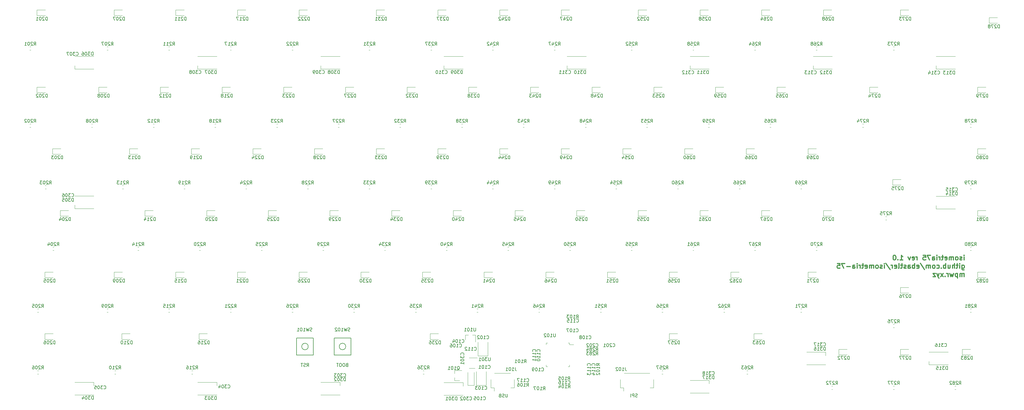
<source format=gbr>
G04 #@! TF.GenerationSoftware,KiCad,Pcbnew,(5.1.5)-3*
G04 #@! TF.CreationDate,2020-04-27T21:09:27+02:00*
G04 #@! TF.ProjectId,isometria-75-pcb-iso,69736f6d-6574-4726-9961-2d37352d7063,rev?*
G04 #@! TF.SameCoordinates,Original*
G04 #@! TF.FileFunction,Legend,Bot*
G04 #@! TF.FilePolarity,Positive*
%FSLAX46Y46*%
G04 Gerber Fmt 4.6, Leading zero omitted, Abs format (unit mm)*
G04 Created by KiCad (PCBNEW (5.1.5)-3) date 2020-04-27 21:09:27*
%MOMM*%
%LPD*%
G04 APERTURE LIST*
%ADD10C,0.150000*%
%ADD11C,0.300000*%
%ADD12C,0.120000*%
G04 APERTURE END LIST*
D10*
X92794642Y-102544571D02*
X92651785Y-102592190D01*
X92604166Y-102639809D01*
X92556547Y-102735047D01*
X92556547Y-102877904D01*
X92604166Y-102973142D01*
X92651785Y-103020761D01*
X92747023Y-103068380D01*
X93127976Y-103068380D01*
X93127976Y-102068380D01*
X92794642Y-102068380D01*
X92699404Y-102116000D01*
X92651785Y-102163619D01*
X92604166Y-102258857D01*
X92604166Y-102354095D01*
X92651785Y-102449333D01*
X92699404Y-102496952D01*
X92794642Y-102544571D01*
X93127976Y-102544571D01*
X91937500Y-102068380D02*
X91747023Y-102068380D01*
X91651785Y-102116000D01*
X91556547Y-102211238D01*
X91508928Y-102401714D01*
X91508928Y-102735047D01*
X91556547Y-102925523D01*
X91651785Y-103020761D01*
X91747023Y-103068380D01*
X91937500Y-103068380D01*
X92032738Y-103020761D01*
X92127976Y-102925523D01*
X92175595Y-102735047D01*
X92175595Y-102401714D01*
X92127976Y-102211238D01*
X92032738Y-102116000D01*
X91937500Y-102068380D01*
X90889880Y-102068380D02*
X90699404Y-102068380D01*
X90604166Y-102116000D01*
X90508928Y-102211238D01*
X90461309Y-102401714D01*
X90461309Y-102735047D01*
X90508928Y-102925523D01*
X90604166Y-103020761D01*
X90699404Y-103068380D01*
X90889880Y-103068380D01*
X90985119Y-103020761D01*
X91080357Y-102925523D01*
X91127976Y-102735047D01*
X91127976Y-102401714D01*
X91080357Y-102211238D01*
X90985119Y-102116000D01*
X90889880Y-102068380D01*
X90175595Y-102068380D02*
X89604166Y-102068380D01*
X89889880Y-103068380D02*
X89889880Y-102068380D01*
X80430619Y-103068380D02*
X80763952Y-102592190D01*
X81002047Y-103068380D02*
X81002047Y-102068380D01*
X80621095Y-102068380D01*
X80525857Y-102116000D01*
X80478238Y-102163619D01*
X80430619Y-102258857D01*
X80430619Y-102401714D01*
X80478238Y-102496952D01*
X80525857Y-102544571D01*
X80621095Y-102592190D01*
X81002047Y-102592190D01*
X80049666Y-103020761D02*
X79906809Y-103068380D01*
X79668714Y-103068380D01*
X79573476Y-103020761D01*
X79525857Y-102973142D01*
X79478238Y-102877904D01*
X79478238Y-102782666D01*
X79525857Y-102687428D01*
X79573476Y-102639809D01*
X79668714Y-102592190D01*
X79859190Y-102544571D01*
X79954428Y-102496952D01*
X80002047Y-102449333D01*
X80049666Y-102354095D01*
X80049666Y-102258857D01*
X80002047Y-102163619D01*
X79954428Y-102116000D01*
X79859190Y-102068380D01*
X79621095Y-102068380D01*
X79478238Y-102116000D01*
X79192523Y-102068380D02*
X78621095Y-102068380D01*
X78906809Y-103068380D02*
X78906809Y-102068380D01*
X182252809Y-112418761D02*
X182109952Y-112466380D01*
X181871857Y-112466380D01*
X181776619Y-112418761D01*
X181729000Y-112371142D01*
X181681380Y-112275904D01*
X181681380Y-112180666D01*
X181729000Y-112085428D01*
X181776619Y-112037809D01*
X181871857Y-111990190D01*
X182062333Y-111942571D01*
X182157571Y-111894952D01*
X182205190Y-111847333D01*
X182252809Y-111752095D01*
X182252809Y-111656857D01*
X182205190Y-111561619D01*
X182157571Y-111514000D01*
X182062333Y-111466380D01*
X181824238Y-111466380D01*
X181681380Y-111514000D01*
X181252809Y-112466380D02*
X181252809Y-111466380D01*
X180871857Y-111466380D01*
X180776619Y-111514000D01*
X180729000Y-111561619D01*
X180681380Y-111656857D01*
X180681380Y-111799714D01*
X180729000Y-111894952D01*
X180776619Y-111942571D01*
X180871857Y-111990190D01*
X181252809Y-111990190D01*
X180252809Y-112466380D02*
X180252809Y-111466380D01*
X142257304Y-111517180D02*
X142257304Y-112326704D01*
X142209685Y-112421942D01*
X142162066Y-112469561D01*
X142066828Y-112517180D01*
X141876352Y-112517180D01*
X141781114Y-112469561D01*
X141733495Y-112421942D01*
X141685876Y-112326704D01*
X141685876Y-111517180D01*
X141257304Y-112469561D02*
X141114447Y-112517180D01*
X140876352Y-112517180D01*
X140781114Y-112469561D01*
X140733495Y-112421942D01*
X140685876Y-112326704D01*
X140685876Y-112231466D01*
X140733495Y-112136228D01*
X140781114Y-112088609D01*
X140876352Y-112040990D01*
X141066828Y-111993371D01*
X141162066Y-111945752D01*
X141209685Y-111898133D01*
X141257304Y-111802895D01*
X141257304Y-111707657D01*
X141209685Y-111612419D01*
X141162066Y-111564800D01*
X141066828Y-111517180D01*
X140828733Y-111517180D01*
X140685876Y-111564800D01*
X139923971Y-111993371D02*
X139781114Y-112040990D01*
X139733495Y-112088609D01*
X139685876Y-112183847D01*
X139685876Y-112326704D01*
X139733495Y-112421942D01*
X139781114Y-112469561D01*
X139876352Y-112517180D01*
X140257304Y-112517180D01*
X140257304Y-111517180D01*
X139923971Y-111517180D01*
X139828733Y-111564800D01*
X139781114Y-111612419D01*
X139733495Y-111707657D01*
X139733495Y-111802895D01*
X139781114Y-111898133D01*
X139828733Y-111945752D01*
X139923971Y-111993371D01*
X140257304Y-111993371D01*
D11*
X282911857Y-70264571D02*
X282911857Y-69264571D01*
X282911857Y-68764571D02*
X282983285Y-68836000D01*
X282911857Y-68907428D01*
X282840428Y-68836000D01*
X282911857Y-68764571D01*
X282911857Y-68907428D01*
X282269000Y-70193142D02*
X282126142Y-70264571D01*
X281840428Y-70264571D01*
X281697571Y-70193142D01*
X281626142Y-70050285D01*
X281626142Y-69978857D01*
X281697571Y-69836000D01*
X281840428Y-69764571D01*
X282054714Y-69764571D01*
X282197571Y-69693142D01*
X282269000Y-69550285D01*
X282269000Y-69478857D01*
X282197571Y-69336000D01*
X282054714Y-69264571D01*
X281840428Y-69264571D01*
X281697571Y-69336000D01*
X280769000Y-70264571D02*
X280911857Y-70193142D01*
X280983285Y-70121714D01*
X281054714Y-69978857D01*
X281054714Y-69550285D01*
X280983285Y-69407428D01*
X280911857Y-69336000D01*
X280769000Y-69264571D01*
X280554714Y-69264571D01*
X280411857Y-69336000D01*
X280340428Y-69407428D01*
X280269000Y-69550285D01*
X280269000Y-69978857D01*
X280340428Y-70121714D01*
X280411857Y-70193142D01*
X280554714Y-70264571D01*
X280769000Y-70264571D01*
X279626142Y-70264571D02*
X279626142Y-69264571D01*
X279626142Y-69407428D02*
X279554714Y-69336000D01*
X279411857Y-69264571D01*
X279197571Y-69264571D01*
X279054714Y-69336000D01*
X278983285Y-69478857D01*
X278983285Y-70264571D01*
X278983285Y-69478857D02*
X278911857Y-69336000D01*
X278769000Y-69264571D01*
X278554714Y-69264571D01*
X278411857Y-69336000D01*
X278340428Y-69478857D01*
X278340428Y-70264571D01*
X277054714Y-70193142D02*
X277197571Y-70264571D01*
X277483285Y-70264571D01*
X277626142Y-70193142D01*
X277697571Y-70050285D01*
X277697571Y-69478857D01*
X277626142Y-69336000D01*
X277483285Y-69264571D01*
X277197571Y-69264571D01*
X277054714Y-69336000D01*
X276983285Y-69478857D01*
X276983285Y-69621714D01*
X277697571Y-69764571D01*
X276554714Y-69264571D02*
X275983285Y-69264571D01*
X276340428Y-68764571D02*
X276340428Y-70050285D01*
X276269000Y-70193142D01*
X276126142Y-70264571D01*
X275983285Y-70264571D01*
X275483285Y-70264571D02*
X275483285Y-69264571D01*
X275483285Y-69550285D02*
X275411857Y-69407428D01*
X275340428Y-69336000D01*
X275197571Y-69264571D01*
X275054714Y-69264571D01*
X274554714Y-70264571D02*
X274554714Y-69264571D01*
X274554714Y-68764571D02*
X274626142Y-68836000D01*
X274554714Y-68907428D01*
X274483285Y-68836000D01*
X274554714Y-68764571D01*
X274554714Y-68907428D01*
X273197571Y-70264571D02*
X273197571Y-69478857D01*
X273269000Y-69336000D01*
X273411857Y-69264571D01*
X273697571Y-69264571D01*
X273840428Y-69336000D01*
X273197571Y-70193142D02*
X273340428Y-70264571D01*
X273697571Y-70264571D01*
X273840428Y-70193142D01*
X273911857Y-70050285D01*
X273911857Y-69907428D01*
X273840428Y-69764571D01*
X273697571Y-69693142D01*
X273340428Y-69693142D01*
X273197571Y-69621714D01*
X272626142Y-68764571D02*
X271626142Y-68764571D01*
X272269000Y-70264571D01*
X270340428Y-68764571D02*
X271054714Y-68764571D01*
X271126142Y-69478857D01*
X271054714Y-69407428D01*
X270911857Y-69336000D01*
X270554714Y-69336000D01*
X270411857Y-69407428D01*
X270340428Y-69478857D01*
X270269000Y-69621714D01*
X270269000Y-69978857D01*
X270340428Y-70121714D01*
X270411857Y-70193142D01*
X270554714Y-70264571D01*
X270911857Y-70264571D01*
X271054714Y-70193142D01*
X271126142Y-70121714D01*
X268483285Y-70264571D02*
X268483285Y-69264571D01*
X268483285Y-69550285D02*
X268411857Y-69407428D01*
X268340428Y-69336000D01*
X268197571Y-69264571D01*
X268054714Y-69264571D01*
X266983285Y-70193142D02*
X267126142Y-70264571D01*
X267411857Y-70264571D01*
X267554714Y-70193142D01*
X267626142Y-70050285D01*
X267626142Y-69478857D01*
X267554714Y-69336000D01*
X267411857Y-69264571D01*
X267126142Y-69264571D01*
X266983285Y-69336000D01*
X266911857Y-69478857D01*
X266911857Y-69621714D01*
X267626142Y-69764571D01*
X266411857Y-69264571D02*
X266054714Y-70264571D01*
X265697571Y-69264571D01*
X263197571Y-70264571D02*
X264054714Y-70264571D01*
X263626142Y-70264571D02*
X263626142Y-68764571D01*
X263769000Y-68978857D01*
X263911857Y-69121714D01*
X264054714Y-69193142D01*
X262554714Y-70121714D02*
X262483285Y-70193142D01*
X262554714Y-70264571D01*
X262626142Y-70193142D01*
X262554714Y-70121714D01*
X262554714Y-70264571D01*
X261554714Y-68764571D02*
X261411857Y-68764571D01*
X261269000Y-68836000D01*
X261197571Y-68907428D01*
X261126142Y-69050285D01*
X261054714Y-69336000D01*
X261054714Y-69693142D01*
X261126142Y-69978857D01*
X261197571Y-70121714D01*
X261269000Y-70193142D01*
X261411857Y-70264571D01*
X261554714Y-70264571D01*
X261697571Y-70193142D01*
X261769000Y-70121714D01*
X261840428Y-69978857D01*
X261911857Y-69693142D01*
X261911857Y-69336000D01*
X261840428Y-69050285D01*
X261769000Y-68907428D01*
X261697571Y-68836000D01*
X261554714Y-68764571D01*
X282269000Y-71814571D02*
X282269000Y-73028857D01*
X282340428Y-73171714D01*
X282411857Y-73243142D01*
X282554714Y-73314571D01*
X282769000Y-73314571D01*
X282911857Y-73243142D01*
X282269000Y-72743142D02*
X282411857Y-72814571D01*
X282697571Y-72814571D01*
X282840428Y-72743142D01*
X282911857Y-72671714D01*
X282983285Y-72528857D01*
X282983285Y-72100285D01*
X282911857Y-71957428D01*
X282840428Y-71886000D01*
X282697571Y-71814571D01*
X282411857Y-71814571D01*
X282269000Y-71886000D01*
X281554714Y-72814571D02*
X281554714Y-71814571D01*
X281554714Y-71314571D02*
X281626142Y-71386000D01*
X281554714Y-71457428D01*
X281483285Y-71386000D01*
X281554714Y-71314571D01*
X281554714Y-71457428D01*
X281054714Y-71814571D02*
X280483285Y-71814571D01*
X280840428Y-71314571D02*
X280840428Y-72600285D01*
X280769000Y-72743142D01*
X280626142Y-72814571D01*
X280483285Y-72814571D01*
X279983285Y-72814571D02*
X279983285Y-71314571D01*
X279340428Y-72814571D02*
X279340428Y-72028857D01*
X279411857Y-71886000D01*
X279554714Y-71814571D01*
X279769000Y-71814571D01*
X279911857Y-71886000D01*
X279983285Y-71957428D01*
X277983285Y-71814571D02*
X277983285Y-72814571D01*
X278626142Y-71814571D02*
X278626142Y-72600285D01*
X278554714Y-72743142D01*
X278411857Y-72814571D01*
X278197571Y-72814571D01*
X278054714Y-72743142D01*
X277983285Y-72671714D01*
X277269000Y-72814571D02*
X277269000Y-71314571D01*
X277269000Y-71886000D02*
X277126142Y-71814571D01*
X276840428Y-71814571D01*
X276697571Y-71886000D01*
X276626142Y-71957428D01*
X276554714Y-72100285D01*
X276554714Y-72528857D01*
X276626142Y-72671714D01*
X276697571Y-72743142D01*
X276840428Y-72814571D01*
X277126142Y-72814571D01*
X277269000Y-72743142D01*
X275911857Y-72671714D02*
X275840428Y-72743142D01*
X275911857Y-72814571D01*
X275983285Y-72743142D01*
X275911857Y-72671714D01*
X275911857Y-72814571D01*
X274554714Y-72743142D02*
X274697571Y-72814571D01*
X274983285Y-72814571D01*
X275126142Y-72743142D01*
X275197571Y-72671714D01*
X275269000Y-72528857D01*
X275269000Y-72100285D01*
X275197571Y-71957428D01*
X275126142Y-71886000D01*
X274983285Y-71814571D01*
X274697571Y-71814571D01*
X274554714Y-71886000D01*
X273697571Y-72814571D02*
X273840428Y-72743142D01*
X273911857Y-72671714D01*
X273983285Y-72528857D01*
X273983285Y-72100285D01*
X273911857Y-71957428D01*
X273840428Y-71886000D01*
X273697571Y-71814571D01*
X273483285Y-71814571D01*
X273340428Y-71886000D01*
X273269000Y-71957428D01*
X273197571Y-72100285D01*
X273197571Y-72528857D01*
X273269000Y-72671714D01*
X273340428Y-72743142D01*
X273483285Y-72814571D01*
X273697571Y-72814571D01*
X272554714Y-72814571D02*
X272554714Y-71814571D01*
X272554714Y-71957428D02*
X272483285Y-71886000D01*
X272340428Y-71814571D01*
X272126142Y-71814571D01*
X271983285Y-71886000D01*
X271911857Y-72028857D01*
X271911857Y-72814571D01*
X271911857Y-72028857D02*
X271840428Y-71886000D01*
X271697571Y-71814571D01*
X271483285Y-71814571D01*
X271340428Y-71886000D01*
X271269000Y-72028857D01*
X271269000Y-72814571D01*
X269483285Y-71243142D02*
X270769000Y-73171714D01*
X268411857Y-72743142D02*
X268554714Y-72814571D01*
X268840428Y-72814571D01*
X268983285Y-72743142D01*
X269054714Y-72600285D01*
X269054714Y-72028857D01*
X268983285Y-71886000D01*
X268840428Y-71814571D01*
X268554714Y-71814571D01*
X268411857Y-71886000D01*
X268340428Y-72028857D01*
X268340428Y-72171714D01*
X269054714Y-72314571D01*
X267697571Y-72814571D02*
X267697571Y-71314571D01*
X267697571Y-71886000D02*
X267554714Y-71814571D01*
X267269000Y-71814571D01*
X267126142Y-71886000D01*
X267054714Y-71957428D01*
X266983285Y-72100285D01*
X266983285Y-72528857D01*
X267054714Y-72671714D01*
X267126142Y-72743142D01*
X267269000Y-72814571D01*
X267554714Y-72814571D01*
X267697571Y-72743142D01*
X265697571Y-72814571D02*
X265697571Y-72028857D01*
X265769000Y-71886000D01*
X265911857Y-71814571D01*
X266197571Y-71814571D01*
X266340428Y-71886000D01*
X265697571Y-72743142D02*
X265840428Y-72814571D01*
X266197571Y-72814571D01*
X266340428Y-72743142D01*
X266411857Y-72600285D01*
X266411857Y-72457428D01*
X266340428Y-72314571D01*
X266197571Y-72243142D01*
X265840428Y-72243142D01*
X265697571Y-72171714D01*
X265054714Y-72743142D02*
X264911857Y-72814571D01*
X264626142Y-72814571D01*
X264483285Y-72743142D01*
X264411857Y-72600285D01*
X264411857Y-72528857D01*
X264483285Y-72386000D01*
X264626142Y-72314571D01*
X264840428Y-72314571D01*
X264983285Y-72243142D01*
X265054714Y-72100285D01*
X265054714Y-72028857D01*
X264983285Y-71886000D01*
X264840428Y-71814571D01*
X264626142Y-71814571D01*
X264483285Y-71886000D01*
X263983285Y-71814571D02*
X263411857Y-71814571D01*
X263769000Y-71314571D02*
X263769000Y-72600285D01*
X263697571Y-72743142D01*
X263554714Y-72814571D01*
X263411857Y-72814571D01*
X262697571Y-72814571D02*
X262840428Y-72743142D01*
X262911857Y-72600285D01*
X262911857Y-71314571D01*
X261554714Y-72743142D02*
X261697571Y-72814571D01*
X261983285Y-72814571D01*
X262126142Y-72743142D01*
X262197571Y-72600285D01*
X262197571Y-72028857D01*
X262126142Y-71886000D01*
X261983285Y-71814571D01*
X261697571Y-71814571D01*
X261554714Y-71886000D01*
X261483285Y-72028857D01*
X261483285Y-72171714D01*
X262197571Y-72314571D01*
X260840428Y-72814571D02*
X260840428Y-71814571D01*
X260840428Y-72100285D02*
X260769000Y-71957428D01*
X260697571Y-71886000D01*
X260554714Y-71814571D01*
X260411857Y-71814571D01*
X258840428Y-71243142D02*
X260126142Y-73171714D01*
X258340428Y-72814571D02*
X258340428Y-71814571D01*
X258340428Y-71314571D02*
X258411857Y-71386000D01*
X258340428Y-71457428D01*
X258269000Y-71386000D01*
X258340428Y-71314571D01*
X258340428Y-71457428D01*
X257697571Y-72743142D02*
X257554714Y-72814571D01*
X257269000Y-72814571D01*
X257126142Y-72743142D01*
X257054714Y-72600285D01*
X257054714Y-72528857D01*
X257126142Y-72386000D01*
X257269000Y-72314571D01*
X257483285Y-72314571D01*
X257626142Y-72243142D01*
X257697571Y-72100285D01*
X257697571Y-72028857D01*
X257626142Y-71886000D01*
X257483285Y-71814571D01*
X257269000Y-71814571D01*
X257126142Y-71886000D01*
X256197571Y-72814571D02*
X256340428Y-72743142D01*
X256411857Y-72671714D01*
X256483285Y-72528857D01*
X256483285Y-72100285D01*
X256411857Y-71957428D01*
X256340428Y-71886000D01*
X256197571Y-71814571D01*
X255983285Y-71814571D01*
X255840428Y-71886000D01*
X255769000Y-71957428D01*
X255697571Y-72100285D01*
X255697571Y-72528857D01*
X255769000Y-72671714D01*
X255840428Y-72743142D01*
X255983285Y-72814571D01*
X256197571Y-72814571D01*
X255054714Y-72814571D02*
X255054714Y-71814571D01*
X255054714Y-71957428D02*
X254983285Y-71886000D01*
X254840428Y-71814571D01*
X254626142Y-71814571D01*
X254483285Y-71886000D01*
X254411857Y-72028857D01*
X254411857Y-72814571D01*
X254411857Y-72028857D02*
X254340428Y-71886000D01*
X254197571Y-71814571D01*
X253983285Y-71814571D01*
X253840428Y-71886000D01*
X253769000Y-72028857D01*
X253769000Y-72814571D01*
X252483285Y-72743142D02*
X252626142Y-72814571D01*
X252911857Y-72814571D01*
X253054714Y-72743142D01*
X253126142Y-72600285D01*
X253126142Y-72028857D01*
X253054714Y-71886000D01*
X252911857Y-71814571D01*
X252626142Y-71814571D01*
X252483285Y-71886000D01*
X252411857Y-72028857D01*
X252411857Y-72171714D01*
X253126142Y-72314571D01*
X251983285Y-71814571D02*
X251411857Y-71814571D01*
X251769000Y-71314571D02*
X251769000Y-72600285D01*
X251697571Y-72743142D01*
X251554714Y-72814571D01*
X251411857Y-72814571D01*
X250911857Y-72814571D02*
X250911857Y-71814571D01*
X250911857Y-72100285D02*
X250840428Y-71957428D01*
X250769000Y-71886000D01*
X250626142Y-71814571D01*
X250483285Y-71814571D01*
X249983285Y-72814571D02*
X249983285Y-71814571D01*
X249983285Y-71314571D02*
X250054714Y-71386000D01*
X249983285Y-71457428D01*
X249911857Y-71386000D01*
X249983285Y-71314571D01*
X249983285Y-71457428D01*
X248626142Y-72814571D02*
X248626142Y-72028857D01*
X248697571Y-71886000D01*
X248840428Y-71814571D01*
X249126142Y-71814571D01*
X249269000Y-71886000D01*
X248626142Y-72743142D02*
X248769000Y-72814571D01*
X249126142Y-72814571D01*
X249269000Y-72743142D01*
X249340428Y-72600285D01*
X249340428Y-72457428D01*
X249269000Y-72314571D01*
X249126142Y-72243142D01*
X248769000Y-72243142D01*
X248626142Y-72171714D01*
X247911857Y-72243142D02*
X246769000Y-72243142D01*
X246197571Y-71314571D02*
X245197571Y-71314571D01*
X245840428Y-72814571D01*
X243911857Y-71314571D02*
X244626142Y-71314571D01*
X244697571Y-72028857D01*
X244626142Y-71957428D01*
X244483285Y-71886000D01*
X244126142Y-71886000D01*
X243983285Y-71957428D01*
X243911857Y-72028857D01*
X243840428Y-72171714D01*
X243840428Y-72528857D01*
X243911857Y-72671714D01*
X243983285Y-72743142D01*
X244126142Y-72814571D01*
X244483285Y-72814571D01*
X244626142Y-72743142D01*
X244697571Y-72671714D01*
X282911857Y-75364571D02*
X282911857Y-74364571D01*
X282911857Y-74507428D02*
X282840428Y-74436000D01*
X282697571Y-74364571D01*
X282483285Y-74364571D01*
X282340428Y-74436000D01*
X282269000Y-74578857D01*
X282269000Y-75364571D01*
X282269000Y-74578857D02*
X282197571Y-74436000D01*
X282054714Y-74364571D01*
X281840428Y-74364571D01*
X281697571Y-74436000D01*
X281626142Y-74578857D01*
X281626142Y-75364571D01*
X280911857Y-74364571D02*
X280911857Y-75864571D01*
X280911857Y-74436000D02*
X280769000Y-74364571D01*
X280483285Y-74364571D01*
X280340428Y-74436000D01*
X280269000Y-74507428D01*
X280197571Y-74650285D01*
X280197571Y-75078857D01*
X280269000Y-75221714D01*
X280340428Y-75293142D01*
X280483285Y-75364571D01*
X280769000Y-75364571D01*
X280911857Y-75293142D01*
X279697571Y-74364571D02*
X279411857Y-75364571D01*
X279126142Y-74650285D01*
X278840428Y-75364571D01*
X278554714Y-74364571D01*
X277983285Y-75364571D02*
X277983285Y-74364571D01*
X277983285Y-74650285D02*
X277911857Y-74507428D01*
X277840428Y-74436000D01*
X277697571Y-74364571D01*
X277554714Y-74364571D01*
X277054714Y-75221714D02*
X276983285Y-75293142D01*
X277054714Y-75364571D01*
X277126142Y-75293142D01*
X277054714Y-75221714D01*
X277054714Y-75364571D01*
X276483285Y-75364571D02*
X275697571Y-74364571D01*
X276483285Y-74364571D02*
X275697571Y-75364571D01*
X275269000Y-74364571D02*
X274911857Y-75364571D01*
X274554714Y-74364571D02*
X274911857Y-75364571D01*
X275054714Y-75721714D01*
X275126142Y-75793142D01*
X275269000Y-75864571D01*
X274126142Y-74364571D02*
X273340428Y-74364571D01*
X274126142Y-75364571D01*
X273340428Y-75364571D01*
D12*
X240281750Y-98634000D02*
X240281750Y-99709000D01*
X234381750Y-98634000D02*
X240281750Y-98634000D01*
X234381750Y-102534000D02*
X240281750Y-102534000D01*
X130065500Y-108816000D02*
X130065500Y-104906000D01*
X131935500Y-108816000D02*
X130065500Y-108816000D01*
X131935500Y-104906000D02*
X131935500Y-108816000D01*
X133160800Y-99792800D02*
X133160800Y-95582800D01*
X136180800Y-99792800D02*
X133160800Y-99792800D01*
X136180800Y-95582800D02*
X136180800Y-99792800D01*
X132665500Y-108822500D02*
X132665500Y-104612500D01*
X135685500Y-108822500D02*
X132665500Y-108822500D01*
X135685500Y-104612500D02*
X135685500Y-108822500D01*
X178178000Y-105138000D02*
X186058000Y-105138000D01*
X187228000Y-109608000D02*
X186178000Y-109608000D01*
X187228000Y-107108000D02*
X187228000Y-109608000D01*
X178058000Y-109608000D02*
X178058000Y-110598000D01*
X177008000Y-109608000D02*
X178058000Y-109608000D01*
X177008000Y-107108000D02*
X177008000Y-109608000D01*
X80912779Y-48340000D02*
X80587221Y-48340000D01*
X80912779Y-47320000D02*
X80587221Y-47320000D01*
X128432779Y-29340000D02*
X128107221Y-29340000D01*
X128432779Y-28320000D02*
X128107221Y-28320000D01*
X154574000Y-103051000D02*
X154124000Y-103051000D01*
X154124000Y-103051000D02*
X154124000Y-102601000D01*
X160894000Y-103051000D02*
X161344000Y-103051000D01*
X161344000Y-103051000D02*
X161344000Y-102601000D01*
X154574000Y-95831000D02*
X154124000Y-95831000D01*
X154124000Y-95831000D02*
X154124000Y-96281000D01*
X160894000Y-95831000D02*
X161344000Y-95831000D01*
X161344000Y-95831000D02*
X161344000Y-96281000D01*
X161344000Y-96281000D02*
X162634000Y-96281000D01*
X8925000Y-54373000D02*
X8925000Y-53298000D01*
X14825000Y-54373000D02*
X8925000Y-54373000D01*
X14825000Y-50473000D02*
X8925000Y-50473000D01*
X204400890Y-107300000D02*
X204400890Y-108375000D01*
X198500890Y-107300000D02*
X204400890Y-107300000D01*
X198500890Y-111200000D02*
X204400890Y-111200000D01*
X272132000Y-102534000D02*
X272132000Y-101459000D01*
X278032000Y-102534000D02*
X272132000Y-102534000D01*
X278032000Y-98634000D02*
X272132000Y-98634000D01*
X274331250Y-54528000D02*
X274331250Y-53453000D01*
X280231250Y-54528000D02*
X274331250Y-54528000D01*
X280231250Y-50628000D02*
X274331250Y-50628000D01*
X274331250Y-11412000D02*
X274331250Y-10337000D01*
X280231250Y-11412000D02*
X274331250Y-11412000D01*
X280231250Y-7512000D02*
X274331250Y-7512000D01*
X236416068Y-11412000D02*
X236416068Y-10337000D01*
X242316068Y-11412000D02*
X236416068Y-11412000D01*
X242316068Y-7512000D02*
X236416068Y-7512000D01*
X130424000Y-100337000D02*
X132874000Y-100337000D01*
X132224000Y-103557000D02*
X130424000Y-103557000D01*
X198500890Y-11412000D02*
X198500890Y-10337000D01*
X204400890Y-11412000D02*
X198500890Y-11412000D01*
X204400890Y-7512000D02*
X198500890Y-7512000D01*
X160585712Y-11412000D02*
X160585712Y-10337000D01*
X166485712Y-11412000D02*
X160585712Y-11412000D01*
X166485712Y-7512000D02*
X160585712Y-7512000D01*
X122670534Y-11412000D02*
X122670534Y-10337000D01*
X128570534Y-11412000D02*
X122670534Y-11412000D01*
X128570534Y-7512000D02*
X122670534Y-7512000D01*
X84755356Y-11412000D02*
X84755356Y-10337000D01*
X90655356Y-11412000D02*
X84755356Y-11412000D01*
X90655356Y-7512000D02*
X84755356Y-7512000D01*
X46840178Y-11412000D02*
X46840178Y-10337000D01*
X52740178Y-11412000D02*
X46840178Y-11412000D01*
X52740178Y-7512000D02*
X46840178Y-7512000D01*
X8925000Y-11412000D02*
X8925000Y-10337000D01*
X14825000Y-11412000D02*
X8925000Y-11412000D01*
X14825000Y-7512000D02*
X8925000Y-7512000D01*
X14825000Y-107893750D02*
X14825000Y-108968750D01*
X8925000Y-107893750D02*
X14825000Y-107893750D01*
X8925000Y-111793750D02*
X14825000Y-111793750D01*
X52740178Y-107893750D02*
X52740178Y-108968750D01*
X46840178Y-107893750D02*
X52740178Y-107893750D01*
X46840178Y-111793750D02*
X52740178Y-111793750D01*
X90655356Y-107893750D02*
X90655356Y-108968750D01*
X84755356Y-107893750D02*
X90655356Y-107893750D01*
X84755356Y-111793750D02*
X90655356Y-111793750D01*
X128570534Y-108032000D02*
X128570534Y-109107000D01*
X122670534Y-108032000D02*
X128570534Y-108032000D01*
X122670534Y-111932000D02*
X128570534Y-111932000D01*
D10*
X92437500Y-96894000D02*
G75*
G03X92437500Y-96894000I-1000000J0D01*
G01*
X94037500Y-94294000D02*
X88837500Y-94294000D01*
X94037500Y-99494000D02*
X94037500Y-94294000D01*
X88837500Y-99494000D02*
X94037500Y-99494000D01*
X88837500Y-94294000D02*
X88837500Y-99494000D01*
D12*
X280412779Y-110090000D02*
X280087221Y-110090000D01*
X280412779Y-109070000D02*
X280087221Y-109070000D01*
X285162779Y-86362000D02*
X284837221Y-86362000D01*
X285162779Y-85342000D02*
X284837221Y-85342000D01*
X285150779Y-67312000D02*
X284825221Y-67312000D01*
X285150779Y-66292000D02*
X284825221Y-66292000D01*
X285125279Y-48340000D02*
X284799721Y-48340000D01*
X285125279Y-47320000D02*
X284799721Y-47320000D01*
X285162779Y-29340000D02*
X284837221Y-29340000D01*
X285162779Y-28320000D02*
X284837221Y-28320000D01*
X261412779Y-110090000D02*
X261087221Y-110090000D01*
X261412779Y-109070000D02*
X261087221Y-109070000D01*
X261412779Y-91090000D02*
X261087221Y-91090000D01*
X261412779Y-90070000D02*
X261087221Y-90070000D01*
X259037779Y-57840000D02*
X258712221Y-57840000D01*
X259037779Y-56820000D02*
X258712221Y-56820000D01*
X251912779Y-29340000D02*
X251587221Y-29340000D01*
X251912779Y-28320000D02*
X251587221Y-28320000D01*
X261412779Y-5590000D02*
X261087221Y-5590000D01*
X261412779Y-4570000D02*
X261087221Y-4570000D01*
X242412779Y-110090000D02*
X242087221Y-110090000D01*
X242412779Y-109070000D02*
X242087221Y-109070000D01*
X232912779Y-86362000D02*
X232587221Y-86362000D01*
X232912779Y-85342000D02*
X232587221Y-85342000D01*
X237662779Y-67312000D02*
X237337221Y-67312000D01*
X237662779Y-66292000D02*
X237337221Y-66292000D01*
X232912779Y-48340000D02*
X232587221Y-48340000D01*
X232912779Y-47320000D02*
X232587221Y-47320000D01*
X237662779Y-5590000D02*
X237337221Y-5590000D01*
X237662779Y-4570000D02*
X237337221Y-4570000D01*
X218662779Y-67312000D02*
X218337221Y-67312000D01*
X218662779Y-66292000D02*
X218337221Y-66292000D01*
X213912779Y-48340000D02*
X213587221Y-48340000D01*
X213912779Y-47320000D02*
X213587221Y-47320000D01*
X223412779Y-29340000D02*
X223087221Y-29340000D01*
X223412779Y-28320000D02*
X223087221Y-28320000D01*
X218662779Y-5590000D02*
X218337221Y-5590000D01*
X218662779Y-4570000D02*
X218337221Y-4570000D01*
X216316779Y-105340000D02*
X215991221Y-105340000D01*
X216316779Y-104320000D02*
X215991221Y-104320000D01*
X209162779Y-86362000D02*
X208837221Y-86362000D01*
X209162779Y-85342000D02*
X208837221Y-85342000D01*
X199662779Y-67312000D02*
X199337221Y-67312000D01*
X199662779Y-66292000D02*
X199337221Y-66292000D01*
X194912779Y-48340000D02*
X194587221Y-48340000D01*
X194912779Y-47320000D02*
X194587221Y-47320000D01*
X204412779Y-29340000D02*
X204087221Y-29340000D01*
X204412779Y-28320000D02*
X204087221Y-28320000D01*
X199662779Y-5590000D02*
X199337221Y-5590000D01*
X199662779Y-4570000D02*
X199337221Y-4570000D01*
X190154779Y-105340000D02*
X189829221Y-105340000D01*
X190154779Y-104320000D02*
X189829221Y-104320000D01*
X190162779Y-86362000D02*
X189837221Y-86362000D01*
X190162779Y-85342000D02*
X189837221Y-85342000D01*
X180662779Y-67312000D02*
X180337221Y-67312000D01*
X180662779Y-66292000D02*
X180337221Y-66292000D01*
X175912779Y-48340000D02*
X175587221Y-48340000D01*
X175912779Y-47320000D02*
X175587221Y-47320000D01*
X185412779Y-29340000D02*
X185087221Y-29340000D01*
X185412779Y-28320000D02*
X185087221Y-28320000D01*
X180662779Y-5590000D02*
X180337221Y-5590000D01*
X180662779Y-4570000D02*
X180337221Y-4570000D01*
X171162779Y-86362000D02*
X170837221Y-86362000D01*
X171162779Y-85342000D02*
X170837221Y-85342000D01*
X161662779Y-67312000D02*
X161337221Y-67312000D01*
X161662779Y-66292000D02*
X161337221Y-66292000D01*
X156912779Y-48340000D02*
X156587221Y-48340000D01*
X156912779Y-47320000D02*
X156587221Y-47320000D01*
X166532779Y-29340000D02*
X166207221Y-29340000D01*
X166532779Y-28320000D02*
X166207221Y-28320000D01*
X156912779Y-5590000D02*
X156587221Y-5590000D01*
X156912779Y-4570000D02*
X156587221Y-4570000D01*
X152162779Y-86362000D02*
X151837221Y-86362000D01*
X152162779Y-85342000D02*
X151837221Y-85342000D01*
X142656779Y-67312000D02*
X142331221Y-67312000D01*
X142656779Y-66292000D02*
X142331221Y-66292000D01*
X137912779Y-48340000D02*
X137587221Y-48340000D01*
X137912779Y-47320000D02*
X137587221Y-47320000D01*
X147412779Y-29340000D02*
X147087221Y-29340000D01*
X147412779Y-28320000D02*
X147087221Y-28320000D01*
X137912779Y-5590000D02*
X137587221Y-5590000D01*
X137912779Y-4570000D02*
X137587221Y-4570000D01*
X133162779Y-86362000D02*
X132837221Y-86362000D01*
X133162779Y-85342000D02*
X132837221Y-85342000D01*
X123662779Y-67312000D02*
X123337221Y-67312000D01*
X123662779Y-66292000D02*
X123337221Y-66292000D01*
X118907779Y-48340000D02*
X118582221Y-48340000D01*
X118907779Y-47320000D02*
X118582221Y-47320000D01*
X118912779Y-5590000D02*
X118587221Y-5590000D01*
X118912779Y-4570000D02*
X118587221Y-4570000D01*
X116537779Y-105340000D02*
X116212221Y-105340000D01*
X116537779Y-104320000D02*
X116212221Y-104320000D01*
X114162779Y-86362000D02*
X113837221Y-86362000D01*
X114162779Y-85342000D02*
X113837221Y-85342000D01*
X104662779Y-67312000D02*
X104337221Y-67312000D01*
X104662779Y-66292000D02*
X104337221Y-66292000D01*
X99912779Y-48340000D02*
X99587221Y-48340000D01*
X99912779Y-47320000D02*
X99587221Y-47320000D01*
X109382779Y-29340000D02*
X109057221Y-29340000D01*
X109382779Y-28320000D02*
X109057221Y-28320000D01*
X99912779Y-5590000D02*
X99587221Y-5590000D01*
X99912779Y-4570000D02*
X99587221Y-4570000D01*
X95162779Y-86362000D02*
X94837221Y-86362000D01*
X95162779Y-85342000D02*
X94837221Y-85342000D01*
X85662779Y-67312000D02*
X85337221Y-67312000D01*
X85662779Y-66292000D02*
X85337221Y-66292000D01*
X90412779Y-29340000D02*
X90087221Y-29340000D01*
X90412779Y-28320000D02*
X90087221Y-28320000D01*
X76162779Y-86362000D02*
X75837221Y-86362000D01*
X76162779Y-85342000D02*
X75837221Y-85342000D01*
X66710779Y-67312000D02*
X66385221Y-67312000D01*
X66710779Y-66292000D02*
X66385221Y-66292000D01*
X61912779Y-48340000D02*
X61587221Y-48340000D01*
X61912779Y-47320000D02*
X61587221Y-47320000D01*
X71412779Y-29340000D02*
X71087221Y-29340000D01*
X71412779Y-28320000D02*
X71087221Y-28320000D01*
X76162779Y-5590000D02*
X75837221Y-5590000D01*
X76162779Y-4570000D02*
X75837221Y-4570000D01*
X57162779Y-86362000D02*
X56837221Y-86362000D01*
X57162779Y-85342000D02*
X56837221Y-85342000D01*
X47662779Y-67312000D02*
X47337221Y-67312000D01*
X47662779Y-66292000D02*
X47337221Y-66292000D01*
X42912779Y-48340000D02*
X42587221Y-48340000D01*
X42912779Y-47320000D02*
X42587221Y-47320000D01*
X52412779Y-29340000D02*
X52087221Y-29340000D01*
X52412779Y-28320000D02*
X52087221Y-28320000D01*
X57162779Y-5590000D02*
X56837221Y-5590000D01*
X57162779Y-4570000D02*
X56837221Y-4570000D01*
X45287779Y-105340000D02*
X44962221Y-105340000D01*
X45287779Y-104320000D02*
X44962221Y-104320000D01*
X38162779Y-86362000D02*
X37837221Y-86362000D01*
X38162779Y-85342000D02*
X37837221Y-85342000D01*
X28662779Y-66292000D02*
X28337221Y-66292000D01*
X28662779Y-67312000D02*
X28337221Y-67312000D01*
X23912779Y-48340000D02*
X23587221Y-48340000D01*
X23912779Y-47320000D02*
X23587221Y-47320000D01*
X33412779Y-29340000D02*
X33087221Y-29340000D01*
X33412779Y-28320000D02*
X33087221Y-28320000D01*
X38162779Y-5590000D02*
X37837221Y-5590000D01*
X38162779Y-4570000D02*
X37837221Y-4570000D01*
X21537779Y-105340000D02*
X21212221Y-105340000D01*
X21537779Y-104320000D02*
X21212221Y-104320000D01*
X19212779Y-86362000D02*
X18887221Y-86362000D01*
X19212779Y-85342000D02*
X18887221Y-85342000D01*
X14412779Y-29340000D02*
X14087221Y-29340000D01*
X14412779Y-28320000D02*
X14087221Y-28320000D01*
X19225279Y-5590000D02*
X18899721Y-5590000D01*
X19225279Y-4570000D02*
X18899721Y-4570000D01*
X-2212221Y-105340000D02*
X-2537779Y-105340000D01*
X-2212221Y-104320000D02*
X-2537779Y-104320000D01*
X-2212221Y-86362000D02*
X-2537779Y-86362000D01*
X-2212221Y-85342000D02*
X-2537779Y-85342000D01*
X2537779Y-67312000D02*
X2212221Y-67312000D01*
X2537779Y-66292000D02*
X2212221Y-66292000D01*
X162779Y-48340000D02*
X-162779Y-48340000D01*
X162779Y-47320000D02*
X-162779Y-47320000D01*
X-4587221Y-29340000D02*
X-4912779Y-29340000D01*
X-4587221Y-28320000D02*
X-4912779Y-28320000D01*
X-4587221Y-5590000D02*
X-4912779Y-5590000D01*
X-4587221Y-4570000D02*
X-4912779Y-4570000D01*
X129230000Y-93313000D02*
X129230000Y-94773000D01*
X132390000Y-93313000D02*
X132390000Y-95473000D01*
X132390000Y-93313000D02*
X131460000Y-93313000D01*
X129230000Y-93313000D02*
X130160000Y-93313000D01*
X125986000Y-107434500D02*
X127446000Y-107434500D01*
X125986000Y-104274500D02*
X128146000Y-104274500D01*
X125986000Y-104274500D02*
X125986000Y-105204500D01*
X125986000Y-107434500D02*
X125986000Y-106504500D01*
D10*
X80883000Y-96901000D02*
G75*
G03X80883000Y-96901000I-1000000J0D01*
G01*
X82483000Y-94301000D02*
X77283000Y-94301000D01*
X82483000Y-99501000D02*
X82483000Y-94301000D01*
X77283000Y-99501000D02*
X82483000Y-99501000D01*
X77283000Y-94301000D02*
X77283000Y-99501000D01*
D12*
X137106000Y-107093500D02*
X137106000Y-109593500D01*
X137106000Y-109593500D02*
X138156000Y-109593500D01*
X138156000Y-109593500D02*
X138156000Y-110583500D01*
X144326000Y-107093500D02*
X144326000Y-109593500D01*
X144326000Y-109593500D02*
X143276000Y-109593500D01*
X138276000Y-105123500D02*
X143156000Y-105123500D01*
X282312500Y-99412500D02*
X284862500Y-99412500D01*
X282312500Y-97712500D02*
X284862500Y-97712500D01*
X282312500Y-99412500D02*
X282312500Y-97712500D01*
X287062500Y-75662500D02*
X289612500Y-75662500D01*
X287062500Y-73962500D02*
X289612500Y-73962500D01*
X287062500Y-75662500D02*
X287062500Y-73962500D01*
X287062500Y-56662500D02*
X289612500Y-56662500D01*
X287062500Y-54962500D02*
X289612500Y-54962500D01*
X287062500Y-56662500D02*
X287062500Y-54962500D01*
X287062500Y-37662500D02*
X289612500Y-37662500D01*
X287062500Y-35962500D02*
X289612500Y-35962500D01*
X287062500Y-37662500D02*
X287062500Y-35962500D01*
X287062500Y-18662500D02*
X289612500Y-18662500D01*
X287062500Y-16962500D02*
X289612500Y-16962500D01*
X287062500Y-18662500D02*
X287062500Y-16962500D01*
X290625000Y2712500D02*
X293175000Y2712500D01*
X290625000Y4412500D02*
X293175000Y4412500D01*
X290625000Y2712500D02*
X290625000Y4412500D01*
X263312500Y-99412500D02*
X265862500Y-99412500D01*
X263312500Y-97712500D02*
X265862500Y-97712500D01*
X263312500Y-99412500D02*
X263312500Y-97712500D01*
X263312500Y-80412500D02*
X265862500Y-80412500D01*
X263312500Y-78712500D02*
X265862500Y-78712500D01*
X263312500Y-80412500D02*
X263312500Y-78712500D01*
X260937500Y-47162500D02*
X263487500Y-47162500D01*
X260937500Y-45462500D02*
X263487500Y-45462500D01*
X260937500Y-47162500D02*
X260937500Y-45462500D01*
X253812500Y-18662500D02*
X256362500Y-18662500D01*
X253812500Y-16962500D02*
X256362500Y-16962500D01*
X253812500Y-18662500D02*
X253812500Y-16962500D01*
X263312500Y5087500D02*
X265862500Y5087500D01*
X263312500Y6787500D02*
X265862500Y6787500D01*
X263312500Y5087500D02*
X263312500Y6787500D01*
X244312500Y-99412500D02*
X246862500Y-99412500D01*
X244312500Y-97712500D02*
X246862500Y-97712500D01*
X244312500Y-99412500D02*
X244312500Y-97712500D01*
X234812500Y-75662500D02*
X237362500Y-75662500D01*
X234812500Y-73962500D02*
X237362500Y-73962500D01*
X234812500Y-75662500D02*
X234812500Y-73962500D01*
X239562500Y-56662500D02*
X242112500Y-56662500D01*
X239562500Y-54962500D02*
X242112500Y-54962500D01*
X239562500Y-56662500D02*
X239562500Y-54962500D01*
X234812500Y-37662500D02*
X237362500Y-37662500D01*
X234812500Y-35962500D02*
X237362500Y-35962500D01*
X234812500Y-37662500D02*
X234812500Y-35962500D01*
X239562500Y5087500D02*
X242112500Y5087500D01*
X239562500Y6787500D02*
X242112500Y6787500D01*
X239562500Y5087500D02*
X239562500Y6787500D01*
X220562500Y-56662500D02*
X223112500Y-56662500D01*
X220562500Y-54962500D02*
X223112500Y-54962500D01*
X220562500Y-56662500D02*
X220562500Y-54962500D01*
X215812500Y-37662500D02*
X218362500Y-37662500D01*
X215812500Y-35962500D02*
X218362500Y-35962500D01*
X215812500Y-37662500D02*
X215812500Y-35962500D01*
X225312500Y-18662500D02*
X227862500Y-18662500D01*
X225312500Y-16962500D02*
X227862500Y-16962500D01*
X225312500Y-18662500D02*
X225312500Y-16962500D01*
X220562500Y5087500D02*
X223112500Y5087500D01*
X220562500Y6787500D02*
X223112500Y6787500D01*
X220562500Y5087500D02*
X220562500Y6787500D01*
X218187500Y-94662500D02*
X220737500Y-94662500D01*
X218187500Y-92962500D02*
X220737500Y-92962500D01*
X218187500Y-94662500D02*
X218187500Y-92962500D01*
X211062500Y-75662500D02*
X213612500Y-75662500D01*
X211062500Y-73962500D02*
X213612500Y-73962500D01*
X211062500Y-75662500D02*
X211062500Y-73962500D01*
X201562500Y-56662500D02*
X204112500Y-56662500D01*
X201562500Y-54962500D02*
X204112500Y-54962500D01*
X201562500Y-56662500D02*
X201562500Y-54962500D01*
X196812500Y-37662500D02*
X199362500Y-37662500D01*
X196812500Y-35962500D02*
X199362500Y-35962500D01*
X196812500Y-37662500D02*
X196812500Y-35962500D01*
X206312500Y-18662500D02*
X208862500Y-18662500D01*
X206312500Y-16962500D02*
X208862500Y-16962500D01*
X206312500Y-18662500D02*
X206312500Y-16962500D01*
X201562500Y5087500D02*
X204112500Y5087500D01*
X201562500Y6787500D02*
X204112500Y6787500D01*
X201562500Y5087500D02*
X201562500Y6787500D01*
X192062500Y-94662500D02*
X194612500Y-94662500D01*
X192062500Y-92962500D02*
X194612500Y-92962500D01*
X192062500Y-94662500D02*
X192062500Y-92962500D01*
X192062500Y-75662500D02*
X194612500Y-75662500D01*
X192062500Y-73962500D02*
X194612500Y-73962500D01*
X192062500Y-75662500D02*
X192062500Y-73962500D01*
X182562500Y-56662500D02*
X185112500Y-56662500D01*
X182562500Y-54962500D02*
X185112500Y-54962500D01*
X182562500Y-56662500D02*
X182562500Y-54962500D01*
X177812500Y-37662500D02*
X180362500Y-37662500D01*
X177812500Y-35962500D02*
X180362500Y-35962500D01*
X177812500Y-37662500D02*
X177812500Y-35962500D01*
X187312500Y-18662500D02*
X189862500Y-18662500D01*
X187312500Y-16962500D02*
X189862500Y-16962500D01*
X187312500Y-18662500D02*
X187312500Y-16962500D01*
X182562500Y5087500D02*
X185112500Y5087500D01*
X182562500Y6787500D02*
X185112500Y6787500D01*
X182562500Y5087500D02*
X182562500Y6787500D01*
X173062500Y-75662500D02*
X175612500Y-75662500D01*
X173062500Y-73962500D02*
X175612500Y-73962500D01*
X173062500Y-75662500D02*
X173062500Y-73962500D01*
X163562500Y-56662500D02*
X166112500Y-56662500D01*
X163562500Y-54962500D02*
X166112500Y-54962500D01*
X163562500Y-56662500D02*
X163562500Y-54962500D01*
X158812500Y-37662500D02*
X161362500Y-37662500D01*
X158812500Y-35962500D02*
X161362500Y-35962500D01*
X158812500Y-37662500D02*
X158812500Y-35962500D01*
X168312500Y-18662500D02*
X170862500Y-18662500D01*
X168312500Y-16962500D02*
X170862500Y-16962500D01*
X168312500Y-18662500D02*
X168312500Y-16962500D01*
X158812500Y5087500D02*
X161362500Y5087500D01*
X158812500Y6787500D02*
X161362500Y6787500D01*
X158812500Y5087500D02*
X158812500Y6787500D01*
X154062500Y-75662500D02*
X156612500Y-75662500D01*
X154062500Y-73962500D02*
X156612500Y-73962500D01*
X154062500Y-75662500D02*
X154062500Y-73962500D01*
X144562500Y-56662500D02*
X147112500Y-56662500D01*
X144562500Y-54962500D02*
X147112500Y-54962500D01*
X144562500Y-56662500D02*
X144562500Y-54962500D01*
X139812500Y-37662500D02*
X142362500Y-37662500D01*
X139812500Y-35962500D02*
X142362500Y-35962500D01*
X139812500Y-37662500D02*
X139812500Y-35962500D01*
X149312500Y-18662500D02*
X151862500Y-18662500D01*
X149312500Y-16962500D02*
X151862500Y-16962500D01*
X149312500Y-18662500D02*
X149312500Y-16962500D01*
X139812500Y5087500D02*
X142362500Y5087500D01*
X139812500Y6787500D02*
X142362500Y6787500D01*
X139812500Y5087500D02*
X139812500Y6787500D01*
X135062500Y-75662500D02*
X137612500Y-75662500D01*
X135062500Y-73962500D02*
X137612500Y-73962500D01*
X135062500Y-75662500D02*
X135062500Y-73962500D01*
X125562500Y-56662500D02*
X128112500Y-56662500D01*
X125562500Y-54962500D02*
X128112500Y-54962500D01*
X125562500Y-56662500D02*
X125562500Y-54962500D01*
X120812500Y-37662500D02*
X123362500Y-37662500D01*
X120812500Y-35962500D02*
X123362500Y-35962500D01*
X120812500Y-37662500D02*
X120812500Y-35962500D01*
X130312500Y-18662500D02*
X132862500Y-18662500D01*
X130312500Y-16962500D02*
X132862500Y-16962500D01*
X130312500Y-18662500D02*
X130312500Y-16962500D01*
X120812500Y5087500D02*
X123362500Y5087500D01*
X120812500Y6787500D02*
X123362500Y6787500D01*
X120812500Y5087500D02*
X120812500Y6787500D01*
X118437500Y-94662500D02*
X120987500Y-94662500D01*
X118437500Y-92962500D02*
X120987500Y-92962500D01*
X118437500Y-94662500D02*
X118437500Y-92962500D01*
X116062500Y-75662500D02*
X118612500Y-75662500D01*
X116062500Y-73962500D02*
X118612500Y-73962500D01*
X116062500Y-75662500D02*
X116062500Y-73962500D01*
X106562500Y-56662500D02*
X109112500Y-56662500D01*
X106562500Y-54962500D02*
X109112500Y-54962500D01*
X106562500Y-56662500D02*
X106562500Y-54962500D01*
X101812500Y-37662500D02*
X104362500Y-37662500D01*
X101812500Y-35962500D02*
X104362500Y-35962500D01*
X101812500Y-37662500D02*
X101812500Y-35962500D01*
X111312500Y-18662500D02*
X113862500Y-18662500D01*
X111312500Y-16962500D02*
X113862500Y-16962500D01*
X111312500Y-18662500D02*
X111312500Y-16962500D01*
X101812500Y5087500D02*
X104362500Y5087500D01*
X101812500Y6787500D02*
X104362500Y6787500D01*
X101812500Y5087500D02*
X101812500Y6787500D01*
X97062500Y-75662500D02*
X99612500Y-75662500D01*
X97062500Y-73962500D02*
X99612500Y-73962500D01*
X97062500Y-75662500D02*
X97062500Y-73962500D01*
X87562500Y-56662500D02*
X90112500Y-56662500D01*
X87562500Y-54962500D02*
X90112500Y-54962500D01*
X87562500Y-56662500D02*
X87562500Y-54962500D01*
X82812500Y-37662500D02*
X85362500Y-37662500D01*
X82812500Y-35962500D02*
X85362500Y-35962500D01*
X82812500Y-37662500D02*
X82812500Y-35962500D01*
X92312500Y-18662500D02*
X94862500Y-18662500D01*
X92312500Y-16962500D02*
X94862500Y-16962500D01*
X92312500Y-18662500D02*
X92312500Y-16962500D01*
X78062500Y-75662500D02*
X80612500Y-75662500D01*
X78062500Y-73962500D02*
X80612500Y-73962500D01*
X78062500Y-75662500D02*
X78062500Y-73962500D01*
X68562500Y-56662500D02*
X71112500Y-56662500D01*
X68562500Y-54962500D02*
X71112500Y-54962500D01*
X68562500Y-56662500D02*
X68562500Y-54962500D01*
X63812500Y-37662500D02*
X66362500Y-37662500D01*
X63812500Y-35962500D02*
X66362500Y-35962500D01*
X63812500Y-37662500D02*
X63812500Y-35962500D01*
X73312500Y-18662500D02*
X75862500Y-18662500D01*
X73312500Y-16962500D02*
X75862500Y-16962500D01*
X73312500Y-18662500D02*
X73312500Y-16962500D01*
X78062500Y5087500D02*
X80612500Y5087500D01*
X78062500Y6787500D02*
X80612500Y6787500D01*
X78062500Y5087500D02*
X78062500Y6787500D01*
X59062500Y-75662500D02*
X61612500Y-75662500D01*
X59062500Y-73962500D02*
X61612500Y-73962500D01*
X59062500Y-75662500D02*
X59062500Y-73962500D01*
X49562500Y-56662500D02*
X52112500Y-56662500D01*
X49562500Y-54962500D02*
X52112500Y-54962500D01*
X49562500Y-56662500D02*
X49562500Y-54962500D01*
X44812500Y-37662500D02*
X47362500Y-37662500D01*
X44812500Y-35962500D02*
X47362500Y-35962500D01*
X44812500Y-37662500D02*
X44812500Y-35962500D01*
X54312500Y-18662500D02*
X56862500Y-18662500D01*
X54312500Y-16962500D02*
X56862500Y-16962500D01*
X54312500Y-18662500D02*
X54312500Y-16962500D01*
X59062500Y5087500D02*
X61612500Y5087500D01*
X59062500Y6787500D02*
X61612500Y6787500D01*
X59062500Y5087500D02*
X59062500Y6787500D01*
X47187500Y-94662500D02*
X49737500Y-94662500D01*
X47187500Y-92962500D02*
X49737500Y-92962500D01*
X47187500Y-94662500D02*
X47187500Y-92962500D01*
X40062500Y-75662500D02*
X42612500Y-75662500D01*
X40062500Y-73962500D02*
X42612500Y-73962500D01*
X40062500Y-75662500D02*
X40062500Y-73962500D01*
X30562500Y-56662500D02*
X33112500Y-56662500D01*
X30562500Y-54962500D02*
X33112500Y-54962500D01*
X30562500Y-56662500D02*
X30562500Y-54962500D01*
X25812500Y-37662500D02*
X28362500Y-37662500D01*
X25812500Y-35962500D02*
X28362500Y-35962500D01*
X25812500Y-37662500D02*
X25812500Y-35962500D01*
X35312500Y-18662500D02*
X37862500Y-18662500D01*
X35312500Y-16962500D02*
X37862500Y-16962500D01*
X35312500Y-18662500D02*
X35312500Y-16962500D01*
X40062500Y5087500D02*
X42612500Y5087500D01*
X40062500Y6787500D02*
X42612500Y6787500D01*
X40062500Y5087500D02*
X40062500Y6787500D01*
X23437500Y-94662500D02*
X25987500Y-94662500D01*
X23437500Y-92962500D02*
X25987500Y-92962500D01*
X23437500Y-94662500D02*
X23437500Y-92962500D01*
X21062500Y-75662500D02*
X23612500Y-75662500D01*
X21062500Y-73962500D02*
X23612500Y-73962500D01*
X21062500Y-75662500D02*
X21062500Y-73962500D01*
X16312500Y-18662500D02*
X18862500Y-18662500D01*
X16312500Y-16962500D02*
X18862500Y-16962500D01*
X16312500Y-18662500D02*
X16312500Y-16962500D01*
X21062500Y5087500D02*
X23612500Y5087500D01*
X21062500Y6787500D02*
X23612500Y6787500D01*
X21062500Y5087500D02*
X21062500Y6787500D01*
X-312500Y-94662500D02*
X2237500Y-94662500D01*
X-312500Y-92962500D02*
X2237500Y-92962500D01*
X-312500Y-94662500D02*
X-312500Y-92962500D01*
X-312500Y-75662500D02*
X2237500Y-75662500D01*
X-312500Y-73962500D02*
X2237500Y-73962500D01*
X-312500Y-75662500D02*
X-312500Y-73962500D01*
X4437500Y-56662500D02*
X6987500Y-56662500D01*
X4437500Y-54962500D02*
X6987500Y-54962500D01*
X4437500Y-56662500D02*
X4437500Y-54962500D01*
X2062500Y-37662500D02*
X4612500Y-37662500D01*
X2062500Y-35962500D02*
X4612500Y-35962500D01*
X2062500Y-37662500D02*
X2062500Y-35962500D01*
X-2687500Y-18662500D02*
X-137500Y-18662500D01*
X-2687500Y-16962500D02*
X-137500Y-16962500D01*
X-2687500Y-18662500D02*
X-2687500Y-16962500D01*
X-2687500Y5087500D02*
X-137500Y5087500D01*
X-2687500Y6787500D02*
X-137500Y6787500D01*
X-2687500Y5087500D02*
X-2687500Y6787500D01*
D10*
X128246047Y-95607142D02*
X128293666Y-95654761D01*
X128436523Y-95702380D01*
X128531761Y-95702380D01*
X128674619Y-95654761D01*
X128769857Y-95559523D01*
X128817476Y-95464285D01*
X128865095Y-95273809D01*
X128865095Y-95130952D01*
X128817476Y-94940476D01*
X128769857Y-94845238D01*
X128674619Y-94750000D01*
X128531761Y-94702380D01*
X128436523Y-94702380D01*
X128293666Y-94750000D01*
X128246047Y-94797619D01*
X127293666Y-95702380D02*
X127865095Y-95702380D01*
X127579380Y-95702380D02*
X127579380Y-94702380D01*
X127674619Y-94845238D01*
X127769857Y-94940476D01*
X127865095Y-94988095D01*
X126674619Y-94702380D02*
X126579380Y-94702380D01*
X126484142Y-94750000D01*
X126436523Y-94797619D01*
X126388904Y-94892857D01*
X126341285Y-95083333D01*
X126341285Y-95321428D01*
X126388904Y-95511904D01*
X126436523Y-95607142D01*
X126484142Y-95654761D01*
X126579380Y-95702380D01*
X126674619Y-95702380D01*
X126769857Y-95654761D01*
X126817476Y-95607142D01*
X126865095Y-95511904D01*
X126912714Y-95321428D01*
X126912714Y-95083333D01*
X126865095Y-94892857D01*
X126817476Y-94797619D01*
X126769857Y-94750000D01*
X126674619Y-94702380D01*
X125484142Y-95035714D02*
X125484142Y-95702380D01*
X125722238Y-94654761D02*
X125960333Y-95369047D01*
X125341285Y-95369047D01*
X132056047Y-98020142D02*
X132103666Y-98067761D01*
X132246523Y-98115380D01*
X132341761Y-98115380D01*
X132484619Y-98067761D01*
X132579857Y-97972523D01*
X132627476Y-97877285D01*
X132675095Y-97686809D01*
X132675095Y-97543952D01*
X132627476Y-97353476D01*
X132579857Y-97258238D01*
X132484619Y-97163000D01*
X132341761Y-97115380D01*
X132246523Y-97115380D01*
X132103666Y-97163000D01*
X132056047Y-97210619D01*
X131103666Y-98115380D02*
X131675095Y-98115380D01*
X131389380Y-98115380D02*
X131389380Y-97115380D01*
X131484619Y-97258238D01*
X131579857Y-97353476D01*
X131675095Y-97401095D01*
X130151285Y-98115380D02*
X130722714Y-98115380D01*
X130437000Y-98115380D02*
X130437000Y-97115380D01*
X130532238Y-97258238D01*
X130627476Y-97353476D01*
X130722714Y-97401095D01*
X129770333Y-97210619D02*
X129722714Y-97163000D01*
X129627476Y-97115380D01*
X129389380Y-97115380D01*
X129294142Y-97163000D01*
X129246523Y-97210619D01*
X129198904Y-97305857D01*
X129198904Y-97401095D01*
X129246523Y-97543952D01*
X129817952Y-98115380D01*
X129198904Y-98115380D01*
X127484047Y-97004142D02*
X127531666Y-97051761D01*
X127674523Y-97099380D01*
X127769761Y-97099380D01*
X127912619Y-97051761D01*
X128007857Y-96956523D01*
X128055476Y-96861285D01*
X128103095Y-96670809D01*
X128103095Y-96527952D01*
X128055476Y-96337476D01*
X128007857Y-96242238D01*
X127912619Y-96147000D01*
X127769761Y-96099380D01*
X127674523Y-96099380D01*
X127531666Y-96147000D01*
X127484047Y-96194619D01*
X126531666Y-97099380D02*
X127103095Y-97099380D01*
X126817380Y-97099380D02*
X126817380Y-96099380D01*
X126912619Y-96242238D01*
X127007857Y-96337476D01*
X127103095Y-96385095D01*
X125912619Y-96099380D02*
X125817380Y-96099380D01*
X125722142Y-96147000D01*
X125674523Y-96194619D01*
X125626904Y-96289857D01*
X125579285Y-96480333D01*
X125579285Y-96718428D01*
X125626904Y-96908904D01*
X125674523Y-97004142D01*
X125722142Y-97051761D01*
X125817380Y-97099380D01*
X125912619Y-97099380D01*
X126007857Y-97051761D01*
X126055476Y-97004142D01*
X126103095Y-96908904D01*
X126150714Y-96718428D01*
X126150714Y-96480333D01*
X126103095Y-96289857D01*
X126055476Y-96194619D01*
X126007857Y-96147000D01*
X125912619Y-96099380D01*
X124722142Y-96099380D02*
X124912619Y-96099380D01*
X125007857Y-96147000D01*
X125055476Y-96194619D01*
X125150714Y-96337476D01*
X125198333Y-96527952D01*
X125198333Y-96908904D01*
X125150714Y-97004142D01*
X125103095Y-97051761D01*
X125007857Y-97099380D01*
X124817380Y-97099380D01*
X124722142Y-97051761D01*
X124674523Y-97004142D01*
X124626904Y-96908904D01*
X124626904Y-96670809D01*
X124674523Y-96575571D01*
X124722142Y-96527952D01*
X124817380Y-96480333D01*
X125007857Y-96480333D01*
X125103095Y-96527952D01*
X125150714Y-96575571D01*
X125198333Y-96670809D01*
X134850047Y-113260142D02*
X134897666Y-113307761D01*
X135040523Y-113355380D01*
X135135761Y-113355380D01*
X135278619Y-113307761D01*
X135373857Y-113212523D01*
X135421476Y-113117285D01*
X135469095Y-112926809D01*
X135469095Y-112783952D01*
X135421476Y-112593476D01*
X135373857Y-112498238D01*
X135278619Y-112403000D01*
X135135761Y-112355380D01*
X135040523Y-112355380D01*
X134897666Y-112403000D01*
X134850047Y-112450619D01*
X133897666Y-113355380D02*
X134469095Y-113355380D01*
X134183380Y-113355380D02*
X134183380Y-112355380D01*
X134278619Y-112498238D01*
X134373857Y-112593476D01*
X134469095Y-112641095D01*
X133278619Y-112355380D02*
X133183380Y-112355380D01*
X133088142Y-112403000D01*
X133040523Y-112450619D01*
X132992904Y-112545857D01*
X132945285Y-112736333D01*
X132945285Y-112974428D01*
X132992904Y-113164904D01*
X133040523Y-113260142D01*
X133088142Y-113307761D01*
X133183380Y-113355380D01*
X133278619Y-113355380D01*
X133373857Y-113307761D01*
X133421476Y-113260142D01*
X133469095Y-113164904D01*
X133516714Y-112974428D01*
X133516714Y-112736333D01*
X133469095Y-112545857D01*
X133421476Y-112450619D01*
X133373857Y-112403000D01*
X133278619Y-112355380D01*
X132040523Y-112355380D02*
X132516714Y-112355380D01*
X132564333Y-112831571D01*
X132516714Y-112783952D01*
X132421476Y-112736333D01*
X132183380Y-112736333D01*
X132088142Y-112783952D01*
X132040523Y-112831571D01*
X131992904Y-112926809D01*
X131992904Y-113164904D01*
X132040523Y-113260142D01*
X132088142Y-113307761D01*
X132183380Y-113355380D01*
X132421476Y-113355380D01*
X132516714Y-113307761D01*
X132564333Y-113260142D01*
X239625047Y-96623142D02*
X239672666Y-96670761D01*
X239815523Y-96718380D01*
X239910761Y-96718380D01*
X240053619Y-96670761D01*
X240148857Y-96575523D01*
X240196476Y-96480285D01*
X240244095Y-96289809D01*
X240244095Y-96146952D01*
X240196476Y-95956476D01*
X240148857Y-95861238D01*
X240053619Y-95766000D01*
X239910761Y-95718380D01*
X239815523Y-95718380D01*
X239672666Y-95766000D01*
X239625047Y-95813619D01*
X239291714Y-95718380D02*
X238672666Y-95718380D01*
X239006000Y-96099333D01*
X238863142Y-96099333D01*
X238767904Y-96146952D01*
X238720285Y-96194571D01*
X238672666Y-96289809D01*
X238672666Y-96527904D01*
X238720285Y-96623142D01*
X238767904Y-96670761D01*
X238863142Y-96718380D01*
X239148857Y-96718380D01*
X239244095Y-96670761D01*
X239291714Y-96623142D01*
X237720285Y-96718380D02*
X238291714Y-96718380D01*
X238006000Y-96718380D02*
X238006000Y-95718380D01*
X238101238Y-95861238D01*
X238196476Y-95956476D01*
X238291714Y-96004095D01*
X237386952Y-95718380D02*
X236720285Y-95718380D01*
X237148857Y-96718380D01*
X240196476Y-98066880D02*
X240196476Y-97066880D01*
X239958380Y-97066880D01*
X239815523Y-97114500D01*
X239720285Y-97209738D01*
X239672666Y-97304976D01*
X239625047Y-97495452D01*
X239625047Y-97638309D01*
X239672666Y-97828785D01*
X239720285Y-97924023D01*
X239815523Y-98019261D01*
X239958380Y-98066880D01*
X240196476Y-98066880D01*
X239291714Y-97066880D02*
X238672666Y-97066880D01*
X239006000Y-97447833D01*
X238863142Y-97447833D01*
X238767904Y-97495452D01*
X238720285Y-97543071D01*
X238672666Y-97638309D01*
X238672666Y-97876404D01*
X238720285Y-97971642D01*
X238767904Y-98019261D01*
X238863142Y-98066880D01*
X239148857Y-98066880D01*
X239244095Y-98019261D01*
X239291714Y-97971642D01*
X237720285Y-98066880D02*
X238291714Y-98066880D01*
X238006000Y-98066880D02*
X238006000Y-97066880D01*
X238101238Y-97209738D01*
X238196476Y-97304976D01*
X238291714Y-97352595D01*
X236863142Y-97066880D02*
X237053619Y-97066880D01*
X237148857Y-97114500D01*
X237196476Y-97162119D01*
X237291714Y-97304976D01*
X237339333Y-97495452D01*
X237339333Y-97876404D01*
X237291714Y-97971642D01*
X237244095Y-98019261D01*
X237148857Y-98066880D01*
X236958380Y-98066880D01*
X236863142Y-98019261D01*
X236815523Y-97971642D01*
X236767904Y-97876404D01*
X236767904Y-97638309D01*
X236815523Y-97543071D01*
X236863142Y-97495452D01*
X236958380Y-97447833D01*
X237148857Y-97447833D01*
X237244095Y-97495452D01*
X237291714Y-97543071D01*
X237339333Y-97638309D01*
X135256447Y-110059742D02*
X135304066Y-110107361D01*
X135446923Y-110154980D01*
X135542161Y-110154980D01*
X135685019Y-110107361D01*
X135780257Y-110012123D01*
X135827876Y-109916885D01*
X135875495Y-109726409D01*
X135875495Y-109583552D01*
X135827876Y-109393076D01*
X135780257Y-109297838D01*
X135685019Y-109202600D01*
X135542161Y-109154980D01*
X135446923Y-109154980D01*
X135304066Y-109202600D01*
X135256447Y-109250219D01*
X134304066Y-110154980D02*
X134875495Y-110154980D01*
X134589780Y-110154980D02*
X134589780Y-109154980D01*
X134685019Y-109297838D01*
X134780257Y-109393076D01*
X134875495Y-109440695D01*
X133685019Y-109154980D02*
X133589780Y-109154980D01*
X133494542Y-109202600D01*
X133446923Y-109250219D01*
X133399304Y-109345457D01*
X133351685Y-109535933D01*
X133351685Y-109774028D01*
X133399304Y-109964504D01*
X133446923Y-110059742D01*
X133494542Y-110107361D01*
X133589780Y-110154980D01*
X133685019Y-110154980D01*
X133780257Y-110107361D01*
X133827876Y-110059742D01*
X133875495Y-109964504D01*
X133923114Y-109774028D01*
X133923114Y-109535933D01*
X133875495Y-109345457D01*
X133827876Y-109250219D01*
X133780257Y-109202600D01*
X133685019Y-109154980D01*
X133018352Y-109154980D02*
X132399304Y-109154980D01*
X132732638Y-109535933D01*
X132589780Y-109535933D01*
X132494542Y-109583552D01*
X132446923Y-109631171D01*
X132399304Y-109726409D01*
X132399304Y-109964504D01*
X132446923Y-110059742D01*
X132494542Y-110107361D01*
X132589780Y-110154980D01*
X132875495Y-110154980D01*
X132970733Y-110107361D01*
X133018352Y-110059742D01*
X135866047Y-94464142D02*
X135913666Y-94511761D01*
X136056523Y-94559380D01*
X136151761Y-94559380D01*
X136294619Y-94511761D01*
X136389857Y-94416523D01*
X136437476Y-94321285D01*
X136485095Y-94130809D01*
X136485095Y-93987952D01*
X136437476Y-93797476D01*
X136389857Y-93702238D01*
X136294619Y-93607000D01*
X136151761Y-93559380D01*
X136056523Y-93559380D01*
X135913666Y-93607000D01*
X135866047Y-93654619D01*
X134913666Y-94559380D02*
X135485095Y-94559380D01*
X135199380Y-94559380D02*
X135199380Y-93559380D01*
X135294619Y-93702238D01*
X135389857Y-93797476D01*
X135485095Y-93845095D01*
X134294619Y-93559380D02*
X134199380Y-93559380D01*
X134104142Y-93607000D01*
X134056523Y-93654619D01*
X134008904Y-93749857D01*
X133961285Y-93940333D01*
X133961285Y-94178428D01*
X134008904Y-94368904D01*
X134056523Y-94464142D01*
X134104142Y-94511761D01*
X134199380Y-94559380D01*
X134294619Y-94559380D01*
X134389857Y-94511761D01*
X134437476Y-94464142D01*
X134485095Y-94368904D01*
X134532714Y-94178428D01*
X134532714Y-93940333D01*
X134485095Y-93749857D01*
X134437476Y-93654619D01*
X134389857Y-93607000D01*
X134294619Y-93559380D01*
X133580333Y-93654619D02*
X133532714Y-93607000D01*
X133437476Y-93559380D01*
X133199380Y-93559380D01*
X133104142Y-93607000D01*
X133056523Y-93654619D01*
X133008904Y-93749857D01*
X133008904Y-93845095D01*
X133056523Y-93987952D01*
X133627952Y-94559380D01*
X133008904Y-94559380D01*
X136310547Y-103608142D02*
X136358166Y-103655761D01*
X136501023Y-103703380D01*
X136596261Y-103703380D01*
X136739119Y-103655761D01*
X136834357Y-103560523D01*
X136881976Y-103465285D01*
X136929595Y-103274809D01*
X136929595Y-103131952D01*
X136881976Y-102941476D01*
X136834357Y-102846238D01*
X136739119Y-102751000D01*
X136596261Y-102703380D01*
X136501023Y-102703380D01*
X136358166Y-102751000D01*
X136310547Y-102798619D01*
X135358166Y-103703380D02*
X135929595Y-103703380D01*
X135643880Y-103703380D02*
X135643880Y-102703380D01*
X135739119Y-102846238D01*
X135834357Y-102941476D01*
X135929595Y-102989095D01*
X134739119Y-102703380D02*
X134643880Y-102703380D01*
X134548642Y-102751000D01*
X134501023Y-102798619D01*
X134453404Y-102893857D01*
X134405785Y-103084333D01*
X134405785Y-103322428D01*
X134453404Y-103512904D01*
X134501023Y-103608142D01*
X134548642Y-103655761D01*
X134643880Y-103703380D01*
X134739119Y-103703380D01*
X134834357Y-103655761D01*
X134881976Y-103608142D01*
X134929595Y-103512904D01*
X134977214Y-103322428D01*
X134977214Y-103084333D01*
X134929595Y-102893857D01*
X134881976Y-102798619D01*
X134834357Y-102751000D01*
X134739119Y-102703380D01*
X133453404Y-103703380D02*
X134024833Y-103703380D01*
X133739119Y-103703380D02*
X133739119Y-102703380D01*
X133834357Y-102846238D01*
X133929595Y-102941476D01*
X134024833Y-102989095D01*
X174728047Y-96877142D02*
X174775666Y-96924761D01*
X174918523Y-96972380D01*
X175013761Y-96972380D01*
X175156619Y-96924761D01*
X175251857Y-96829523D01*
X175299476Y-96734285D01*
X175347095Y-96543809D01*
X175347095Y-96400952D01*
X175299476Y-96210476D01*
X175251857Y-96115238D01*
X175156619Y-96020000D01*
X175013761Y-95972380D01*
X174918523Y-95972380D01*
X174775666Y-96020000D01*
X174728047Y-96067619D01*
X174347095Y-96067619D02*
X174299476Y-96020000D01*
X174204238Y-95972380D01*
X173966142Y-95972380D01*
X173870904Y-96020000D01*
X173823285Y-96067619D01*
X173775666Y-96162857D01*
X173775666Y-96258095D01*
X173823285Y-96400952D01*
X174394714Y-96972380D01*
X173775666Y-96972380D01*
X173156619Y-95972380D02*
X173061380Y-95972380D01*
X172966142Y-96020000D01*
X172918523Y-96067619D01*
X172870904Y-96162857D01*
X172823285Y-96353333D01*
X172823285Y-96591428D01*
X172870904Y-96781904D01*
X172918523Y-96877142D01*
X172966142Y-96924761D01*
X173061380Y-96972380D01*
X173156619Y-96972380D01*
X173251857Y-96924761D01*
X173299476Y-96877142D01*
X173347095Y-96781904D01*
X173394714Y-96591428D01*
X173394714Y-96353333D01*
X173347095Y-96162857D01*
X173299476Y-96067619D01*
X173251857Y-96020000D01*
X173156619Y-95972380D01*
X171870904Y-96972380D02*
X172442333Y-96972380D01*
X172156619Y-96972380D02*
X172156619Y-95972380D01*
X172251857Y-96115238D01*
X172347095Y-96210476D01*
X172442333Y-96258095D01*
X169521047Y-96877142D02*
X169568666Y-96924761D01*
X169711523Y-96972380D01*
X169806761Y-96972380D01*
X169949619Y-96924761D01*
X170044857Y-96829523D01*
X170092476Y-96734285D01*
X170140095Y-96543809D01*
X170140095Y-96400952D01*
X170092476Y-96210476D01*
X170044857Y-96115238D01*
X169949619Y-96020000D01*
X169806761Y-95972380D01*
X169711523Y-95972380D01*
X169568666Y-96020000D01*
X169521047Y-96067619D01*
X169140095Y-96067619D02*
X169092476Y-96020000D01*
X168997238Y-95972380D01*
X168759142Y-95972380D01*
X168663904Y-96020000D01*
X168616285Y-96067619D01*
X168568666Y-96162857D01*
X168568666Y-96258095D01*
X168616285Y-96400952D01*
X169187714Y-96972380D01*
X168568666Y-96972380D01*
X167949619Y-95972380D02*
X167854380Y-95972380D01*
X167759142Y-96020000D01*
X167711523Y-96067619D01*
X167663904Y-96162857D01*
X167616285Y-96353333D01*
X167616285Y-96591428D01*
X167663904Y-96781904D01*
X167711523Y-96877142D01*
X167759142Y-96924761D01*
X167854380Y-96972380D01*
X167949619Y-96972380D01*
X168044857Y-96924761D01*
X168092476Y-96877142D01*
X168140095Y-96781904D01*
X168187714Y-96591428D01*
X168187714Y-96353333D01*
X168140095Y-96162857D01*
X168092476Y-96067619D01*
X168044857Y-96020000D01*
X167949619Y-95972380D01*
X167235333Y-96067619D02*
X167187714Y-96020000D01*
X167092476Y-95972380D01*
X166854380Y-95972380D01*
X166759142Y-96020000D01*
X166711523Y-96067619D01*
X166663904Y-96162857D01*
X166663904Y-96258095D01*
X166711523Y-96400952D01*
X167282952Y-96972380D01*
X166663904Y-96972380D01*
X169521047Y-99512380D02*
X169854380Y-99036190D01*
X170092476Y-99512380D02*
X170092476Y-98512380D01*
X169711523Y-98512380D01*
X169616285Y-98560000D01*
X169568666Y-98607619D01*
X169521047Y-98702857D01*
X169521047Y-98845714D01*
X169568666Y-98940952D01*
X169616285Y-98988571D01*
X169711523Y-99036190D01*
X170092476Y-99036190D01*
X169140095Y-98607619D02*
X169092476Y-98560000D01*
X168997238Y-98512380D01*
X168759142Y-98512380D01*
X168663904Y-98560000D01*
X168616285Y-98607619D01*
X168568666Y-98702857D01*
X168568666Y-98798095D01*
X168616285Y-98940952D01*
X169187714Y-99512380D01*
X168568666Y-99512380D01*
X167997238Y-98940952D02*
X168092476Y-98893333D01*
X168140095Y-98845714D01*
X168187714Y-98750476D01*
X168187714Y-98702857D01*
X168140095Y-98607619D01*
X168092476Y-98560000D01*
X167997238Y-98512380D01*
X167806761Y-98512380D01*
X167711523Y-98560000D01*
X167663904Y-98607619D01*
X167616285Y-98702857D01*
X167616285Y-98750476D01*
X167663904Y-98845714D01*
X167711523Y-98893333D01*
X167806761Y-98940952D01*
X167997238Y-98940952D01*
X168092476Y-98988571D01*
X168140095Y-99036190D01*
X168187714Y-99131428D01*
X168187714Y-99321904D01*
X168140095Y-99417142D01*
X168092476Y-99464761D01*
X167997238Y-99512380D01*
X167806761Y-99512380D01*
X167711523Y-99464761D01*
X167663904Y-99417142D01*
X167616285Y-99321904D01*
X167616285Y-99131428D01*
X167663904Y-99036190D01*
X167711523Y-98988571D01*
X167806761Y-98940952D01*
X167282952Y-98512380D02*
X166663904Y-98512380D01*
X166997238Y-98893333D01*
X166854380Y-98893333D01*
X166759142Y-98940952D01*
X166711523Y-98988571D01*
X166663904Y-99083809D01*
X166663904Y-99321904D01*
X166711523Y-99417142D01*
X166759142Y-99464761D01*
X166854380Y-99512380D01*
X167140095Y-99512380D01*
X167235333Y-99464761D01*
X167282952Y-99417142D01*
X169521047Y-98242380D02*
X169854380Y-97766190D01*
X170092476Y-98242380D02*
X170092476Y-97242380D01*
X169711523Y-97242380D01*
X169616285Y-97290000D01*
X169568666Y-97337619D01*
X169521047Y-97432857D01*
X169521047Y-97575714D01*
X169568666Y-97670952D01*
X169616285Y-97718571D01*
X169711523Y-97766190D01*
X170092476Y-97766190D01*
X169140095Y-97337619D02*
X169092476Y-97290000D01*
X168997238Y-97242380D01*
X168759142Y-97242380D01*
X168663904Y-97290000D01*
X168616285Y-97337619D01*
X168568666Y-97432857D01*
X168568666Y-97528095D01*
X168616285Y-97670952D01*
X169187714Y-98242380D01*
X168568666Y-98242380D01*
X167997238Y-97670952D02*
X168092476Y-97623333D01*
X168140095Y-97575714D01*
X168187714Y-97480476D01*
X168187714Y-97432857D01*
X168140095Y-97337619D01*
X168092476Y-97290000D01*
X167997238Y-97242380D01*
X167806761Y-97242380D01*
X167711523Y-97290000D01*
X167663904Y-97337619D01*
X167616285Y-97432857D01*
X167616285Y-97480476D01*
X167663904Y-97575714D01*
X167711523Y-97623333D01*
X167806761Y-97670952D01*
X167997238Y-97670952D01*
X168092476Y-97718571D01*
X168140095Y-97766190D01*
X168187714Y-97861428D01*
X168187714Y-98051904D01*
X168140095Y-98147142D01*
X168092476Y-98194761D01*
X167997238Y-98242380D01*
X167806761Y-98242380D01*
X167711523Y-98194761D01*
X167663904Y-98147142D01*
X167616285Y-98051904D01*
X167616285Y-97861428D01*
X167663904Y-97766190D01*
X167711523Y-97718571D01*
X167806761Y-97670952D01*
X166759142Y-97575714D02*
X166759142Y-98242380D01*
X166997238Y-97194761D02*
X167235333Y-97909047D01*
X166616285Y-97909047D01*
X178577714Y-103338380D02*
X178577714Y-104052666D01*
X178625333Y-104195523D01*
X178720571Y-104290761D01*
X178863428Y-104338380D01*
X178958666Y-104338380D01*
X177577714Y-104338380D02*
X178149142Y-104338380D01*
X177863428Y-104338380D02*
X177863428Y-103338380D01*
X177958666Y-103481238D01*
X178053904Y-103576476D01*
X178149142Y-103624095D01*
X176958666Y-103338380D02*
X176863428Y-103338380D01*
X176768190Y-103386000D01*
X176720571Y-103433619D01*
X176672952Y-103528857D01*
X176625333Y-103719333D01*
X176625333Y-103957428D01*
X176672952Y-104147904D01*
X176720571Y-104243142D01*
X176768190Y-104290761D01*
X176863428Y-104338380D01*
X176958666Y-104338380D01*
X177053904Y-104290761D01*
X177101523Y-104243142D01*
X177149142Y-104147904D01*
X177196761Y-103957428D01*
X177196761Y-103719333D01*
X177149142Y-103528857D01*
X177101523Y-103433619D01*
X177053904Y-103386000D01*
X176958666Y-103338380D01*
X176244380Y-103433619D02*
X176196761Y-103386000D01*
X176101523Y-103338380D01*
X175863428Y-103338380D01*
X175768190Y-103386000D01*
X175720571Y-103433619D01*
X175672952Y-103528857D01*
X175672952Y-103624095D01*
X175720571Y-103766952D01*
X176292000Y-104338380D01*
X175672952Y-104338380D01*
X160935847Y-109672380D02*
X161269180Y-109196190D01*
X161507276Y-109672380D02*
X161507276Y-108672380D01*
X161126323Y-108672380D01*
X161031085Y-108720000D01*
X160983466Y-108767619D01*
X160935847Y-108862857D01*
X160935847Y-109005714D01*
X160983466Y-109100952D01*
X161031085Y-109148571D01*
X161126323Y-109196190D01*
X161507276Y-109196190D01*
X159983466Y-109672380D02*
X160554895Y-109672380D01*
X160269180Y-109672380D02*
X160269180Y-108672380D01*
X160364419Y-108815238D01*
X160459657Y-108910476D01*
X160554895Y-108958095D01*
X159364419Y-108672380D02*
X159269180Y-108672380D01*
X159173942Y-108720000D01*
X159126323Y-108767619D01*
X159078704Y-108862857D01*
X159031085Y-109053333D01*
X159031085Y-109291428D01*
X159078704Y-109481904D01*
X159126323Y-109577142D01*
X159173942Y-109624761D01*
X159269180Y-109672380D01*
X159364419Y-109672380D01*
X159459657Y-109624761D01*
X159507276Y-109577142D01*
X159554895Y-109481904D01*
X159602514Y-109291428D01*
X159602514Y-109053333D01*
X159554895Y-108862857D01*
X159507276Y-108767619D01*
X159459657Y-108720000D01*
X159364419Y-108672380D01*
X158173942Y-109005714D02*
X158173942Y-109672380D01*
X158412038Y-108624761D02*
X158650133Y-109339047D01*
X158031085Y-109339047D01*
X152757047Y-104370142D02*
X152804666Y-104417761D01*
X152947523Y-104465380D01*
X153042761Y-104465380D01*
X153185619Y-104417761D01*
X153280857Y-104322523D01*
X153328476Y-104227285D01*
X153376095Y-104036809D01*
X153376095Y-103893952D01*
X153328476Y-103703476D01*
X153280857Y-103608238D01*
X153185619Y-103513000D01*
X153042761Y-103465380D01*
X152947523Y-103465380D01*
X152804666Y-103513000D01*
X152757047Y-103560619D01*
X151804666Y-104465380D02*
X152376095Y-104465380D01*
X152090380Y-104465380D02*
X152090380Y-103465380D01*
X152185619Y-103608238D01*
X152280857Y-103703476D01*
X152376095Y-103751095D01*
X151185619Y-103465380D02*
X151090380Y-103465380D01*
X150995142Y-103513000D01*
X150947523Y-103560619D01*
X150899904Y-103655857D01*
X150852285Y-103846333D01*
X150852285Y-104084428D01*
X150899904Y-104274904D01*
X150947523Y-104370142D01*
X150995142Y-104417761D01*
X151090380Y-104465380D01*
X151185619Y-104465380D01*
X151280857Y-104417761D01*
X151328476Y-104370142D01*
X151376095Y-104274904D01*
X151423714Y-104084428D01*
X151423714Y-103846333D01*
X151376095Y-103655857D01*
X151328476Y-103560619D01*
X151280857Y-103513000D01*
X151185619Y-103465380D01*
X150376095Y-104465380D02*
X150185619Y-104465380D01*
X150090380Y-104417761D01*
X150042761Y-104370142D01*
X149947523Y-104227285D01*
X149899904Y-104036809D01*
X149899904Y-103655857D01*
X149947523Y-103560619D01*
X149995142Y-103513000D01*
X150090380Y-103465380D01*
X150280857Y-103465380D01*
X150376095Y-103513000D01*
X150423714Y-103560619D01*
X150471333Y-103655857D01*
X150471333Y-103893952D01*
X150423714Y-103989190D01*
X150376095Y-104036809D01*
X150280857Y-104084428D01*
X150090380Y-104084428D01*
X149995142Y-104036809D01*
X149947523Y-103989190D01*
X149899904Y-103893952D01*
X160885047Y-107183180D02*
X161218380Y-106706990D01*
X161456476Y-107183180D02*
X161456476Y-106183180D01*
X161075523Y-106183180D01*
X160980285Y-106230800D01*
X160932666Y-106278419D01*
X160885047Y-106373657D01*
X160885047Y-106516514D01*
X160932666Y-106611752D01*
X160980285Y-106659371D01*
X161075523Y-106706990D01*
X161456476Y-106706990D01*
X159932666Y-107183180D02*
X160504095Y-107183180D01*
X160218380Y-107183180D02*
X160218380Y-106183180D01*
X160313619Y-106326038D01*
X160408857Y-106421276D01*
X160504095Y-106468895D01*
X159313619Y-106183180D02*
X159218380Y-106183180D01*
X159123142Y-106230800D01*
X159075523Y-106278419D01*
X159027904Y-106373657D01*
X158980285Y-106564133D01*
X158980285Y-106802228D01*
X159027904Y-106992704D01*
X159075523Y-107087942D01*
X159123142Y-107135561D01*
X159218380Y-107183180D01*
X159313619Y-107183180D01*
X159408857Y-107135561D01*
X159456476Y-107087942D01*
X159504095Y-106992704D01*
X159551714Y-106802228D01*
X159551714Y-106564133D01*
X159504095Y-106373657D01*
X159456476Y-106278419D01*
X159408857Y-106230800D01*
X159313619Y-106183180D01*
X158075523Y-106183180D02*
X158551714Y-106183180D01*
X158599333Y-106659371D01*
X158551714Y-106611752D01*
X158456476Y-106564133D01*
X158218380Y-106564133D01*
X158123142Y-106611752D01*
X158075523Y-106659371D01*
X158027904Y-106754609D01*
X158027904Y-106992704D01*
X158075523Y-107087942D01*
X158123142Y-107135561D01*
X158218380Y-107183180D01*
X158456476Y-107183180D01*
X158551714Y-107135561D01*
X158599333Y-107087942D01*
X160935847Y-108307142D02*
X160983466Y-108354761D01*
X161126323Y-108402380D01*
X161221561Y-108402380D01*
X161364419Y-108354761D01*
X161459657Y-108259523D01*
X161507276Y-108164285D01*
X161554895Y-107973809D01*
X161554895Y-107830952D01*
X161507276Y-107640476D01*
X161459657Y-107545238D01*
X161364419Y-107450000D01*
X161221561Y-107402380D01*
X161126323Y-107402380D01*
X160983466Y-107450000D01*
X160935847Y-107497619D01*
X159983466Y-108402380D02*
X160554895Y-108402380D01*
X160269180Y-108402380D02*
X160269180Y-107402380D01*
X160364419Y-107545238D01*
X160459657Y-107640476D01*
X160554895Y-107688095D01*
X159031085Y-108402380D02*
X159602514Y-108402380D01*
X159316800Y-108402380D02*
X159316800Y-107402380D01*
X159412038Y-107545238D01*
X159507276Y-107640476D01*
X159602514Y-107688095D01*
X158173942Y-107402380D02*
X158364419Y-107402380D01*
X158459657Y-107450000D01*
X158507276Y-107497619D01*
X158602514Y-107640476D01*
X158650133Y-107830952D01*
X158650133Y-108211904D01*
X158602514Y-108307142D01*
X158554895Y-108354761D01*
X158459657Y-108402380D01*
X158269180Y-108402380D01*
X158173942Y-108354761D01*
X158126323Y-108307142D01*
X158078704Y-108211904D01*
X158078704Y-107973809D01*
X158126323Y-107878571D01*
X158173942Y-107830952D01*
X158269180Y-107783333D01*
X158459657Y-107783333D01*
X158554895Y-107830952D01*
X158602514Y-107878571D01*
X158650133Y-107973809D01*
X81869047Y-46852380D02*
X82202380Y-46376190D01*
X82440476Y-46852380D02*
X82440476Y-45852380D01*
X82059523Y-45852380D01*
X81964285Y-45900000D01*
X81916666Y-45947619D01*
X81869047Y-46042857D01*
X81869047Y-46185714D01*
X81916666Y-46280952D01*
X81964285Y-46328571D01*
X82059523Y-46376190D01*
X82440476Y-46376190D01*
X81488095Y-45947619D02*
X81440476Y-45900000D01*
X81345238Y-45852380D01*
X81107142Y-45852380D01*
X81011904Y-45900000D01*
X80964285Y-45947619D01*
X80916666Y-46042857D01*
X80916666Y-46138095D01*
X80964285Y-46280952D01*
X81535714Y-46852380D01*
X80916666Y-46852380D01*
X80535714Y-45947619D02*
X80488095Y-45900000D01*
X80392857Y-45852380D01*
X80154761Y-45852380D01*
X80059523Y-45900000D01*
X80011904Y-45947619D01*
X79964285Y-46042857D01*
X79964285Y-46138095D01*
X80011904Y-46280952D01*
X80583333Y-46852380D01*
X79964285Y-46852380D01*
X79392857Y-46280952D02*
X79488095Y-46233333D01*
X79535714Y-46185714D01*
X79583333Y-46090476D01*
X79583333Y-46042857D01*
X79535714Y-45947619D01*
X79488095Y-45900000D01*
X79392857Y-45852380D01*
X79202380Y-45852380D01*
X79107142Y-45900000D01*
X79059523Y-45947619D01*
X79011904Y-46042857D01*
X79011904Y-46090476D01*
X79059523Y-46185714D01*
X79107142Y-46233333D01*
X79202380Y-46280952D01*
X79392857Y-46280952D01*
X79488095Y-46328571D01*
X79535714Y-46376190D01*
X79583333Y-46471428D01*
X79583333Y-46661904D01*
X79535714Y-46757142D01*
X79488095Y-46804761D01*
X79392857Y-46852380D01*
X79202380Y-46852380D01*
X79107142Y-46804761D01*
X79059523Y-46757142D01*
X79011904Y-46661904D01*
X79011904Y-46471428D01*
X79059523Y-46376190D01*
X79107142Y-46328571D01*
X79202380Y-46280952D01*
X129389047Y-27852380D02*
X129722380Y-27376190D01*
X129960476Y-27852380D02*
X129960476Y-26852380D01*
X129579523Y-26852380D01*
X129484285Y-26900000D01*
X129436666Y-26947619D01*
X129389047Y-27042857D01*
X129389047Y-27185714D01*
X129436666Y-27280952D01*
X129484285Y-27328571D01*
X129579523Y-27376190D01*
X129960476Y-27376190D01*
X129008095Y-26947619D02*
X128960476Y-26900000D01*
X128865238Y-26852380D01*
X128627142Y-26852380D01*
X128531904Y-26900000D01*
X128484285Y-26947619D01*
X128436666Y-27042857D01*
X128436666Y-27138095D01*
X128484285Y-27280952D01*
X129055714Y-27852380D01*
X128436666Y-27852380D01*
X128103333Y-26852380D02*
X127484285Y-26852380D01*
X127817619Y-27233333D01*
X127674761Y-27233333D01*
X127579523Y-27280952D01*
X127531904Y-27328571D01*
X127484285Y-27423809D01*
X127484285Y-27661904D01*
X127531904Y-27757142D01*
X127579523Y-27804761D01*
X127674761Y-27852380D01*
X127960476Y-27852380D01*
X128055714Y-27804761D01*
X128103333Y-27757142D01*
X126912857Y-27280952D02*
X127008095Y-27233333D01*
X127055714Y-27185714D01*
X127103333Y-27090476D01*
X127103333Y-27042857D01*
X127055714Y-26947619D01*
X127008095Y-26900000D01*
X126912857Y-26852380D01*
X126722380Y-26852380D01*
X126627142Y-26900000D01*
X126579523Y-26947619D01*
X126531904Y-27042857D01*
X126531904Y-27090476D01*
X126579523Y-27185714D01*
X126627142Y-27233333D01*
X126722380Y-27280952D01*
X126912857Y-27280952D01*
X127008095Y-27328571D01*
X127055714Y-27376190D01*
X127103333Y-27471428D01*
X127103333Y-27661904D01*
X127055714Y-27757142D01*
X127008095Y-27804761D01*
X126912857Y-27852380D01*
X126722380Y-27852380D01*
X126627142Y-27804761D01*
X126579523Y-27757142D01*
X126531904Y-27661904D01*
X126531904Y-27471428D01*
X126579523Y-27376190D01*
X126627142Y-27328571D01*
X126722380Y-27280952D01*
X157035285Y-92924380D02*
X157035285Y-93733904D01*
X156987666Y-93829142D01*
X156940047Y-93876761D01*
X156844809Y-93924380D01*
X156654333Y-93924380D01*
X156559095Y-93876761D01*
X156511476Y-93829142D01*
X156463857Y-93733904D01*
X156463857Y-92924380D01*
X155463857Y-93924380D02*
X156035285Y-93924380D01*
X155749571Y-93924380D02*
X155749571Y-92924380D01*
X155844809Y-93067238D01*
X155940047Y-93162476D01*
X156035285Y-93210095D01*
X154844809Y-92924380D02*
X154749571Y-92924380D01*
X154654333Y-92972000D01*
X154606714Y-93019619D01*
X154559095Y-93114857D01*
X154511476Y-93305333D01*
X154511476Y-93543428D01*
X154559095Y-93733904D01*
X154606714Y-93829142D01*
X154654333Y-93876761D01*
X154749571Y-93924380D01*
X154844809Y-93924380D01*
X154940047Y-93876761D01*
X154987666Y-93829142D01*
X155035285Y-93733904D01*
X155082904Y-93543428D01*
X155082904Y-93305333D01*
X155035285Y-93114857D01*
X154987666Y-93019619D01*
X154940047Y-92972000D01*
X154844809Y-92924380D01*
X154130523Y-93019619D02*
X154082904Y-92972000D01*
X153987666Y-92924380D01*
X153749571Y-92924380D01*
X153654333Y-92972000D01*
X153606714Y-93019619D01*
X153559095Y-93114857D01*
X153559095Y-93210095D01*
X153606714Y-93352952D01*
X154178142Y-93924380D01*
X153559095Y-93924380D01*
X150877542Y-98448952D02*
X150925161Y-98401333D01*
X150972780Y-98258476D01*
X150972780Y-98163238D01*
X150925161Y-98020380D01*
X150829923Y-97925142D01*
X150734685Y-97877523D01*
X150544209Y-97829904D01*
X150401352Y-97829904D01*
X150210876Y-97877523D01*
X150115638Y-97925142D01*
X150020400Y-98020380D01*
X149972780Y-98163238D01*
X149972780Y-98258476D01*
X150020400Y-98401333D01*
X150068019Y-98448952D01*
X150972780Y-99401333D02*
X150972780Y-98829904D01*
X150972780Y-99115619D02*
X149972780Y-99115619D01*
X150115638Y-99020380D01*
X150210876Y-98925142D01*
X150258495Y-98829904D01*
X150972780Y-100353714D02*
X150972780Y-99782285D01*
X150972780Y-100068000D02*
X149972780Y-100068000D01*
X150115638Y-99972761D01*
X150210876Y-99877523D01*
X150258495Y-99782285D01*
X150972780Y-101306095D02*
X150972780Y-100734666D01*
X150972780Y-101020380D02*
X149972780Y-101020380D01*
X150115638Y-100925142D01*
X150210876Y-100829904D01*
X150258495Y-100734666D01*
X153265047Y-110258980D02*
X153598380Y-109782790D01*
X153836476Y-110258980D02*
X153836476Y-109258980D01*
X153455523Y-109258980D01*
X153360285Y-109306600D01*
X153312666Y-109354219D01*
X153265047Y-109449457D01*
X153265047Y-109592314D01*
X153312666Y-109687552D01*
X153360285Y-109735171D01*
X153455523Y-109782790D01*
X153836476Y-109782790D01*
X152312666Y-110258980D02*
X152884095Y-110258980D01*
X152598380Y-110258980D02*
X152598380Y-109258980D01*
X152693619Y-109401838D01*
X152788857Y-109497076D01*
X152884095Y-109544695D01*
X151693619Y-109258980D02*
X151598380Y-109258980D01*
X151503142Y-109306600D01*
X151455523Y-109354219D01*
X151407904Y-109449457D01*
X151360285Y-109639933D01*
X151360285Y-109878028D01*
X151407904Y-110068504D01*
X151455523Y-110163742D01*
X151503142Y-110211361D01*
X151598380Y-110258980D01*
X151693619Y-110258980D01*
X151788857Y-110211361D01*
X151836476Y-110163742D01*
X151884095Y-110068504D01*
X151931714Y-109878028D01*
X151931714Y-109639933D01*
X151884095Y-109449457D01*
X151836476Y-109354219D01*
X151788857Y-109306600D01*
X151693619Y-109258980D01*
X151026952Y-109258980D02*
X150360285Y-109258980D01*
X150788857Y-110258980D01*
X163488547Y-88145880D02*
X163821880Y-87669690D01*
X164059976Y-88145880D02*
X164059976Y-87145880D01*
X163679023Y-87145880D01*
X163583785Y-87193500D01*
X163536166Y-87241119D01*
X163488547Y-87336357D01*
X163488547Y-87479214D01*
X163536166Y-87574452D01*
X163583785Y-87622071D01*
X163679023Y-87669690D01*
X164059976Y-87669690D01*
X162536166Y-88145880D02*
X163107595Y-88145880D01*
X162821880Y-88145880D02*
X162821880Y-87145880D01*
X162917119Y-87288738D01*
X163012357Y-87383976D01*
X163107595Y-87431595D01*
X161917119Y-87145880D02*
X161821880Y-87145880D01*
X161726642Y-87193500D01*
X161679023Y-87241119D01*
X161631404Y-87336357D01*
X161583785Y-87526833D01*
X161583785Y-87764928D01*
X161631404Y-87955404D01*
X161679023Y-88050642D01*
X161726642Y-88098261D01*
X161821880Y-88145880D01*
X161917119Y-88145880D01*
X162012357Y-88098261D01*
X162059976Y-88050642D01*
X162107595Y-87955404D01*
X162155214Y-87764928D01*
X162155214Y-87526833D01*
X162107595Y-87336357D01*
X162059976Y-87241119D01*
X162012357Y-87193500D01*
X161917119Y-87145880D01*
X161250452Y-87145880D02*
X160631404Y-87145880D01*
X160964738Y-87526833D01*
X160821880Y-87526833D01*
X160726642Y-87574452D01*
X160679023Y-87622071D01*
X160631404Y-87717309D01*
X160631404Y-87955404D01*
X160679023Y-88050642D01*
X160726642Y-88098261D01*
X160821880Y-88145880D01*
X161107595Y-88145880D01*
X161202833Y-88098261D01*
X161250452Y-88050642D01*
X236780247Y-12828542D02*
X236827866Y-12876161D01*
X236970723Y-12923780D01*
X237065961Y-12923780D01*
X237208819Y-12876161D01*
X237304057Y-12780923D01*
X237351676Y-12685685D01*
X237399295Y-12495209D01*
X237399295Y-12352352D01*
X237351676Y-12161876D01*
X237304057Y-12066638D01*
X237208819Y-11971400D01*
X237065961Y-11923780D01*
X236970723Y-11923780D01*
X236827866Y-11971400D01*
X236780247Y-12019019D01*
X236446914Y-11923780D02*
X235827866Y-11923780D01*
X236161200Y-12304733D01*
X236018342Y-12304733D01*
X235923104Y-12352352D01*
X235875485Y-12399971D01*
X235827866Y-12495209D01*
X235827866Y-12733304D01*
X235875485Y-12828542D01*
X235923104Y-12876161D01*
X236018342Y-12923780D01*
X236304057Y-12923780D01*
X236399295Y-12876161D01*
X236446914Y-12828542D01*
X234875485Y-12923780D02*
X235446914Y-12923780D01*
X235161200Y-12923780D02*
X235161200Y-11923780D01*
X235256438Y-12066638D01*
X235351676Y-12161876D01*
X235446914Y-12209495D01*
X234542152Y-11923780D02*
X233923104Y-11923780D01*
X234256438Y-12304733D01*
X234113580Y-12304733D01*
X234018342Y-12352352D01*
X233970723Y-12399971D01*
X233923104Y-12495209D01*
X233923104Y-12733304D01*
X233970723Y-12828542D01*
X234018342Y-12876161D01*
X234113580Y-12923780D01*
X234399295Y-12923780D01*
X234494533Y-12876161D01*
X234542152Y-12828542D01*
X8002447Y-50649142D02*
X8050066Y-50696761D01*
X8192923Y-50744380D01*
X8288161Y-50744380D01*
X8431019Y-50696761D01*
X8526257Y-50601523D01*
X8573876Y-50506285D01*
X8621495Y-50315809D01*
X8621495Y-50172952D01*
X8573876Y-49982476D01*
X8526257Y-49887238D01*
X8431019Y-49792000D01*
X8288161Y-49744380D01*
X8192923Y-49744380D01*
X8050066Y-49792000D01*
X8002447Y-49839619D01*
X7669114Y-49744380D02*
X7050066Y-49744380D01*
X7383400Y-50125333D01*
X7240542Y-50125333D01*
X7145304Y-50172952D01*
X7097685Y-50220571D01*
X7050066Y-50315809D01*
X7050066Y-50553904D01*
X7097685Y-50649142D01*
X7145304Y-50696761D01*
X7240542Y-50744380D01*
X7526257Y-50744380D01*
X7621495Y-50696761D01*
X7669114Y-50649142D01*
X6431019Y-49744380D02*
X6335780Y-49744380D01*
X6240542Y-49792000D01*
X6192923Y-49839619D01*
X6145304Y-49934857D01*
X6097685Y-50125333D01*
X6097685Y-50363428D01*
X6145304Y-50553904D01*
X6192923Y-50649142D01*
X6240542Y-50696761D01*
X6335780Y-50744380D01*
X6431019Y-50744380D01*
X6526257Y-50696761D01*
X6573876Y-50649142D01*
X6621495Y-50553904D01*
X6669114Y-50363428D01*
X6669114Y-50125333D01*
X6621495Y-49934857D01*
X6573876Y-49839619D01*
X6526257Y-49792000D01*
X6431019Y-49744380D01*
X5240542Y-49744380D02*
X5431019Y-49744380D01*
X5526257Y-49792000D01*
X5573876Y-49839619D01*
X5669114Y-49982476D01*
X5716733Y-50172952D01*
X5716733Y-50553904D01*
X5669114Y-50649142D01*
X5621495Y-50696761D01*
X5526257Y-50744380D01*
X5335780Y-50744380D01*
X5240542Y-50696761D01*
X5192923Y-50649142D01*
X5145304Y-50553904D01*
X5145304Y-50315809D01*
X5192923Y-50220571D01*
X5240542Y-50172952D01*
X5335780Y-50125333D01*
X5526257Y-50125333D01*
X5621495Y-50172952D01*
X5669114Y-50220571D01*
X5716733Y-50315809D01*
X205335047Y-105486142D02*
X205382666Y-105533761D01*
X205525523Y-105581380D01*
X205620761Y-105581380D01*
X205763619Y-105533761D01*
X205858857Y-105438523D01*
X205906476Y-105343285D01*
X205954095Y-105152809D01*
X205954095Y-105009952D01*
X205906476Y-104819476D01*
X205858857Y-104724238D01*
X205763619Y-104629000D01*
X205620761Y-104581380D01*
X205525523Y-104581380D01*
X205382666Y-104629000D01*
X205335047Y-104676619D01*
X205001714Y-104581380D02*
X204382666Y-104581380D01*
X204716000Y-104962333D01*
X204573142Y-104962333D01*
X204477904Y-105009952D01*
X204430285Y-105057571D01*
X204382666Y-105152809D01*
X204382666Y-105390904D01*
X204430285Y-105486142D01*
X204477904Y-105533761D01*
X204573142Y-105581380D01*
X204858857Y-105581380D01*
X204954095Y-105533761D01*
X205001714Y-105486142D01*
X203430285Y-105581380D02*
X204001714Y-105581380D01*
X203716000Y-105581380D02*
X203716000Y-104581380D01*
X203811238Y-104724238D01*
X203906476Y-104819476D01*
X204001714Y-104867095D01*
X202858857Y-105009952D02*
X202954095Y-104962333D01*
X203001714Y-104914714D01*
X203049333Y-104819476D01*
X203049333Y-104771857D01*
X203001714Y-104676619D01*
X202954095Y-104629000D01*
X202858857Y-104581380D01*
X202668380Y-104581380D01*
X202573142Y-104629000D01*
X202525523Y-104676619D01*
X202477904Y-104771857D01*
X202477904Y-104819476D01*
X202525523Y-104914714D01*
X202573142Y-104962333D01*
X202668380Y-105009952D01*
X202858857Y-105009952D01*
X202954095Y-105057571D01*
X203001714Y-105105190D01*
X203049333Y-105200428D01*
X203049333Y-105390904D01*
X203001714Y-105486142D01*
X202954095Y-105533761D01*
X202858857Y-105581380D01*
X202668380Y-105581380D01*
X202573142Y-105533761D01*
X202525523Y-105486142D01*
X202477904Y-105390904D01*
X202477904Y-105200428D01*
X202525523Y-105105190D01*
X202573142Y-105057571D01*
X202668380Y-105009952D01*
X276937647Y-96851742D02*
X276985266Y-96899361D01*
X277128123Y-96946980D01*
X277223361Y-96946980D01*
X277366219Y-96899361D01*
X277461457Y-96804123D01*
X277509076Y-96708885D01*
X277556695Y-96518409D01*
X277556695Y-96375552D01*
X277509076Y-96185076D01*
X277461457Y-96089838D01*
X277366219Y-95994600D01*
X277223361Y-95946980D01*
X277128123Y-95946980D01*
X276985266Y-95994600D01*
X276937647Y-96042219D01*
X276604314Y-95946980D02*
X275985266Y-95946980D01*
X276318600Y-96327933D01*
X276175742Y-96327933D01*
X276080504Y-96375552D01*
X276032885Y-96423171D01*
X275985266Y-96518409D01*
X275985266Y-96756504D01*
X276032885Y-96851742D01*
X276080504Y-96899361D01*
X276175742Y-96946980D01*
X276461457Y-96946980D01*
X276556695Y-96899361D01*
X276604314Y-96851742D01*
X275032885Y-96946980D02*
X275604314Y-96946980D01*
X275318600Y-96946980D02*
X275318600Y-95946980D01*
X275413838Y-96089838D01*
X275509076Y-96185076D01*
X275604314Y-96232695D01*
X274175742Y-95946980D02*
X274366219Y-95946980D01*
X274461457Y-95994600D01*
X274509076Y-96042219D01*
X274604314Y-96185076D01*
X274651933Y-96375552D01*
X274651933Y-96756504D01*
X274604314Y-96851742D01*
X274556695Y-96899361D01*
X274461457Y-96946980D01*
X274270980Y-96946980D01*
X274175742Y-96899361D01*
X274128123Y-96851742D01*
X274080504Y-96756504D01*
X274080504Y-96518409D01*
X274128123Y-96423171D01*
X274175742Y-96375552D01*
X274270980Y-96327933D01*
X274461457Y-96327933D01*
X274556695Y-96375552D01*
X274604314Y-96423171D01*
X274651933Y-96518409D01*
X280265047Y-48871142D02*
X280312666Y-48918761D01*
X280455523Y-48966380D01*
X280550761Y-48966380D01*
X280693619Y-48918761D01*
X280788857Y-48823523D01*
X280836476Y-48728285D01*
X280884095Y-48537809D01*
X280884095Y-48394952D01*
X280836476Y-48204476D01*
X280788857Y-48109238D01*
X280693619Y-48014000D01*
X280550761Y-47966380D01*
X280455523Y-47966380D01*
X280312666Y-48014000D01*
X280265047Y-48061619D01*
X279931714Y-47966380D02*
X279312666Y-47966380D01*
X279646000Y-48347333D01*
X279503142Y-48347333D01*
X279407904Y-48394952D01*
X279360285Y-48442571D01*
X279312666Y-48537809D01*
X279312666Y-48775904D01*
X279360285Y-48871142D01*
X279407904Y-48918761D01*
X279503142Y-48966380D01*
X279788857Y-48966380D01*
X279884095Y-48918761D01*
X279931714Y-48871142D01*
X278360285Y-48966380D02*
X278931714Y-48966380D01*
X278646000Y-48966380D02*
X278646000Y-47966380D01*
X278741238Y-48109238D01*
X278836476Y-48204476D01*
X278931714Y-48252095D01*
X277455523Y-47966380D02*
X277931714Y-47966380D01*
X277979333Y-48442571D01*
X277931714Y-48394952D01*
X277836476Y-48347333D01*
X277598380Y-48347333D01*
X277503142Y-48394952D01*
X277455523Y-48442571D01*
X277407904Y-48537809D01*
X277407904Y-48775904D01*
X277455523Y-48871142D01*
X277503142Y-48918761D01*
X277598380Y-48966380D01*
X277836476Y-48966380D01*
X277931714Y-48918761D01*
X277979333Y-48871142D01*
X274804047Y-12879342D02*
X274851666Y-12926961D01*
X274994523Y-12974580D01*
X275089761Y-12974580D01*
X275232619Y-12926961D01*
X275327857Y-12831723D01*
X275375476Y-12736485D01*
X275423095Y-12546009D01*
X275423095Y-12403152D01*
X275375476Y-12212676D01*
X275327857Y-12117438D01*
X275232619Y-12022200D01*
X275089761Y-11974580D01*
X274994523Y-11974580D01*
X274851666Y-12022200D01*
X274804047Y-12069819D01*
X274470714Y-11974580D02*
X273851666Y-11974580D01*
X274185000Y-12355533D01*
X274042142Y-12355533D01*
X273946904Y-12403152D01*
X273899285Y-12450771D01*
X273851666Y-12546009D01*
X273851666Y-12784104D01*
X273899285Y-12879342D01*
X273946904Y-12926961D01*
X274042142Y-12974580D01*
X274327857Y-12974580D01*
X274423095Y-12926961D01*
X274470714Y-12879342D01*
X272899285Y-12974580D02*
X273470714Y-12974580D01*
X273185000Y-12974580D02*
X273185000Y-11974580D01*
X273280238Y-12117438D01*
X273375476Y-12212676D01*
X273470714Y-12260295D01*
X272042142Y-12307914D02*
X272042142Y-12974580D01*
X272280238Y-11926961D02*
X272518333Y-12641247D01*
X271899285Y-12641247D01*
X199010447Y-12803142D02*
X199058066Y-12850761D01*
X199200923Y-12898380D01*
X199296161Y-12898380D01*
X199439019Y-12850761D01*
X199534257Y-12755523D01*
X199581876Y-12660285D01*
X199629495Y-12469809D01*
X199629495Y-12326952D01*
X199581876Y-12136476D01*
X199534257Y-12041238D01*
X199439019Y-11946000D01*
X199296161Y-11898380D01*
X199200923Y-11898380D01*
X199058066Y-11946000D01*
X199010447Y-11993619D01*
X198677114Y-11898380D02*
X198058066Y-11898380D01*
X198391400Y-12279333D01*
X198248542Y-12279333D01*
X198153304Y-12326952D01*
X198105685Y-12374571D01*
X198058066Y-12469809D01*
X198058066Y-12707904D01*
X198105685Y-12803142D01*
X198153304Y-12850761D01*
X198248542Y-12898380D01*
X198534257Y-12898380D01*
X198629495Y-12850761D01*
X198677114Y-12803142D01*
X197105685Y-12898380D02*
X197677114Y-12898380D01*
X197391400Y-12898380D02*
X197391400Y-11898380D01*
X197486638Y-12041238D01*
X197581876Y-12136476D01*
X197677114Y-12184095D01*
X196724733Y-11993619D02*
X196677114Y-11946000D01*
X196581876Y-11898380D01*
X196343780Y-11898380D01*
X196248542Y-11946000D01*
X196200923Y-11993619D01*
X196153304Y-12088857D01*
X196153304Y-12184095D01*
X196200923Y-12326952D01*
X196772352Y-12898380D01*
X196153304Y-12898380D01*
X161088247Y-12752342D02*
X161135866Y-12799961D01*
X161278723Y-12847580D01*
X161373961Y-12847580D01*
X161516819Y-12799961D01*
X161612057Y-12704723D01*
X161659676Y-12609485D01*
X161707295Y-12419009D01*
X161707295Y-12276152D01*
X161659676Y-12085676D01*
X161612057Y-11990438D01*
X161516819Y-11895200D01*
X161373961Y-11847580D01*
X161278723Y-11847580D01*
X161135866Y-11895200D01*
X161088247Y-11942819D01*
X160754914Y-11847580D02*
X160135866Y-11847580D01*
X160469200Y-12228533D01*
X160326342Y-12228533D01*
X160231104Y-12276152D01*
X160183485Y-12323771D01*
X160135866Y-12419009D01*
X160135866Y-12657104D01*
X160183485Y-12752342D01*
X160231104Y-12799961D01*
X160326342Y-12847580D01*
X160612057Y-12847580D01*
X160707295Y-12799961D01*
X160754914Y-12752342D01*
X159183485Y-12847580D02*
X159754914Y-12847580D01*
X159469200Y-12847580D02*
X159469200Y-11847580D01*
X159564438Y-11990438D01*
X159659676Y-12085676D01*
X159754914Y-12133295D01*
X158231104Y-12847580D02*
X158802533Y-12847580D01*
X158516819Y-12847580D02*
X158516819Y-11847580D01*
X158612057Y-11990438D01*
X158707295Y-12085676D01*
X158802533Y-12133295D01*
X123064447Y-12752342D02*
X123112066Y-12799961D01*
X123254923Y-12847580D01*
X123350161Y-12847580D01*
X123493019Y-12799961D01*
X123588257Y-12704723D01*
X123635876Y-12609485D01*
X123683495Y-12419009D01*
X123683495Y-12276152D01*
X123635876Y-12085676D01*
X123588257Y-11990438D01*
X123493019Y-11895200D01*
X123350161Y-11847580D01*
X123254923Y-11847580D01*
X123112066Y-11895200D01*
X123064447Y-11942819D01*
X122731114Y-11847580D02*
X122112066Y-11847580D01*
X122445400Y-12228533D01*
X122302542Y-12228533D01*
X122207304Y-12276152D01*
X122159685Y-12323771D01*
X122112066Y-12419009D01*
X122112066Y-12657104D01*
X122159685Y-12752342D01*
X122207304Y-12799961D01*
X122302542Y-12847580D01*
X122588257Y-12847580D01*
X122683495Y-12799961D01*
X122731114Y-12752342D01*
X121159685Y-12847580D02*
X121731114Y-12847580D01*
X121445400Y-12847580D02*
X121445400Y-11847580D01*
X121540638Y-11990438D01*
X121635876Y-12085676D01*
X121731114Y-12133295D01*
X120540638Y-11847580D02*
X120445400Y-11847580D01*
X120350161Y-11895200D01*
X120302542Y-11942819D01*
X120254923Y-12038057D01*
X120207304Y-12228533D01*
X120207304Y-12466628D01*
X120254923Y-12657104D01*
X120302542Y-12752342D01*
X120350161Y-12799961D01*
X120445400Y-12847580D01*
X120540638Y-12847580D01*
X120635876Y-12799961D01*
X120683495Y-12752342D01*
X120731114Y-12657104D01*
X120778733Y-12466628D01*
X120778733Y-12228533D01*
X120731114Y-12038057D01*
X120683495Y-11942819D01*
X120635876Y-11895200D01*
X120540638Y-11847580D01*
X85218447Y-12726942D02*
X85266066Y-12774561D01*
X85408923Y-12822180D01*
X85504161Y-12822180D01*
X85647019Y-12774561D01*
X85742257Y-12679323D01*
X85789876Y-12584085D01*
X85837495Y-12393609D01*
X85837495Y-12250752D01*
X85789876Y-12060276D01*
X85742257Y-11965038D01*
X85647019Y-11869800D01*
X85504161Y-11822180D01*
X85408923Y-11822180D01*
X85266066Y-11869800D01*
X85218447Y-11917419D01*
X84885114Y-11822180D02*
X84266066Y-11822180D01*
X84599400Y-12203133D01*
X84456542Y-12203133D01*
X84361304Y-12250752D01*
X84313685Y-12298371D01*
X84266066Y-12393609D01*
X84266066Y-12631704D01*
X84313685Y-12726942D01*
X84361304Y-12774561D01*
X84456542Y-12822180D01*
X84742257Y-12822180D01*
X84837495Y-12774561D01*
X84885114Y-12726942D01*
X83647019Y-11822180D02*
X83551780Y-11822180D01*
X83456542Y-11869800D01*
X83408923Y-11917419D01*
X83361304Y-12012657D01*
X83313685Y-12203133D01*
X83313685Y-12441228D01*
X83361304Y-12631704D01*
X83408923Y-12726942D01*
X83456542Y-12774561D01*
X83551780Y-12822180D01*
X83647019Y-12822180D01*
X83742257Y-12774561D01*
X83789876Y-12726942D01*
X83837495Y-12631704D01*
X83885114Y-12441228D01*
X83885114Y-12203133D01*
X83837495Y-12012657D01*
X83789876Y-11917419D01*
X83742257Y-11869800D01*
X83647019Y-11822180D01*
X82837495Y-12822180D02*
X82647019Y-12822180D01*
X82551780Y-12774561D01*
X82504161Y-12726942D01*
X82408923Y-12584085D01*
X82361304Y-12393609D01*
X82361304Y-12012657D01*
X82408923Y-11917419D01*
X82456542Y-11869800D01*
X82551780Y-11822180D01*
X82742257Y-11822180D01*
X82837495Y-11869800D01*
X82885114Y-11917419D01*
X82932733Y-12012657D01*
X82932733Y-12250752D01*
X82885114Y-12345990D01*
X82837495Y-12393609D01*
X82742257Y-12441228D01*
X82551780Y-12441228D01*
X82456542Y-12393609D01*
X82408923Y-12345990D01*
X82361304Y-12250752D01*
X47220047Y-12726942D02*
X47267666Y-12774561D01*
X47410523Y-12822180D01*
X47505761Y-12822180D01*
X47648619Y-12774561D01*
X47743857Y-12679323D01*
X47791476Y-12584085D01*
X47839095Y-12393609D01*
X47839095Y-12250752D01*
X47791476Y-12060276D01*
X47743857Y-11965038D01*
X47648619Y-11869800D01*
X47505761Y-11822180D01*
X47410523Y-11822180D01*
X47267666Y-11869800D01*
X47220047Y-11917419D01*
X46886714Y-11822180D02*
X46267666Y-11822180D01*
X46601000Y-12203133D01*
X46458142Y-12203133D01*
X46362904Y-12250752D01*
X46315285Y-12298371D01*
X46267666Y-12393609D01*
X46267666Y-12631704D01*
X46315285Y-12726942D01*
X46362904Y-12774561D01*
X46458142Y-12822180D01*
X46743857Y-12822180D01*
X46839095Y-12774561D01*
X46886714Y-12726942D01*
X45648619Y-11822180D02*
X45553380Y-11822180D01*
X45458142Y-11869800D01*
X45410523Y-11917419D01*
X45362904Y-12012657D01*
X45315285Y-12203133D01*
X45315285Y-12441228D01*
X45362904Y-12631704D01*
X45410523Y-12726942D01*
X45458142Y-12774561D01*
X45553380Y-12822180D01*
X45648619Y-12822180D01*
X45743857Y-12774561D01*
X45791476Y-12726942D01*
X45839095Y-12631704D01*
X45886714Y-12441228D01*
X45886714Y-12203133D01*
X45839095Y-12012657D01*
X45791476Y-11917419D01*
X45743857Y-11869800D01*
X45648619Y-11822180D01*
X44743857Y-12250752D02*
X44839095Y-12203133D01*
X44886714Y-12155514D01*
X44934333Y-12060276D01*
X44934333Y-12012657D01*
X44886714Y-11917419D01*
X44839095Y-11869800D01*
X44743857Y-11822180D01*
X44553380Y-11822180D01*
X44458142Y-11869800D01*
X44410523Y-11917419D01*
X44362904Y-12012657D01*
X44362904Y-12060276D01*
X44410523Y-12155514D01*
X44458142Y-12203133D01*
X44553380Y-12250752D01*
X44743857Y-12250752D01*
X44839095Y-12298371D01*
X44886714Y-12345990D01*
X44934333Y-12441228D01*
X44934333Y-12631704D01*
X44886714Y-12726942D01*
X44839095Y-12774561D01*
X44743857Y-12822180D01*
X44553380Y-12822180D01*
X44458142Y-12774561D01*
X44410523Y-12726942D01*
X44362904Y-12631704D01*
X44362904Y-12441228D01*
X44410523Y-12345990D01*
X44458142Y-12298371D01*
X44553380Y-12250752D01*
X9399447Y-7113542D02*
X9447066Y-7161161D01*
X9589923Y-7208780D01*
X9685161Y-7208780D01*
X9828019Y-7161161D01*
X9923257Y-7065923D01*
X9970876Y-6970685D01*
X10018495Y-6780209D01*
X10018495Y-6637352D01*
X9970876Y-6446876D01*
X9923257Y-6351638D01*
X9828019Y-6256400D01*
X9685161Y-6208780D01*
X9589923Y-6208780D01*
X9447066Y-6256400D01*
X9399447Y-6304019D01*
X9066114Y-6208780D02*
X8447066Y-6208780D01*
X8780400Y-6589733D01*
X8637542Y-6589733D01*
X8542304Y-6637352D01*
X8494685Y-6684971D01*
X8447066Y-6780209D01*
X8447066Y-7018304D01*
X8494685Y-7113542D01*
X8542304Y-7161161D01*
X8637542Y-7208780D01*
X8923257Y-7208780D01*
X9018495Y-7161161D01*
X9066114Y-7113542D01*
X7828019Y-6208780D02*
X7732780Y-6208780D01*
X7637542Y-6256400D01*
X7589923Y-6304019D01*
X7542304Y-6399257D01*
X7494685Y-6589733D01*
X7494685Y-6827828D01*
X7542304Y-7018304D01*
X7589923Y-7113542D01*
X7637542Y-7161161D01*
X7732780Y-7208780D01*
X7828019Y-7208780D01*
X7923257Y-7161161D01*
X7970876Y-7113542D01*
X8018495Y-7018304D01*
X8066114Y-6827828D01*
X8066114Y-6589733D01*
X8018495Y-6399257D01*
X7970876Y-6304019D01*
X7923257Y-6256400D01*
X7828019Y-6208780D01*
X7161352Y-6208780D02*
X6494685Y-6208780D01*
X6923257Y-7208780D01*
X17908447Y-109881942D02*
X17956066Y-109929561D01*
X18098923Y-109977180D01*
X18194161Y-109977180D01*
X18337019Y-109929561D01*
X18432257Y-109834323D01*
X18479876Y-109739085D01*
X18527495Y-109548609D01*
X18527495Y-109405752D01*
X18479876Y-109215276D01*
X18432257Y-109120038D01*
X18337019Y-109024800D01*
X18194161Y-108977180D01*
X18098923Y-108977180D01*
X17956066Y-109024800D01*
X17908447Y-109072419D01*
X17575114Y-108977180D02*
X16956066Y-108977180D01*
X17289400Y-109358133D01*
X17146542Y-109358133D01*
X17051304Y-109405752D01*
X17003685Y-109453371D01*
X16956066Y-109548609D01*
X16956066Y-109786704D01*
X17003685Y-109881942D01*
X17051304Y-109929561D01*
X17146542Y-109977180D01*
X17432257Y-109977180D01*
X17527495Y-109929561D01*
X17575114Y-109881942D01*
X16337019Y-108977180D02*
X16241780Y-108977180D01*
X16146542Y-109024800D01*
X16098923Y-109072419D01*
X16051304Y-109167657D01*
X16003685Y-109358133D01*
X16003685Y-109596228D01*
X16051304Y-109786704D01*
X16098923Y-109881942D01*
X16146542Y-109929561D01*
X16241780Y-109977180D01*
X16337019Y-109977180D01*
X16432257Y-109929561D01*
X16479876Y-109881942D01*
X16527495Y-109786704D01*
X16575114Y-109596228D01*
X16575114Y-109358133D01*
X16527495Y-109167657D01*
X16479876Y-109072419D01*
X16432257Y-109024800D01*
X16337019Y-108977180D01*
X15098923Y-108977180D02*
X15575114Y-108977180D01*
X15622733Y-109453371D01*
X15575114Y-109405752D01*
X15479876Y-109358133D01*
X15241780Y-109358133D01*
X15146542Y-109405752D01*
X15098923Y-109453371D01*
X15051304Y-109548609D01*
X15051304Y-109786704D01*
X15098923Y-109881942D01*
X15146542Y-109929561D01*
X15241780Y-109977180D01*
X15479876Y-109977180D01*
X15575114Y-109929561D01*
X15622733Y-109881942D01*
X56148047Y-109602142D02*
X56195666Y-109649761D01*
X56338523Y-109697380D01*
X56433761Y-109697380D01*
X56576619Y-109649761D01*
X56671857Y-109554523D01*
X56719476Y-109459285D01*
X56767095Y-109268809D01*
X56767095Y-109125952D01*
X56719476Y-108935476D01*
X56671857Y-108840238D01*
X56576619Y-108745000D01*
X56433761Y-108697380D01*
X56338523Y-108697380D01*
X56195666Y-108745000D01*
X56148047Y-108792619D01*
X55814714Y-108697380D02*
X55195666Y-108697380D01*
X55529000Y-109078333D01*
X55386142Y-109078333D01*
X55290904Y-109125952D01*
X55243285Y-109173571D01*
X55195666Y-109268809D01*
X55195666Y-109506904D01*
X55243285Y-109602142D01*
X55290904Y-109649761D01*
X55386142Y-109697380D01*
X55671857Y-109697380D01*
X55767095Y-109649761D01*
X55814714Y-109602142D01*
X54576619Y-108697380D02*
X54481380Y-108697380D01*
X54386142Y-108745000D01*
X54338523Y-108792619D01*
X54290904Y-108887857D01*
X54243285Y-109078333D01*
X54243285Y-109316428D01*
X54290904Y-109506904D01*
X54338523Y-109602142D01*
X54386142Y-109649761D01*
X54481380Y-109697380D01*
X54576619Y-109697380D01*
X54671857Y-109649761D01*
X54719476Y-109602142D01*
X54767095Y-109506904D01*
X54814714Y-109316428D01*
X54814714Y-109078333D01*
X54767095Y-108887857D01*
X54719476Y-108792619D01*
X54671857Y-108745000D01*
X54576619Y-108697380D01*
X53386142Y-109030714D02*
X53386142Y-109697380D01*
X53624238Y-108649761D02*
X53862333Y-109364047D01*
X53243285Y-109364047D01*
X91797047Y-106148142D02*
X91844666Y-106195761D01*
X91987523Y-106243380D01*
X92082761Y-106243380D01*
X92225619Y-106195761D01*
X92320857Y-106100523D01*
X92368476Y-106005285D01*
X92416095Y-105814809D01*
X92416095Y-105671952D01*
X92368476Y-105481476D01*
X92320857Y-105386238D01*
X92225619Y-105291000D01*
X92082761Y-105243380D01*
X91987523Y-105243380D01*
X91844666Y-105291000D01*
X91797047Y-105338619D01*
X91463714Y-105243380D02*
X90844666Y-105243380D01*
X91178000Y-105624333D01*
X91035142Y-105624333D01*
X90939904Y-105671952D01*
X90892285Y-105719571D01*
X90844666Y-105814809D01*
X90844666Y-106052904D01*
X90892285Y-106148142D01*
X90939904Y-106195761D01*
X91035142Y-106243380D01*
X91320857Y-106243380D01*
X91416095Y-106195761D01*
X91463714Y-106148142D01*
X90225619Y-105243380D02*
X90130380Y-105243380D01*
X90035142Y-105291000D01*
X89987523Y-105338619D01*
X89939904Y-105433857D01*
X89892285Y-105624333D01*
X89892285Y-105862428D01*
X89939904Y-106052904D01*
X89987523Y-106148142D01*
X90035142Y-106195761D01*
X90130380Y-106243380D01*
X90225619Y-106243380D01*
X90320857Y-106195761D01*
X90368476Y-106148142D01*
X90416095Y-106052904D01*
X90463714Y-105862428D01*
X90463714Y-105624333D01*
X90416095Y-105433857D01*
X90368476Y-105338619D01*
X90320857Y-105291000D01*
X90225619Y-105243380D01*
X89558952Y-105243380D02*
X88939904Y-105243380D01*
X89273238Y-105624333D01*
X89130380Y-105624333D01*
X89035142Y-105671952D01*
X88987523Y-105719571D01*
X88939904Y-105814809D01*
X88939904Y-106052904D01*
X88987523Y-106148142D01*
X89035142Y-106195761D01*
X89130380Y-106243380D01*
X89416095Y-106243380D01*
X89511333Y-106195761D01*
X89558952Y-106148142D01*
X130633647Y-113285542D02*
X130681266Y-113333161D01*
X130824123Y-113380780D01*
X130919361Y-113380780D01*
X131062219Y-113333161D01*
X131157457Y-113237923D01*
X131205076Y-113142685D01*
X131252695Y-112952209D01*
X131252695Y-112809352D01*
X131205076Y-112618876D01*
X131157457Y-112523638D01*
X131062219Y-112428400D01*
X130919361Y-112380780D01*
X130824123Y-112380780D01*
X130681266Y-112428400D01*
X130633647Y-112476019D01*
X130300314Y-112380780D02*
X129681266Y-112380780D01*
X130014600Y-112761733D01*
X129871742Y-112761733D01*
X129776504Y-112809352D01*
X129728885Y-112856971D01*
X129681266Y-112952209D01*
X129681266Y-113190304D01*
X129728885Y-113285542D01*
X129776504Y-113333161D01*
X129871742Y-113380780D01*
X130157457Y-113380780D01*
X130252695Y-113333161D01*
X130300314Y-113285542D01*
X129062219Y-112380780D02*
X128966980Y-112380780D01*
X128871742Y-112428400D01*
X128824123Y-112476019D01*
X128776504Y-112571257D01*
X128728885Y-112761733D01*
X128728885Y-112999828D01*
X128776504Y-113190304D01*
X128824123Y-113285542D01*
X128871742Y-113333161D01*
X128966980Y-113380780D01*
X129062219Y-113380780D01*
X129157457Y-113333161D01*
X129205076Y-113285542D01*
X129252695Y-113190304D01*
X129300314Y-112999828D01*
X129300314Y-112761733D01*
X129252695Y-112571257D01*
X129205076Y-112476019D01*
X129157457Y-112428400D01*
X129062219Y-112380780D01*
X128347933Y-112476019D02*
X128300314Y-112428400D01*
X128205076Y-112380780D01*
X127966980Y-112380780D01*
X127871742Y-112428400D01*
X127824123Y-112476019D01*
X127776504Y-112571257D01*
X127776504Y-112666495D01*
X127824123Y-112809352D01*
X128395552Y-113380780D01*
X127776504Y-113380780D01*
X8548476Y-52192180D02*
X8548476Y-51192180D01*
X8310380Y-51192180D01*
X8167523Y-51239800D01*
X8072285Y-51335038D01*
X8024666Y-51430276D01*
X7977047Y-51620752D01*
X7977047Y-51763609D01*
X8024666Y-51954085D01*
X8072285Y-52049323D01*
X8167523Y-52144561D01*
X8310380Y-52192180D01*
X8548476Y-52192180D01*
X7643714Y-51192180D02*
X7024666Y-51192180D01*
X7358000Y-51573133D01*
X7215142Y-51573133D01*
X7119904Y-51620752D01*
X7072285Y-51668371D01*
X7024666Y-51763609D01*
X7024666Y-52001704D01*
X7072285Y-52096942D01*
X7119904Y-52144561D01*
X7215142Y-52192180D01*
X7500857Y-52192180D01*
X7596095Y-52144561D01*
X7643714Y-52096942D01*
X6405619Y-51192180D02*
X6310380Y-51192180D01*
X6215142Y-51239800D01*
X6167523Y-51287419D01*
X6119904Y-51382657D01*
X6072285Y-51573133D01*
X6072285Y-51811228D01*
X6119904Y-52001704D01*
X6167523Y-52096942D01*
X6215142Y-52144561D01*
X6310380Y-52192180D01*
X6405619Y-52192180D01*
X6500857Y-52144561D01*
X6548476Y-52096942D01*
X6596095Y-52001704D01*
X6643714Y-51811228D01*
X6643714Y-51573133D01*
X6596095Y-51382657D01*
X6548476Y-51287419D01*
X6500857Y-51239800D01*
X6405619Y-51192180D01*
X5167523Y-51192180D02*
X5643714Y-51192180D01*
X5691333Y-51668371D01*
X5643714Y-51620752D01*
X5548476Y-51573133D01*
X5310380Y-51573133D01*
X5215142Y-51620752D01*
X5167523Y-51668371D01*
X5119904Y-51763609D01*
X5119904Y-52001704D01*
X5167523Y-52096942D01*
X5215142Y-52144561D01*
X5310380Y-52192180D01*
X5548476Y-52192180D01*
X5643714Y-52144561D01*
X5691333Y-52096942D01*
X205906476Y-106878380D02*
X205906476Y-105878380D01*
X205668380Y-105878380D01*
X205525523Y-105926000D01*
X205430285Y-106021238D01*
X205382666Y-106116476D01*
X205335047Y-106306952D01*
X205335047Y-106449809D01*
X205382666Y-106640285D01*
X205430285Y-106735523D01*
X205525523Y-106830761D01*
X205668380Y-106878380D01*
X205906476Y-106878380D01*
X205001714Y-105878380D02*
X204382666Y-105878380D01*
X204716000Y-106259333D01*
X204573142Y-106259333D01*
X204477904Y-106306952D01*
X204430285Y-106354571D01*
X204382666Y-106449809D01*
X204382666Y-106687904D01*
X204430285Y-106783142D01*
X204477904Y-106830761D01*
X204573142Y-106878380D01*
X204858857Y-106878380D01*
X204954095Y-106830761D01*
X205001714Y-106783142D01*
X203430285Y-106878380D02*
X204001714Y-106878380D01*
X203716000Y-106878380D02*
X203716000Y-105878380D01*
X203811238Y-106021238D01*
X203906476Y-106116476D01*
X204001714Y-106164095D01*
X203096952Y-105878380D02*
X202430285Y-105878380D01*
X202858857Y-106878380D01*
X277813876Y-104008180D02*
X277813876Y-103008180D01*
X277575780Y-103008180D01*
X277432923Y-103055800D01*
X277337685Y-103151038D01*
X277290066Y-103246276D01*
X277242447Y-103436752D01*
X277242447Y-103579609D01*
X277290066Y-103770085D01*
X277337685Y-103865323D01*
X277432923Y-103960561D01*
X277575780Y-104008180D01*
X277813876Y-104008180D01*
X276909114Y-103008180D02*
X276290066Y-103008180D01*
X276623400Y-103389133D01*
X276480542Y-103389133D01*
X276385304Y-103436752D01*
X276337685Y-103484371D01*
X276290066Y-103579609D01*
X276290066Y-103817704D01*
X276337685Y-103912942D01*
X276385304Y-103960561D01*
X276480542Y-104008180D01*
X276766257Y-104008180D01*
X276861495Y-103960561D01*
X276909114Y-103912942D01*
X275337685Y-104008180D02*
X275909114Y-104008180D01*
X275623400Y-104008180D02*
X275623400Y-103008180D01*
X275718638Y-103151038D01*
X275813876Y-103246276D01*
X275909114Y-103293895D01*
X274432923Y-103008180D02*
X274909114Y-103008180D01*
X274956733Y-103484371D01*
X274909114Y-103436752D01*
X274813876Y-103389133D01*
X274575780Y-103389133D01*
X274480542Y-103436752D01*
X274432923Y-103484371D01*
X274385304Y-103579609D01*
X274385304Y-103817704D01*
X274432923Y-103912942D01*
X274480542Y-103960561D01*
X274575780Y-104008180D01*
X274813876Y-104008180D01*
X274909114Y-103960561D01*
X274956733Y-103912942D01*
X280836476Y-50236380D02*
X280836476Y-49236380D01*
X280598380Y-49236380D01*
X280455523Y-49284000D01*
X280360285Y-49379238D01*
X280312666Y-49474476D01*
X280265047Y-49664952D01*
X280265047Y-49807809D01*
X280312666Y-49998285D01*
X280360285Y-50093523D01*
X280455523Y-50188761D01*
X280598380Y-50236380D01*
X280836476Y-50236380D01*
X279931714Y-49236380D02*
X279312666Y-49236380D01*
X279646000Y-49617333D01*
X279503142Y-49617333D01*
X279407904Y-49664952D01*
X279360285Y-49712571D01*
X279312666Y-49807809D01*
X279312666Y-50045904D01*
X279360285Y-50141142D01*
X279407904Y-50188761D01*
X279503142Y-50236380D01*
X279788857Y-50236380D01*
X279884095Y-50188761D01*
X279931714Y-50141142D01*
X278360285Y-50236380D02*
X278931714Y-50236380D01*
X278646000Y-50236380D02*
X278646000Y-49236380D01*
X278741238Y-49379238D01*
X278836476Y-49474476D01*
X278931714Y-49522095D01*
X277503142Y-49569714D02*
X277503142Y-50236380D01*
X277741238Y-49188761D02*
X277979333Y-49903047D01*
X277360285Y-49903047D01*
X280023676Y-12974580D02*
X280023676Y-11974580D01*
X279785580Y-11974580D01*
X279642723Y-12022200D01*
X279547485Y-12117438D01*
X279499866Y-12212676D01*
X279452247Y-12403152D01*
X279452247Y-12546009D01*
X279499866Y-12736485D01*
X279547485Y-12831723D01*
X279642723Y-12926961D01*
X279785580Y-12974580D01*
X280023676Y-12974580D01*
X279118914Y-11974580D02*
X278499866Y-11974580D01*
X278833200Y-12355533D01*
X278690342Y-12355533D01*
X278595104Y-12403152D01*
X278547485Y-12450771D01*
X278499866Y-12546009D01*
X278499866Y-12784104D01*
X278547485Y-12879342D01*
X278595104Y-12926961D01*
X278690342Y-12974580D01*
X278976057Y-12974580D01*
X279071295Y-12926961D01*
X279118914Y-12879342D01*
X277547485Y-12974580D02*
X278118914Y-12974580D01*
X277833200Y-12974580D02*
X277833200Y-11974580D01*
X277928438Y-12117438D01*
X278023676Y-12212676D01*
X278118914Y-12260295D01*
X277214152Y-11974580D02*
X276595104Y-11974580D01*
X276928438Y-12355533D01*
X276785580Y-12355533D01*
X276690342Y-12403152D01*
X276642723Y-12450771D01*
X276595104Y-12546009D01*
X276595104Y-12784104D01*
X276642723Y-12879342D01*
X276690342Y-12926961D01*
X276785580Y-12974580D01*
X277071295Y-12974580D01*
X277166533Y-12926961D01*
X277214152Y-12879342D01*
X242050676Y-12898380D02*
X242050676Y-11898380D01*
X241812580Y-11898380D01*
X241669723Y-11946000D01*
X241574485Y-12041238D01*
X241526866Y-12136476D01*
X241479247Y-12326952D01*
X241479247Y-12469809D01*
X241526866Y-12660285D01*
X241574485Y-12755523D01*
X241669723Y-12850761D01*
X241812580Y-12898380D01*
X242050676Y-12898380D01*
X241145914Y-11898380D02*
X240526866Y-11898380D01*
X240860200Y-12279333D01*
X240717342Y-12279333D01*
X240622104Y-12326952D01*
X240574485Y-12374571D01*
X240526866Y-12469809D01*
X240526866Y-12707904D01*
X240574485Y-12803142D01*
X240622104Y-12850761D01*
X240717342Y-12898380D01*
X241003057Y-12898380D01*
X241098295Y-12850761D01*
X241145914Y-12803142D01*
X239574485Y-12898380D02*
X240145914Y-12898380D01*
X239860200Y-12898380D02*
X239860200Y-11898380D01*
X239955438Y-12041238D01*
X240050676Y-12136476D01*
X240145914Y-12184095D01*
X239193533Y-11993619D02*
X239145914Y-11946000D01*
X239050676Y-11898380D01*
X238812580Y-11898380D01*
X238717342Y-11946000D01*
X238669723Y-11993619D01*
X238622104Y-12088857D01*
X238622104Y-12184095D01*
X238669723Y-12326952D01*
X239241152Y-12898380D01*
X238622104Y-12898380D01*
X136969285Y-100290380D02*
X136969285Y-101099904D01*
X136921666Y-101195142D01*
X136874047Y-101242761D01*
X136778809Y-101290380D01*
X136588333Y-101290380D01*
X136493095Y-101242761D01*
X136445476Y-101195142D01*
X136397857Y-101099904D01*
X136397857Y-100290380D01*
X136016904Y-100290380D02*
X135397857Y-100290380D01*
X135731190Y-100671333D01*
X135588333Y-100671333D01*
X135493095Y-100718952D01*
X135445476Y-100766571D01*
X135397857Y-100861809D01*
X135397857Y-101099904D01*
X135445476Y-101195142D01*
X135493095Y-101242761D01*
X135588333Y-101290380D01*
X135874047Y-101290380D01*
X135969285Y-101242761D01*
X136016904Y-101195142D01*
X134778809Y-100290380D02*
X134683571Y-100290380D01*
X134588333Y-100338000D01*
X134540714Y-100385619D01*
X134493095Y-100480857D01*
X134445476Y-100671333D01*
X134445476Y-100909428D01*
X134493095Y-101099904D01*
X134540714Y-101195142D01*
X134588333Y-101242761D01*
X134683571Y-101290380D01*
X134778809Y-101290380D01*
X134874047Y-101242761D01*
X134921666Y-101195142D01*
X134969285Y-101099904D01*
X135016904Y-100909428D01*
X135016904Y-100671333D01*
X134969285Y-100480857D01*
X134921666Y-100385619D01*
X134874047Y-100338000D01*
X134778809Y-100290380D01*
X133493095Y-101290380D02*
X134064523Y-101290380D01*
X133778809Y-101290380D02*
X133778809Y-100290380D01*
X133874047Y-100433238D01*
X133969285Y-100528476D01*
X134064523Y-100576095D01*
X204153876Y-12872980D02*
X204153876Y-11872980D01*
X203915780Y-11872980D01*
X203772923Y-11920600D01*
X203677685Y-12015838D01*
X203630066Y-12111076D01*
X203582447Y-12301552D01*
X203582447Y-12444409D01*
X203630066Y-12634885D01*
X203677685Y-12730123D01*
X203772923Y-12825361D01*
X203915780Y-12872980D01*
X204153876Y-12872980D01*
X203249114Y-11872980D02*
X202630066Y-11872980D01*
X202963400Y-12253933D01*
X202820542Y-12253933D01*
X202725304Y-12301552D01*
X202677685Y-12349171D01*
X202630066Y-12444409D01*
X202630066Y-12682504D01*
X202677685Y-12777742D01*
X202725304Y-12825361D01*
X202820542Y-12872980D01*
X203106257Y-12872980D01*
X203201495Y-12825361D01*
X203249114Y-12777742D01*
X201677685Y-12872980D02*
X202249114Y-12872980D01*
X201963400Y-12872980D02*
X201963400Y-11872980D01*
X202058638Y-12015838D01*
X202153876Y-12111076D01*
X202249114Y-12158695D01*
X200725304Y-12872980D02*
X201296733Y-12872980D01*
X201011019Y-12872980D02*
X201011019Y-11872980D01*
X201106257Y-12015838D01*
X201201495Y-12111076D01*
X201296733Y-12158695D01*
X166307876Y-12847580D02*
X166307876Y-11847580D01*
X166069780Y-11847580D01*
X165926923Y-11895200D01*
X165831685Y-11990438D01*
X165784066Y-12085676D01*
X165736447Y-12276152D01*
X165736447Y-12419009D01*
X165784066Y-12609485D01*
X165831685Y-12704723D01*
X165926923Y-12799961D01*
X166069780Y-12847580D01*
X166307876Y-12847580D01*
X165403114Y-11847580D02*
X164784066Y-11847580D01*
X165117400Y-12228533D01*
X164974542Y-12228533D01*
X164879304Y-12276152D01*
X164831685Y-12323771D01*
X164784066Y-12419009D01*
X164784066Y-12657104D01*
X164831685Y-12752342D01*
X164879304Y-12799961D01*
X164974542Y-12847580D01*
X165260257Y-12847580D01*
X165355495Y-12799961D01*
X165403114Y-12752342D01*
X163831685Y-12847580D02*
X164403114Y-12847580D01*
X164117400Y-12847580D02*
X164117400Y-11847580D01*
X164212638Y-11990438D01*
X164307876Y-12085676D01*
X164403114Y-12133295D01*
X163212638Y-11847580D02*
X163117400Y-11847580D01*
X163022161Y-11895200D01*
X162974542Y-11942819D01*
X162926923Y-12038057D01*
X162879304Y-12228533D01*
X162879304Y-12466628D01*
X162926923Y-12657104D01*
X162974542Y-12752342D01*
X163022161Y-12799961D01*
X163117400Y-12847580D01*
X163212638Y-12847580D01*
X163307876Y-12799961D01*
X163355495Y-12752342D01*
X163403114Y-12657104D01*
X163450733Y-12466628D01*
X163450733Y-12228533D01*
X163403114Y-12038057D01*
X163355495Y-11942819D01*
X163307876Y-11895200D01*
X163212638Y-11847580D01*
X128360276Y-12822180D02*
X128360276Y-11822180D01*
X128122180Y-11822180D01*
X127979323Y-11869800D01*
X127884085Y-11965038D01*
X127836466Y-12060276D01*
X127788847Y-12250752D01*
X127788847Y-12393609D01*
X127836466Y-12584085D01*
X127884085Y-12679323D01*
X127979323Y-12774561D01*
X128122180Y-12822180D01*
X128360276Y-12822180D01*
X127455514Y-11822180D02*
X126836466Y-11822180D01*
X127169800Y-12203133D01*
X127026942Y-12203133D01*
X126931704Y-12250752D01*
X126884085Y-12298371D01*
X126836466Y-12393609D01*
X126836466Y-12631704D01*
X126884085Y-12726942D01*
X126931704Y-12774561D01*
X127026942Y-12822180D01*
X127312657Y-12822180D01*
X127407895Y-12774561D01*
X127455514Y-12726942D01*
X126217419Y-11822180D02*
X126122180Y-11822180D01*
X126026942Y-11869800D01*
X125979323Y-11917419D01*
X125931704Y-12012657D01*
X125884085Y-12203133D01*
X125884085Y-12441228D01*
X125931704Y-12631704D01*
X125979323Y-12726942D01*
X126026942Y-12774561D01*
X126122180Y-12822180D01*
X126217419Y-12822180D01*
X126312657Y-12774561D01*
X126360276Y-12726942D01*
X126407895Y-12631704D01*
X126455514Y-12441228D01*
X126455514Y-12203133D01*
X126407895Y-12012657D01*
X126360276Y-11917419D01*
X126312657Y-11869800D01*
X126217419Y-11822180D01*
X125407895Y-12822180D02*
X125217419Y-12822180D01*
X125122180Y-12774561D01*
X125074561Y-12726942D01*
X124979323Y-12584085D01*
X124931704Y-12393609D01*
X124931704Y-12012657D01*
X124979323Y-11917419D01*
X125026942Y-11869800D01*
X125122180Y-11822180D01*
X125312657Y-11822180D01*
X125407895Y-11869800D01*
X125455514Y-11917419D01*
X125503133Y-12012657D01*
X125503133Y-12250752D01*
X125455514Y-12345990D01*
X125407895Y-12393609D01*
X125312657Y-12441228D01*
X125122180Y-12441228D01*
X125026942Y-12393609D01*
X124979323Y-12345990D01*
X124931704Y-12250752D01*
X90463476Y-12822180D02*
X90463476Y-11822180D01*
X90225380Y-11822180D01*
X90082523Y-11869800D01*
X89987285Y-11965038D01*
X89939666Y-12060276D01*
X89892047Y-12250752D01*
X89892047Y-12393609D01*
X89939666Y-12584085D01*
X89987285Y-12679323D01*
X90082523Y-12774561D01*
X90225380Y-12822180D01*
X90463476Y-12822180D01*
X89558714Y-11822180D02*
X88939666Y-11822180D01*
X89273000Y-12203133D01*
X89130142Y-12203133D01*
X89034904Y-12250752D01*
X88987285Y-12298371D01*
X88939666Y-12393609D01*
X88939666Y-12631704D01*
X88987285Y-12726942D01*
X89034904Y-12774561D01*
X89130142Y-12822180D01*
X89415857Y-12822180D01*
X89511095Y-12774561D01*
X89558714Y-12726942D01*
X88320619Y-11822180D02*
X88225380Y-11822180D01*
X88130142Y-11869800D01*
X88082523Y-11917419D01*
X88034904Y-12012657D01*
X87987285Y-12203133D01*
X87987285Y-12441228D01*
X88034904Y-12631704D01*
X88082523Y-12726942D01*
X88130142Y-12774561D01*
X88225380Y-12822180D01*
X88320619Y-12822180D01*
X88415857Y-12774561D01*
X88463476Y-12726942D01*
X88511095Y-12631704D01*
X88558714Y-12441228D01*
X88558714Y-12203133D01*
X88511095Y-12012657D01*
X88463476Y-11917419D01*
X88415857Y-11869800D01*
X88320619Y-11822180D01*
X87415857Y-12250752D02*
X87511095Y-12203133D01*
X87558714Y-12155514D01*
X87606333Y-12060276D01*
X87606333Y-12012657D01*
X87558714Y-11917419D01*
X87511095Y-11869800D01*
X87415857Y-11822180D01*
X87225380Y-11822180D01*
X87130142Y-11869800D01*
X87082523Y-11917419D01*
X87034904Y-12012657D01*
X87034904Y-12060276D01*
X87082523Y-12155514D01*
X87130142Y-12203133D01*
X87225380Y-12250752D01*
X87415857Y-12250752D01*
X87511095Y-12298371D01*
X87558714Y-12345990D01*
X87606333Y-12441228D01*
X87606333Y-12631704D01*
X87558714Y-12726942D01*
X87511095Y-12774561D01*
X87415857Y-12822180D01*
X87225380Y-12822180D01*
X87130142Y-12774561D01*
X87082523Y-12726942D01*
X87034904Y-12631704D01*
X87034904Y-12441228D01*
X87082523Y-12345990D01*
X87130142Y-12298371D01*
X87225380Y-12250752D01*
X52566676Y-12847580D02*
X52566676Y-11847580D01*
X52328580Y-11847580D01*
X52185723Y-11895200D01*
X52090485Y-11990438D01*
X52042866Y-12085676D01*
X51995247Y-12276152D01*
X51995247Y-12419009D01*
X52042866Y-12609485D01*
X52090485Y-12704723D01*
X52185723Y-12799961D01*
X52328580Y-12847580D01*
X52566676Y-12847580D01*
X51661914Y-11847580D02*
X51042866Y-11847580D01*
X51376200Y-12228533D01*
X51233342Y-12228533D01*
X51138104Y-12276152D01*
X51090485Y-12323771D01*
X51042866Y-12419009D01*
X51042866Y-12657104D01*
X51090485Y-12752342D01*
X51138104Y-12799961D01*
X51233342Y-12847580D01*
X51519057Y-12847580D01*
X51614295Y-12799961D01*
X51661914Y-12752342D01*
X50423819Y-11847580D02*
X50328580Y-11847580D01*
X50233342Y-11895200D01*
X50185723Y-11942819D01*
X50138104Y-12038057D01*
X50090485Y-12228533D01*
X50090485Y-12466628D01*
X50138104Y-12657104D01*
X50185723Y-12752342D01*
X50233342Y-12799961D01*
X50328580Y-12847580D01*
X50423819Y-12847580D01*
X50519057Y-12799961D01*
X50566676Y-12752342D01*
X50614295Y-12657104D01*
X50661914Y-12466628D01*
X50661914Y-12228533D01*
X50614295Y-12038057D01*
X50566676Y-11942819D01*
X50519057Y-11895200D01*
X50423819Y-11847580D01*
X49757152Y-11847580D02*
X49090485Y-11847580D01*
X49519057Y-12847580D01*
X14593676Y-7183380D02*
X14593676Y-6183380D01*
X14355580Y-6183380D01*
X14212723Y-6231000D01*
X14117485Y-6326238D01*
X14069866Y-6421476D01*
X14022247Y-6611952D01*
X14022247Y-6754809D01*
X14069866Y-6945285D01*
X14117485Y-7040523D01*
X14212723Y-7135761D01*
X14355580Y-7183380D01*
X14593676Y-7183380D01*
X13688914Y-6183380D02*
X13069866Y-6183380D01*
X13403200Y-6564333D01*
X13260342Y-6564333D01*
X13165104Y-6611952D01*
X13117485Y-6659571D01*
X13069866Y-6754809D01*
X13069866Y-6992904D01*
X13117485Y-7088142D01*
X13165104Y-7135761D01*
X13260342Y-7183380D01*
X13546057Y-7183380D01*
X13641295Y-7135761D01*
X13688914Y-7088142D01*
X12450819Y-6183380D02*
X12355580Y-6183380D01*
X12260342Y-6231000D01*
X12212723Y-6278619D01*
X12165104Y-6373857D01*
X12117485Y-6564333D01*
X12117485Y-6802428D01*
X12165104Y-6992904D01*
X12212723Y-7088142D01*
X12260342Y-7135761D01*
X12355580Y-7183380D01*
X12450819Y-7183380D01*
X12546057Y-7135761D01*
X12593676Y-7088142D01*
X12641295Y-6992904D01*
X12688914Y-6802428D01*
X12688914Y-6564333D01*
X12641295Y-6373857D01*
X12593676Y-6278619D01*
X12546057Y-6231000D01*
X12450819Y-6183380D01*
X11260342Y-6183380D02*
X11450819Y-6183380D01*
X11546057Y-6231000D01*
X11593676Y-6278619D01*
X11688914Y-6421476D01*
X11736533Y-6611952D01*
X11736533Y-6992904D01*
X11688914Y-7088142D01*
X11641295Y-7135761D01*
X11546057Y-7183380D01*
X11355580Y-7183380D01*
X11260342Y-7135761D01*
X11212723Y-7088142D01*
X11165104Y-6992904D01*
X11165104Y-6754809D01*
X11212723Y-6659571D01*
X11260342Y-6611952D01*
X11355580Y-6564333D01*
X11546057Y-6564333D01*
X11641295Y-6611952D01*
X11688914Y-6659571D01*
X11736533Y-6754809D01*
X14669876Y-113177580D02*
X14669876Y-112177580D01*
X14431780Y-112177580D01*
X14288923Y-112225200D01*
X14193685Y-112320438D01*
X14146066Y-112415676D01*
X14098447Y-112606152D01*
X14098447Y-112749009D01*
X14146066Y-112939485D01*
X14193685Y-113034723D01*
X14288923Y-113129961D01*
X14431780Y-113177580D01*
X14669876Y-113177580D01*
X13765114Y-112177580D02*
X13146066Y-112177580D01*
X13479400Y-112558533D01*
X13336542Y-112558533D01*
X13241304Y-112606152D01*
X13193685Y-112653771D01*
X13146066Y-112749009D01*
X13146066Y-112987104D01*
X13193685Y-113082342D01*
X13241304Y-113129961D01*
X13336542Y-113177580D01*
X13622257Y-113177580D01*
X13717495Y-113129961D01*
X13765114Y-113082342D01*
X12527019Y-112177580D02*
X12431780Y-112177580D01*
X12336542Y-112225200D01*
X12288923Y-112272819D01*
X12241304Y-112368057D01*
X12193685Y-112558533D01*
X12193685Y-112796628D01*
X12241304Y-112987104D01*
X12288923Y-113082342D01*
X12336542Y-113129961D01*
X12431780Y-113177580D01*
X12527019Y-113177580D01*
X12622257Y-113129961D01*
X12669876Y-113082342D01*
X12717495Y-112987104D01*
X12765114Y-112796628D01*
X12765114Y-112558533D01*
X12717495Y-112368057D01*
X12669876Y-112272819D01*
X12622257Y-112225200D01*
X12527019Y-112177580D01*
X11336542Y-112510914D02*
X11336542Y-113177580D01*
X11574638Y-112129961D02*
X11812733Y-112844247D01*
X11193685Y-112844247D01*
X52541276Y-113253780D02*
X52541276Y-112253780D01*
X52303180Y-112253780D01*
X52160323Y-112301400D01*
X52065085Y-112396638D01*
X52017466Y-112491876D01*
X51969847Y-112682352D01*
X51969847Y-112825209D01*
X52017466Y-113015685D01*
X52065085Y-113110923D01*
X52160323Y-113206161D01*
X52303180Y-113253780D01*
X52541276Y-113253780D01*
X51636514Y-112253780D02*
X51017466Y-112253780D01*
X51350800Y-112634733D01*
X51207942Y-112634733D01*
X51112704Y-112682352D01*
X51065085Y-112729971D01*
X51017466Y-112825209D01*
X51017466Y-113063304D01*
X51065085Y-113158542D01*
X51112704Y-113206161D01*
X51207942Y-113253780D01*
X51493657Y-113253780D01*
X51588895Y-113206161D01*
X51636514Y-113158542D01*
X50398419Y-112253780D02*
X50303180Y-112253780D01*
X50207942Y-112301400D01*
X50160323Y-112349019D01*
X50112704Y-112444257D01*
X50065085Y-112634733D01*
X50065085Y-112872828D01*
X50112704Y-113063304D01*
X50160323Y-113158542D01*
X50207942Y-113206161D01*
X50303180Y-113253780D01*
X50398419Y-113253780D01*
X50493657Y-113206161D01*
X50541276Y-113158542D01*
X50588895Y-113063304D01*
X50636514Y-112872828D01*
X50636514Y-112634733D01*
X50588895Y-112444257D01*
X50541276Y-112349019D01*
X50493657Y-112301400D01*
X50398419Y-112253780D01*
X49731752Y-112253780D02*
X49112704Y-112253780D01*
X49446038Y-112634733D01*
X49303180Y-112634733D01*
X49207942Y-112682352D01*
X49160323Y-112729971D01*
X49112704Y-112825209D01*
X49112704Y-113063304D01*
X49160323Y-113158542D01*
X49207942Y-113206161D01*
X49303180Y-113253780D01*
X49588895Y-113253780D01*
X49684133Y-113206161D01*
X49731752Y-113158542D01*
X92368476Y-107513380D02*
X92368476Y-106513380D01*
X92130380Y-106513380D01*
X91987523Y-106561000D01*
X91892285Y-106656238D01*
X91844666Y-106751476D01*
X91797047Y-106941952D01*
X91797047Y-107084809D01*
X91844666Y-107275285D01*
X91892285Y-107370523D01*
X91987523Y-107465761D01*
X92130380Y-107513380D01*
X92368476Y-107513380D01*
X91463714Y-106513380D02*
X90844666Y-106513380D01*
X91178000Y-106894333D01*
X91035142Y-106894333D01*
X90939904Y-106941952D01*
X90892285Y-106989571D01*
X90844666Y-107084809D01*
X90844666Y-107322904D01*
X90892285Y-107418142D01*
X90939904Y-107465761D01*
X91035142Y-107513380D01*
X91320857Y-107513380D01*
X91416095Y-107465761D01*
X91463714Y-107418142D01*
X90225619Y-106513380D02*
X90130380Y-106513380D01*
X90035142Y-106561000D01*
X89987523Y-106608619D01*
X89939904Y-106703857D01*
X89892285Y-106894333D01*
X89892285Y-107132428D01*
X89939904Y-107322904D01*
X89987523Y-107418142D01*
X90035142Y-107465761D01*
X90130380Y-107513380D01*
X90225619Y-107513380D01*
X90320857Y-107465761D01*
X90368476Y-107418142D01*
X90416095Y-107322904D01*
X90463714Y-107132428D01*
X90463714Y-106894333D01*
X90416095Y-106703857D01*
X90368476Y-106608619D01*
X90320857Y-106561000D01*
X90225619Y-106513380D01*
X89511333Y-106608619D02*
X89463714Y-106561000D01*
X89368476Y-106513380D01*
X89130380Y-106513380D01*
X89035142Y-106561000D01*
X88987523Y-106608619D01*
X88939904Y-106703857D01*
X88939904Y-106799095D01*
X88987523Y-106941952D01*
X89558952Y-107513380D01*
X88939904Y-107513380D01*
X126709276Y-113380780D02*
X126709276Y-112380780D01*
X126471180Y-112380780D01*
X126328323Y-112428400D01*
X126233085Y-112523638D01*
X126185466Y-112618876D01*
X126137847Y-112809352D01*
X126137847Y-112952209D01*
X126185466Y-113142685D01*
X126233085Y-113237923D01*
X126328323Y-113333161D01*
X126471180Y-113380780D01*
X126709276Y-113380780D01*
X125804514Y-112380780D02*
X125185466Y-112380780D01*
X125518800Y-112761733D01*
X125375942Y-112761733D01*
X125280704Y-112809352D01*
X125233085Y-112856971D01*
X125185466Y-112952209D01*
X125185466Y-113190304D01*
X125233085Y-113285542D01*
X125280704Y-113333161D01*
X125375942Y-113380780D01*
X125661657Y-113380780D01*
X125756895Y-113333161D01*
X125804514Y-113285542D01*
X124566419Y-112380780D02*
X124471180Y-112380780D01*
X124375942Y-112428400D01*
X124328323Y-112476019D01*
X124280704Y-112571257D01*
X124233085Y-112761733D01*
X124233085Y-112999828D01*
X124280704Y-113190304D01*
X124328323Y-113285542D01*
X124375942Y-113333161D01*
X124471180Y-113380780D01*
X124566419Y-113380780D01*
X124661657Y-113333161D01*
X124709276Y-113285542D01*
X124756895Y-113190304D01*
X124804514Y-112999828D01*
X124804514Y-112761733D01*
X124756895Y-112571257D01*
X124709276Y-112476019D01*
X124661657Y-112428400D01*
X124566419Y-112380780D01*
X123280704Y-113380780D02*
X123852133Y-113380780D01*
X123566419Y-113380780D02*
X123566419Y-112380780D01*
X123661657Y-112523638D01*
X123756895Y-112618876D01*
X123852133Y-112666495D01*
X128754142Y-99464952D02*
X128801761Y-99417333D01*
X128849380Y-99274476D01*
X128849380Y-99179238D01*
X128801761Y-99036380D01*
X128706523Y-98941142D01*
X128611285Y-98893523D01*
X128420809Y-98845904D01*
X128277952Y-98845904D01*
X128087476Y-98893523D01*
X127992238Y-98941142D01*
X127897000Y-99036380D01*
X127849380Y-99179238D01*
X127849380Y-99274476D01*
X127897000Y-99417333D01*
X127944619Y-99464952D01*
X127849380Y-99798285D02*
X127849380Y-100417333D01*
X128230333Y-100084000D01*
X128230333Y-100226857D01*
X128277952Y-100322095D01*
X128325571Y-100369714D01*
X128420809Y-100417333D01*
X128658904Y-100417333D01*
X128754142Y-100369714D01*
X128801761Y-100322095D01*
X128849380Y-100226857D01*
X128849380Y-99941142D01*
X128801761Y-99845904D01*
X128754142Y-99798285D01*
X127849380Y-101036380D02*
X127849380Y-101131619D01*
X127897000Y-101226857D01*
X127944619Y-101274476D01*
X128039857Y-101322095D01*
X128230333Y-101369714D01*
X128468428Y-101369714D01*
X128658904Y-101322095D01*
X128754142Y-101274476D01*
X128801761Y-101226857D01*
X128849380Y-101131619D01*
X128849380Y-101036380D01*
X128801761Y-100941142D01*
X128754142Y-100893523D01*
X128658904Y-100845904D01*
X128468428Y-100798285D01*
X128230333Y-100798285D01*
X128039857Y-100845904D01*
X127944619Y-100893523D01*
X127897000Y-100941142D01*
X127849380Y-101036380D01*
X128849380Y-102322095D02*
X128849380Y-101750666D01*
X128849380Y-102036380D02*
X127849380Y-102036380D01*
X127992238Y-101941142D01*
X128087476Y-101845904D01*
X128135095Y-101750666D01*
X93725714Y-92098761D02*
X93582857Y-92146380D01*
X93344761Y-92146380D01*
X93249523Y-92098761D01*
X93201904Y-92051142D01*
X93154285Y-91955904D01*
X93154285Y-91860666D01*
X93201904Y-91765428D01*
X93249523Y-91717809D01*
X93344761Y-91670190D01*
X93535238Y-91622571D01*
X93630476Y-91574952D01*
X93678095Y-91527333D01*
X93725714Y-91432095D01*
X93725714Y-91336857D01*
X93678095Y-91241619D01*
X93630476Y-91194000D01*
X93535238Y-91146380D01*
X93297142Y-91146380D01*
X93154285Y-91194000D01*
X92820952Y-91146380D02*
X92582857Y-92146380D01*
X92392380Y-91432095D01*
X92201904Y-92146380D01*
X91963809Y-91146380D01*
X91059047Y-92146380D02*
X91630476Y-92146380D01*
X91344761Y-92146380D02*
X91344761Y-91146380D01*
X91440000Y-91289238D01*
X91535238Y-91384476D01*
X91630476Y-91432095D01*
X90440000Y-91146380D02*
X90344761Y-91146380D01*
X90249523Y-91194000D01*
X90201904Y-91241619D01*
X90154285Y-91336857D01*
X90106666Y-91527333D01*
X90106666Y-91765428D01*
X90154285Y-91955904D01*
X90201904Y-92051142D01*
X90249523Y-92098761D01*
X90344761Y-92146380D01*
X90440000Y-92146380D01*
X90535238Y-92098761D01*
X90582857Y-92051142D01*
X90630476Y-91955904D01*
X90678095Y-91765428D01*
X90678095Y-91527333D01*
X90630476Y-91336857D01*
X90582857Y-91241619D01*
X90535238Y-91194000D01*
X90440000Y-91146380D01*
X89725714Y-91241619D02*
X89678095Y-91194000D01*
X89582857Y-91146380D01*
X89344761Y-91146380D01*
X89249523Y-91194000D01*
X89201904Y-91241619D01*
X89154285Y-91336857D01*
X89154285Y-91432095D01*
X89201904Y-91574952D01*
X89773333Y-92146380D01*
X89154285Y-92146380D01*
X163552047Y-89320642D02*
X163599666Y-89368261D01*
X163742523Y-89415880D01*
X163837761Y-89415880D01*
X163980619Y-89368261D01*
X164075857Y-89273023D01*
X164123476Y-89177785D01*
X164171095Y-88987309D01*
X164171095Y-88844452D01*
X164123476Y-88653976D01*
X164075857Y-88558738D01*
X163980619Y-88463500D01*
X163837761Y-88415880D01*
X163742523Y-88415880D01*
X163599666Y-88463500D01*
X163552047Y-88511119D01*
X162599666Y-89415880D02*
X163171095Y-89415880D01*
X162885380Y-89415880D02*
X162885380Y-88415880D01*
X162980619Y-88558738D01*
X163075857Y-88653976D01*
X163171095Y-88701595D01*
X161647285Y-89415880D02*
X162218714Y-89415880D01*
X161933000Y-89415880D02*
X161933000Y-88415880D01*
X162028238Y-88558738D01*
X162123476Y-88653976D01*
X162218714Y-88701595D01*
X160742523Y-88415880D02*
X161218714Y-88415880D01*
X161266333Y-88892071D01*
X161218714Y-88844452D01*
X161123476Y-88796833D01*
X160885380Y-88796833D01*
X160790142Y-88844452D01*
X160742523Y-88892071D01*
X160694904Y-88987309D01*
X160694904Y-89225404D01*
X160742523Y-89320642D01*
X160790142Y-89368261D01*
X160885380Y-89415880D01*
X161123476Y-89415880D01*
X161218714Y-89368261D01*
X161266333Y-89320642D01*
X281369047Y-108602380D02*
X281702380Y-108126190D01*
X281940476Y-108602380D02*
X281940476Y-107602380D01*
X281559523Y-107602380D01*
X281464285Y-107650000D01*
X281416666Y-107697619D01*
X281369047Y-107792857D01*
X281369047Y-107935714D01*
X281416666Y-108030952D01*
X281464285Y-108078571D01*
X281559523Y-108126190D01*
X281940476Y-108126190D01*
X280988095Y-107697619D02*
X280940476Y-107650000D01*
X280845238Y-107602380D01*
X280607142Y-107602380D01*
X280511904Y-107650000D01*
X280464285Y-107697619D01*
X280416666Y-107792857D01*
X280416666Y-107888095D01*
X280464285Y-108030952D01*
X281035714Y-108602380D01*
X280416666Y-108602380D01*
X279845238Y-108030952D02*
X279940476Y-107983333D01*
X279988095Y-107935714D01*
X280035714Y-107840476D01*
X280035714Y-107792857D01*
X279988095Y-107697619D01*
X279940476Y-107650000D01*
X279845238Y-107602380D01*
X279654761Y-107602380D01*
X279559523Y-107650000D01*
X279511904Y-107697619D01*
X279464285Y-107792857D01*
X279464285Y-107840476D01*
X279511904Y-107935714D01*
X279559523Y-107983333D01*
X279654761Y-108030952D01*
X279845238Y-108030952D01*
X279940476Y-108078571D01*
X279988095Y-108126190D01*
X280035714Y-108221428D01*
X280035714Y-108411904D01*
X279988095Y-108507142D01*
X279940476Y-108554761D01*
X279845238Y-108602380D01*
X279654761Y-108602380D01*
X279559523Y-108554761D01*
X279511904Y-108507142D01*
X279464285Y-108411904D01*
X279464285Y-108221428D01*
X279511904Y-108126190D01*
X279559523Y-108078571D01*
X279654761Y-108030952D01*
X279083333Y-107697619D02*
X279035714Y-107650000D01*
X278940476Y-107602380D01*
X278702380Y-107602380D01*
X278607142Y-107650000D01*
X278559523Y-107697619D01*
X278511904Y-107792857D01*
X278511904Y-107888095D01*
X278559523Y-108030952D01*
X279130952Y-108602380D01*
X278511904Y-108602380D01*
X286119047Y-84874380D02*
X286452380Y-84398190D01*
X286690476Y-84874380D02*
X286690476Y-83874380D01*
X286309523Y-83874380D01*
X286214285Y-83922000D01*
X286166666Y-83969619D01*
X286119047Y-84064857D01*
X286119047Y-84207714D01*
X286166666Y-84302952D01*
X286214285Y-84350571D01*
X286309523Y-84398190D01*
X286690476Y-84398190D01*
X285738095Y-83969619D02*
X285690476Y-83922000D01*
X285595238Y-83874380D01*
X285357142Y-83874380D01*
X285261904Y-83922000D01*
X285214285Y-83969619D01*
X285166666Y-84064857D01*
X285166666Y-84160095D01*
X285214285Y-84302952D01*
X285785714Y-84874380D01*
X285166666Y-84874380D01*
X284595238Y-84302952D02*
X284690476Y-84255333D01*
X284738095Y-84207714D01*
X284785714Y-84112476D01*
X284785714Y-84064857D01*
X284738095Y-83969619D01*
X284690476Y-83922000D01*
X284595238Y-83874380D01*
X284404761Y-83874380D01*
X284309523Y-83922000D01*
X284261904Y-83969619D01*
X284214285Y-84064857D01*
X284214285Y-84112476D01*
X284261904Y-84207714D01*
X284309523Y-84255333D01*
X284404761Y-84302952D01*
X284595238Y-84302952D01*
X284690476Y-84350571D01*
X284738095Y-84398190D01*
X284785714Y-84493428D01*
X284785714Y-84683904D01*
X284738095Y-84779142D01*
X284690476Y-84826761D01*
X284595238Y-84874380D01*
X284404761Y-84874380D01*
X284309523Y-84826761D01*
X284261904Y-84779142D01*
X284214285Y-84683904D01*
X284214285Y-84493428D01*
X284261904Y-84398190D01*
X284309523Y-84350571D01*
X284404761Y-84302952D01*
X283261904Y-84874380D02*
X283833333Y-84874380D01*
X283547619Y-84874380D02*
X283547619Y-83874380D01*
X283642857Y-84017238D01*
X283738095Y-84112476D01*
X283833333Y-84160095D01*
X286107047Y-65824380D02*
X286440380Y-65348190D01*
X286678476Y-65824380D02*
X286678476Y-64824380D01*
X286297523Y-64824380D01*
X286202285Y-64872000D01*
X286154666Y-64919619D01*
X286107047Y-65014857D01*
X286107047Y-65157714D01*
X286154666Y-65252952D01*
X286202285Y-65300571D01*
X286297523Y-65348190D01*
X286678476Y-65348190D01*
X285726095Y-64919619D02*
X285678476Y-64872000D01*
X285583238Y-64824380D01*
X285345142Y-64824380D01*
X285249904Y-64872000D01*
X285202285Y-64919619D01*
X285154666Y-65014857D01*
X285154666Y-65110095D01*
X285202285Y-65252952D01*
X285773714Y-65824380D01*
X285154666Y-65824380D01*
X284583238Y-65252952D02*
X284678476Y-65205333D01*
X284726095Y-65157714D01*
X284773714Y-65062476D01*
X284773714Y-65014857D01*
X284726095Y-64919619D01*
X284678476Y-64872000D01*
X284583238Y-64824380D01*
X284392761Y-64824380D01*
X284297523Y-64872000D01*
X284249904Y-64919619D01*
X284202285Y-65014857D01*
X284202285Y-65062476D01*
X284249904Y-65157714D01*
X284297523Y-65205333D01*
X284392761Y-65252952D01*
X284583238Y-65252952D01*
X284678476Y-65300571D01*
X284726095Y-65348190D01*
X284773714Y-65443428D01*
X284773714Y-65633904D01*
X284726095Y-65729142D01*
X284678476Y-65776761D01*
X284583238Y-65824380D01*
X284392761Y-65824380D01*
X284297523Y-65776761D01*
X284249904Y-65729142D01*
X284202285Y-65633904D01*
X284202285Y-65443428D01*
X284249904Y-65348190D01*
X284297523Y-65300571D01*
X284392761Y-65252952D01*
X283583238Y-64824380D02*
X283488000Y-64824380D01*
X283392761Y-64872000D01*
X283345142Y-64919619D01*
X283297523Y-65014857D01*
X283249904Y-65205333D01*
X283249904Y-65443428D01*
X283297523Y-65633904D01*
X283345142Y-65729142D01*
X283392761Y-65776761D01*
X283488000Y-65824380D01*
X283583238Y-65824380D01*
X283678476Y-65776761D01*
X283726095Y-65729142D01*
X283773714Y-65633904D01*
X283821333Y-65443428D01*
X283821333Y-65205333D01*
X283773714Y-65014857D01*
X283726095Y-64919619D01*
X283678476Y-64872000D01*
X283583238Y-64824380D01*
X286081547Y-46852380D02*
X286414880Y-46376190D01*
X286652976Y-46852380D02*
X286652976Y-45852380D01*
X286272023Y-45852380D01*
X286176785Y-45900000D01*
X286129166Y-45947619D01*
X286081547Y-46042857D01*
X286081547Y-46185714D01*
X286129166Y-46280952D01*
X286176785Y-46328571D01*
X286272023Y-46376190D01*
X286652976Y-46376190D01*
X285700595Y-45947619D02*
X285652976Y-45900000D01*
X285557738Y-45852380D01*
X285319642Y-45852380D01*
X285224404Y-45900000D01*
X285176785Y-45947619D01*
X285129166Y-46042857D01*
X285129166Y-46138095D01*
X285176785Y-46280952D01*
X285748214Y-46852380D01*
X285129166Y-46852380D01*
X284795833Y-45852380D02*
X284129166Y-45852380D01*
X284557738Y-46852380D01*
X283700595Y-46852380D02*
X283510119Y-46852380D01*
X283414880Y-46804761D01*
X283367261Y-46757142D01*
X283272023Y-46614285D01*
X283224404Y-46423809D01*
X283224404Y-46042857D01*
X283272023Y-45947619D01*
X283319642Y-45900000D01*
X283414880Y-45852380D01*
X283605357Y-45852380D01*
X283700595Y-45900000D01*
X283748214Y-45947619D01*
X283795833Y-46042857D01*
X283795833Y-46280952D01*
X283748214Y-46376190D01*
X283700595Y-46423809D01*
X283605357Y-46471428D01*
X283414880Y-46471428D01*
X283319642Y-46423809D01*
X283272023Y-46376190D01*
X283224404Y-46280952D01*
X286119047Y-27852380D02*
X286452380Y-27376190D01*
X286690476Y-27852380D02*
X286690476Y-26852380D01*
X286309523Y-26852380D01*
X286214285Y-26900000D01*
X286166666Y-26947619D01*
X286119047Y-27042857D01*
X286119047Y-27185714D01*
X286166666Y-27280952D01*
X286214285Y-27328571D01*
X286309523Y-27376190D01*
X286690476Y-27376190D01*
X285738095Y-26947619D02*
X285690476Y-26900000D01*
X285595238Y-26852380D01*
X285357142Y-26852380D01*
X285261904Y-26900000D01*
X285214285Y-26947619D01*
X285166666Y-27042857D01*
X285166666Y-27138095D01*
X285214285Y-27280952D01*
X285785714Y-27852380D01*
X285166666Y-27852380D01*
X284833333Y-26852380D02*
X284166666Y-26852380D01*
X284595238Y-27852380D01*
X283642857Y-27280952D02*
X283738095Y-27233333D01*
X283785714Y-27185714D01*
X283833333Y-27090476D01*
X283833333Y-27042857D01*
X283785714Y-26947619D01*
X283738095Y-26900000D01*
X283642857Y-26852380D01*
X283452380Y-26852380D01*
X283357142Y-26900000D01*
X283309523Y-26947619D01*
X283261904Y-27042857D01*
X283261904Y-27090476D01*
X283309523Y-27185714D01*
X283357142Y-27233333D01*
X283452380Y-27280952D01*
X283642857Y-27280952D01*
X283738095Y-27328571D01*
X283785714Y-27376190D01*
X283833333Y-27471428D01*
X283833333Y-27661904D01*
X283785714Y-27757142D01*
X283738095Y-27804761D01*
X283642857Y-27852380D01*
X283452380Y-27852380D01*
X283357142Y-27804761D01*
X283309523Y-27757142D01*
X283261904Y-27661904D01*
X283261904Y-27471428D01*
X283309523Y-27376190D01*
X283357142Y-27328571D01*
X283452380Y-27280952D01*
X262369047Y-108602380D02*
X262702380Y-108126190D01*
X262940476Y-108602380D02*
X262940476Y-107602380D01*
X262559523Y-107602380D01*
X262464285Y-107650000D01*
X262416666Y-107697619D01*
X262369047Y-107792857D01*
X262369047Y-107935714D01*
X262416666Y-108030952D01*
X262464285Y-108078571D01*
X262559523Y-108126190D01*
X262940476Y-108126190D01*
X261988095Y-107697619D02*
X261940476Y-107650000D01*
X261845238Y-107602380D01*
X261607142Y-107602380D01*
X261511904Y-107650000D01*
X261464285Y-107697619D01*
X261416666Y-107792857D01*
X261416666Y-107888095D01*
X261464285Y-108030952D01*
X262035714Y-108602380D01*
X261416666Y-108602380D01*
X261083333Y-107602380D02*
X260416666Y-107602380D01*
X260845238Y-108602380D01*
X260130952Y-107602380D02*
X259464285Y-107602380D01*
X259892857Y-108602380D01*
X262369047Y-89602380D02*
X262702380Y-89126190D01*
X262940476Y-89602380D02*
X262940476Y-88602380D01*
X262559523Y-88602380D01*
X262464285Y-88650000D01*
X262416666Y-88697619D01*
X262369047Y-88792857D01*
X262369047Y-88935714D01*
X262416666Y-89030952D01*
X262464285Y-89078571D01*
X262559523Y-89126190D01*
X262940476Y-89126190D01*
X261988095Y-88697619D02*
X261940476Y-88650000D01*
X261845238Y-88602380D01*
X261607142Y-88602380D01*
X261511904Y-88650000D01*
X261464285Y-88697619D01*
X261416666Y-88792857D01*
X261416666Y-88888095D01*
X261464285Y-89030952D01*
X262035714Y-89602380D01*
X261416666Y-89602380D01*
X261083333Y-88602380D02*
X260416666Y-88602380D01*
X260845238Y-89602380D01*
X259607142Y-88602380D02*
X259797619Y-88602380D01*
X259892857Y-88650000D01*
X259940476Y-88697619D01*
X260035714Y-88840476D01*
X260083333Y-89030952D01*
X260083333Y-89411904D01*
X260035714Y-89507142D01*
X259988095Y-89554761D01*
X259892857Y-89602380D01*
X259702380Y-89602380D01*
X259607142Y-89554761D01*
X259559523Y-89507142D01*
X259511904Y-89411904D01*
X259511904Y-89173809D01*
X259559523Y-89078571D01*
X259607142Y-89030952D01*
X259702380Y-88983333D01*
X259892857Y-88983333D01*
X259988095Y-89030952D01*
X260035714Y-89078571D01*
X260083333Y-89173809D01*
X259994047Y-56352380D02*
X260327380Y-55876190D01*
X260565476Y-56352380D02*
X260565476Y-55352380D01*
X260184523Y-55352380D01*
X260089285Y-55400000D01*
X260041666Y-55447619D01*
X259994047Y-55542857D01*
X259994047Y-55685714D01*
X260041666Y-55780952D01*
X260089285Y-55828571D01*
X260184523Y-55876190D01*
X260565476Y-55876190D01*
X259613095Y-55447619D02*
X259565476Y-55400000D01*
X259470238Y-55352380D01*
X259232142Y-55352380D01*
X259136904Y-55400000D01*
X259089285Y-55447619D01*
X259041666Y-55542857D01*
X259041666Y-55638095D01*
X259089285Y-55780952D01*
X259660714Y-56352380D01*
X259041666Y-56352380D01*
X258708333Y-55352380D02*
X258041666Y-55352380D01*
X258470238Y-56352380D01*
X257184523Y-55352380D02*
X257660714Y-55352380D01*
X257708333Y-55828571D01*
X257660714Y-55780952D01*
X257565476Y-55733333D01*
X257327380Y-55733333D01*
X257232142Y-55780952D01*
X257184523Y-55828571D01*
X257136904Y-55923809D01*
X257136904Y-56161904D01*
X257184523Y-56257142D01*
X257232142Y-56304761D01*
X257327380Y-56352380D01*
X257565476Y-56352380D01*
X257660714Y-56304761D01*
X257708333Y-56257142D01*
X252869047Y-27852380D02*
X253202380Y-27376190D01*
X253440476Y-27852380D02*
X253440476Y-26852380D01*
X253059523Y-26852380D01*
X252964285Y-26900000D01*
X252916666Y-26947619D01*
X252869047Y-27042857D01*
X252869047Y-27185714D01*
X252916666Y-27280952D01*
X252964285Y-27328571D01*
X253059523Y-27376190D01*
X253440476Y-27376190D01*
X252488095Y-26947619D02*
X252440476Y-26900000D01*
X252345238Y-26852380D01*
X252107142Y-26852380D01*
X252011904Y-26900000D01*
X251964285Y-26947619D01*
X251916666Y-27042857D01*
X251916666Y-27138095D01*
X251964285Y-27280952D01*
X252535714Y-27852380D01*
X251916666Y-27852380D01*
X251583333Y-26852380D02*
X250916666Y-26852380D01*
X251345238Y-27852380D01*
X250107142Y-27185714D02*
X250107142Y-27852380D01*
X250345238Y-26804761D02*
X250583333Y-27519047D01*
X249964285Y-27519047D01*
X262369047Y-4102380D02*
X262702380Y-3626190D01*
X262940476Y-4102380D02*
X262940476Y-3102380D01*
X262559523Y-3102380D01*
X262464285Y-3150000D01*
X262416666Y-3197619D01*
X262369047Y-3292857D01*
X262369047Y-3435714D01*
X262416666Y-3530952D01*
X262464285Y-3578571D01*
X262559523Y-3626190D01*
X262940476Y-3626190D01*
X261988095Y-3197619D02*
X261940476Y-3150000D01*
X261845238Y-3102380D01*
X261607142Y-3102380D01*
X261511904Y-3150000D01*
X261464285Y-3197619D01*
X261416666Y-3292857D01*
X261416666Y-3388095D01*
X261464285Y-3530952D01*
X262035714Y-4102380D01*
X261416666Y-4102380D01*
X261083333Y-3102380D02*
X260416666Y-3102380D01*
X260845238Y-4102380D01*
X260130952Y-3102380D02*
X259511904Y-3102380D01*
X259845238Y-3483333D01*
X259702380Y-3483333D01*
X259607142Y-3530952D01*
X259559523Y-3578571D01*
X259511904Y-3673809D01*
X259511904Y-3911904D01*
X259559523Y-4007142D01*
X259607142Y-4054761D01*
X259702380Y-4102380D01*
X259988095Y-4102380D01*
X260083333Y-4054761D01*
X260130952Y-4007142D01*
X243369047Y-108602380D02*
X243702380Y-108126190D01*
X243940476Y-108602380D02*
X243940476Y-107602380D01*
X243559523Y-107602380D01*
X243464285Y-107650000D01*
X243416666Y-107697619D01*
X243369047Y-107792857D01*
X243369047Y-107935714D01*
X243416666Y-108030952D01*
X243464285Y-108078571D01*
X243559523Y-108126190D01*
X243940476Y-108126190D01*
X242988095Y-107697619D02*
X242940476Y-107650000D01*
X242845238Y-107602380D01*
X242607142Y-107602380D01*
X242511904Y-107650000D01*
X242464285Y-107697619D01*
X242416666Y-107792857D01*
X242416666Y-107888095D01*
X242464285Y-108030952D01*
X243035714Y-108602380D01*
X242416666Y-108602380D01*
X242083333Y-107602380D02*
X241416666Y-107602380D01*
X241845238Y-108602380D01*
X241083333Y-107697619D02*
X241035714Y-107650000D01*
X240940476Y-107602380D01*
X240702380Y-107602380D01*
X240607142Y-107650000D01*
X240559523Y-107697619D01*
X240511904Y-107792857D01*
X240511904Y-107888095D01*
X240559523Y-108030952D01*
X241130952Y-108602380D01*
X240511904Y-108602380D01*
X233869047Y-84874380D02*
X234202380Y-84398190D01*
X234440476Y-84874380D02*
X234440476Y-83874380D01*
X234059523Y-83874380D01*
X233964285Y-83922000D01*
X233916666Y-83969619D01*
X233869047Y-84064857D01*
X233869047Y-84207714D01*
X233916666Y-84302952D01*
X233964285Y-84350571D01*
X234059523Y-84398190D01*
X234440476Y-84398190D01*
X233488095Y-83969619D02*
X233440476Y-83922000D01*
X233345238Y-83874380D01*
X233107142Y-83874380D01*
X233011904Y-83922000D01*
X232964285Y-83969619D01*
X232916666Y-84064857D01*
X232916666Y-84160095D01*
X232964285Y-84302952D01*
X233535714Y-84874380D01*
X232916666Y-84874380D01*
X232583333Y-83874380D02*
X231916666Y-83874380D01*
X232345238Y-84874380D01*
X231011904Y-84874380D02*
X231583333Y-84874380D01*
X231297619Y-84874380D02*
X231297619Y-83874380D01*
X231392857Y-84017238D01*
X231488095Y-84112476D01*
X231583333Y-84160095D01*
X238619047Y-65824380D02*
X238952380Y-65348190D01*
X239190476Y-65824380D02*
X239190476Y-64824380D01*
X238809523Y-64824380D01*
X238714285Y-64872000D01*
X238666666Y-64919619D01*
X238619047Y-65014857D01*
X238619047Y-65157714D01*
X238666666Y-65252952D01*
X238714285Y-65300571D01*
X238809523Y-65348190D01*
X239190476Y-65348190D01*
X238238095Y-64919619D02*
X238190476Y-64872000D01*
X238095238Y-64824380D01*
X237857142Y-64824380D01*
X237761904Y-64872000D01*
X237714285Y-64919619D01*
X237666666Y-65014857D01*
X237666666Y-65110095D01*
X237714285Y-65252952D01*
X238285714Y-65824380D01*
X237666666Y-65824380D01*
X237333333Y-64824380D02*
X236666666Y-64824380D01*
X237095238Y-65824380D01*
X236095238Y-64824380D02*
X236000000Y-64824380D01*
X235904761Y-64872000D01*
X235857142Y-64919619D01*
X235809523Y-65014857D01*
X235761904Y-65205333D01*
X235761904Y-65443428D01*
X235809523Y-65633904D01*
X235857142Y-65729142D01*
X235904761Y-65776761D01*
X236000000Y-65824380D01*
X236095238Y-65824380D01*
X236190476Y-65776761D01*
X236238095Y-65729142D01*
X236285714Y-65633904D01*
X236333333Y-65443428D01*
X236333333Y-65205333D01*
X236285714Y-65014857D01*
X236238095Y-64919619D01*
X236190476Y-64872000D01*
X236095238Y-64824380D01*
X233869047Y-46852380D02*
X234202380Y-46376190D01*
X234440476Y-46852380D02*
X234440476Y-45852380D01*
X234059523Y-45852380D01*
X233964285Y-45900000D01*
X233916666Y-45947619D01*
X233869047Y-46042857D01*
X233869047Y-46185714D01*
X233916666Y-46280952D01*
X233964285Y-46328571D01*
X234059523Y-46376190D01*
X234440476Y-46376190D01*
X233488095Y-45947619D02*
X233440476Y-45900000D01*
X233345238Y-45852380D01*
X233107142Y-45852380D01*
X233011904Y-45900000D01*
X232964285Y-45947619D01*
X232916666Y-46042857D01*
X232916666Y-46138095D01*
X232964285Y-46280952D01*
X233535714Y-46852380D01*
X232916666Y-46852380D01*
X232059523Y-45852380D02*
X232250000Y-45852380D01*
X232345238Y-45900000D01*
X232392857Y-45947619D01*
X232488095Y-46090476D01*
X232535714Y-46280952D01*
X232535714Y-46661904D01*
X232488095Y-46757142D01*
X232440476Y-46804761D01*
X232345238Y-46852380D01*
X232154761Y-46852380D01*
X232059523Y-46804761D01*
X232011904Y-46757142D01*
X231964285Y-46661904D01*
X231964285Y-46423809D01*
X232011904Y-46328571D01*
X232059523Y-46280952D01*
X232154761Y-46233333D01*
X232345238Y-46233333D01*
X232440476Y-46280952D01*
X232488095Y-46328571D01*
X232535714Y-46423809D01*
X231488095Y-46852380D02*
X231297619Y-46852380D01*
X231202380Y-46804761D01*
X231154761Y-46757142D01*
X231059523Y-46614285D01*
X231011904Y-46423809D01*
X231011904Y-46042857D01*
X231059523Y-45947619D01*
X231107142Y-45900000D01*
X231202380Y-45852380D01*
X231392857Y-45852380D01*
X231488095Y-45900000D01*
X231535714Y-45947619D01*
X231583333Y-46042857D01*
X231583333Y-46280952D01*
X231535714Y-46376190D01*
X231488095Y-46423809D01*
X231392857Y-46471428D01*
X231202380Y-46471428D01*
X231107142Y-46423809D01*
X231059523Y-46376190D01*
X231011904Y-46280952D01*
X238619047Y-4102380D02*
X238952380Y-3626190D01*
X239190476Y-4102380D02*
X239190476Y-3102380D01*
X238809523Y-3102380D01*
X238714285Y-3150000D01*
X238666666Y-3197619D01*
X238619047Y-3292857D01*
X238619047Y-3435714D01*
X238666666Y-3530952D01*
X238714285Y-3578571D01*
X238809523Y-3626190D01*
X239190476Y-3626190D01*
X238238095Y-3197619D02*
X238190476Y-3150000D01*
X238095238Y-3102380D01*
X237857142Y-3102380D01*
X237761904Y-3150000D01*
X237714285Y-3197619D01*
X237666666Y-3292857D01*
X237666666Y-3388095D01*
X237714285Y-3530952D01*
X238285714Y-4102380D01*
X237666666Y-4102380D01*
X236809523Y-3102380D02*
X237000000Y-3102380D01*
X237095238Y-3150000D01*
X237142857Y-3197619D01*
X237238095Y-3340476D01*
X237285714Y-3530952D01*
X237285714Y-3911904D01*
X237238095Y-4007142D01*
X237190476Y-4054761D01*
X237095238Y-4102380D01*
X236904761Y-4102380D01*
X236809523Y-4054761D01*
X236761904Y-4007142D01*
X236714285Y-3911904D01*
X236714285Y-3673809D01*
X236761904Y-3578571D01*
X236809523Y-3530952D01*
X236904761Y-3483333D01*
X237095238Y-3483333D01*
X237190476Y-3530952D01*
X237238095Y-3578571D01*
X237285714Y-3673809D01*
X236142857Y-3530952D02*
X236238095Y-3483333D01*
X236285714Y-3435714D01*
X236333333Y-3340476D01*
X236333333Y-3292857D01*
X236285714Y-3197619D01*
X236238095Y-3150000D01*
X236142857Y-3102380D01*
X235952380Y-3102380D01*
X235857142Y-3150000D01*
X235809523Y-3197619D01*
X235761904Y-3292857D01*
X235761904Y-3340476D01*
X235809523Y-3435714D01*
X235857142Y-3483333D01*
X235952380Y-3530952D01*
X236142857Y-3530952D01*
X236238095Y-3578571D01*
X236285714Y-3626190D01*
X236333333Y-3721428D01*
X236333333Y-3911904D01*
X236285714Y-4007142D01*
X236238095Y-4054761D01*
X236142857Y-4102380D01*
X235952380Y-4102380D01*
X235857142Y-4054761D01*
X235809523Y-4007142D01*
X235761904Y-3911904D01*
X235761904Y-3721428D01*
X235809523Y-3626190D01*
X235857142Y-3578571D01*
X235952380Y-3530952D01*
X219619047Y-65824380D02*
X219952380Y-65348190D01*
X220190476Y-65824380D02*
X220190476Y-64824380D01*
X219809523Y-64824380D01*
X219714285Y-64872000D01*
X219666666Y-64919619D01*
X219619047Y-65014857D01*
X219619047Y-65157714D01*
X219666666Y-65252952D01*
X219714285Y-65300571D01*
X219809523Y-65348190D01*
X220190476Y-65348190D01*
X219238095Y-64919619D02*
X219190476Y-64872000D01*
X219095238Y-64824380D01*
X218857142Y-64824380D01*
X218761904Y-64872000D01*
X218714285Y-64919619D01*
X218666666Y-65014857D01*
X218666666Y-65110095D01*
X218714285Y-65252952D01*
X219285714Y-65824380D01*
X218666666Y-65824380D01*
X217809523Y-64824380D02*
X218000000Y-64824380D01*
X218095238Y-64872000D01*
X218142857Y-64919619D01*
X218238095Y-65062476D01*
X218285714Y-65252952D01*
X218285714Y-65633904D01*
X218238095Y-65729142D01*
X218190476Y-65776761D01*
X218095238Y-65824380D01*
X217904761Y-65824380D01*
X217809523Y-65776761D01*
X217761904Y-65729142D01*
X217714285Y-65633904D01*
X217714285Y-65395809D01*
X217761904Y-65300571D01*
X217809523Y-65252952D01*
X217904761Y-65205333D01*
X218095238Y-65205333D01*
X218190476Y-65252952D01*
X218238095Y-65300571D01*
X218285714Y-65395809D01*
X217380952Y-64824380D02*
X216714285Y-64824380D01*
X217142857Y-65824380D01*
X214869047Y-46852380D02*
X215202380Y-46376190D01*
X215440476Y-46852380D02*
X215440476Y-45852380D01*
X215059523Y-45852380D01*
X214964285Y-45900000D01*
X214916666Y-45947619D01*
X214869047Y-46042857D01*
X214869047Y-46185714D01*
X214916666Y-46280952D01*
X214964285Y-46328571D01*
X215059523Y-46376190D01*
X215440476Y-46376190D01*
X214488095Y-45947619D02*
X214440476Y-45900000D01*
X214345238Y-45852380D01*
X214107142Y-45852380D01*
X214011904Y-45900000D01*
X213964285Y-45947619D01*
X213916666Y-46042857D01*
X213916666Y-46138095D01*
X213964285Y-46280952D01*
X214535714Y-46852380D01*
X213916666Y-46852380D01*
X213059523Y-45852380D02*
X213250000Y-45852380D01*
X213345238Y-45900000D01*
X213392857Y-45947619D01*
X213488095Y-46090476D01*
X213535714Y-46280952D01*
X213535714Y-46661904D01*
X213488095Y-46757142D01*
X213440476Y-46804761D01*
X213345238Y-46852380D01*
X213154761Y-46852380D01*
X213059523Y-46804761D01*
X213011904Y-46757142D01*
X212964285Y-46661904D01*
X212964285Y-46423809D01*
X213011904Y-46328571D01*
X213059523Y-46280952D01*
X213154761Y-46233333D01*
X213345238Y-46233333D01*
X213440476Y-46280952D01*
X213488095Y-46328571D01*
X213535714Y-46423809D01*
X212107142Y-45852380D02*
X212297619Y-45852380D01*
X212392857Y-45900000D01*
X212440476Y-45947619D01*
X212535714Y-46090476D01*
X212583333Y-46280952D01*
X212583333Y-46661904D01*
X212535714Y-46757142D01*
X212488095Y-46804761D01*
X212392857Y-46852380D01*
X212202380Y-46852380D01*
X212107142Y-46804761D01*
X212059523Y-46757142D01*
X212011904Y-46661904D01*
X212011904Y-46423809D01*
X212059523Y-46328571D01*
X212107142Y-46280952D01*
X212202380Y-46233333D01*
X212392857Y-46233333D01*
X212488095Y-46280952D01*
X212535714Y-46328571D01*
X212583333Y-46423809D01*
X224369047Y-27852380D02*
X224702380Y-27376190D01*
X224940476Y-27852380D02*
X224940476Y-26852380D01*
X224559523Y-26852380D01*
X224464285Y-26900000D01*
X224416666Y-26947619D01*
X224369047Y-27042857D01*
X224369047Y-27185714D01*
X224416666Y-27280952D01*
X224464285Y-27328571D01*
X224559523Y-27376190D01*
X224940476Y-27376190D01*
X223988095Y-26947619D02*
X223940476Y-26900000D01*
X223845238Y-26852380D01*
X223607142Y-26852380D01*
X223511904Y-26900000D01*
X223464285Y-26947619D01*
X223416666Y-27042857D01*
X223416666Y-27138095D01*
X223464285Y-27280952D01*
X224035714Y-27852380D01*
X223416666Y-27852380D01*
X222559523Y-26852380D02*
X222750000Y-26852380D01*
X222845238Y-26900000D01*
X222892857Y-26947619D01*
X222988095Y-27090476D01*
X223035714Y-27280952D01*
X223035714Y-27661904D01*
X222988095Y-27757142D01*
X222940476Y-27804761D01*
X222845238Y-27852380D01*
X222654761Y-27852380D01*
X222559523Y-27804761D01*
X222511904Y-27757142D01*
X222464285Y-27661904D01*
X222464285Y-27423809D01*
X222511904Y-27328571D01*
X222559523Y-27280952D01*
X222654761Y-27233333D01*
X222845238Y-27233333D01*
X222940476Y-27280952D01*
X222988095Y-27328571D01*
X223035714Y-27423809D01*
X221559523Y-26852380D02*
X222035714Y-26852380D01*
X222083333Y-27328571D01*
X222035714Y-27280952D01*
X221940476Y-27233333D01*
X221702380Y-27233333D01*
X221607142Y-27280952D01*
X221559523Y-27328571D01*
X221511904Y-27423809D01*
X221511904Y-27661904D01*
X221559523Y-27757142D01*
X221607142Y-27804761D01*
X221702380Y-27852380D01*
X221940476Y-27852380D01*
X222035714Y-27804761D01*
X222083333Y-27757142D01*
X219619047Y-4102380D02*
X219952380Y-3626190D01*
X220190476Y-4102380D02*
X220190476Y-3102380D01*
X219809523Y-3102380D01*
X219714285Y-3150000D01*
X219666666Y-3197619D01*
X219619047Y-3292857D01*
X219619047Y-3435714D01*
X219666666Y-3530952D01*
X219714285Y-3578571D01*
X219809523Y-3626190D01*
X220190476Y-3626190D01*
X219238095Y-3197619D02*
X219190476Y-3150000D01*
X219095238Y-3102380D01*
X218857142Y-3102380D01*
X218761904Y-3150000D01*
X218714285Y-3197619D01*
X218666666Y-3292857D01*
X218666666Y-3388095D01*
X218714285Y-3530952D01*
X219285714Y-4102380D01*
X218666666Y-4102380D01*
X217809523Y-3102380D02*
X218000000Y-3102380D01*
X218095238Y-3150000D01*
X218142857Y-3197619D01*
X218238095Y-3340476D01*
X218285714Y-3530952D01*
X218285714Y-3911904D01*
X218238095Y-4007142D01*
X218190476Y-4054761D01*
X218095238Y-4102380D01*
X217904761Y-4102380D01*
X217809523Y-4054761D01*
X217761904Y-4007142D01*
X217714285Y-3911904D01*
X217714285Y-3673809D01*
X217761904Y-3578571D01*
X217809523Y-3530952D01*
X217904761Y-3483333D01*
X218095238Y-3483333D01*
X218190476Y-3530952D01*
X218238095Y-3578571D01*
X218285714Y-3673809D01*
X216857142Y-3435714D02*
X216857142Y-4102380D01*
X217095238Y-3054761D02*
X217333333Y-3769047D01*
X216714285Y-3769047D01*
X217273047Y-103852380D02*
X217606380Y-103376190D01*
X217844476Y-103852380D02*
X217844476Y-102852380D01*
X217463523Y-102852380D01*
X217368285Y-102900000D01*
X217320666Y-102947619D01*
X217273047Y-103042857D01*
X217273047Y-103185714D01*
X217320666Y-103280952D01*
X217368285Y-103328571D01*
X217463523Y-103376190D01*
X217844476Y-103376190D01*
X216892095Y-102947619D02*
X216844476Y-102900000D01*
X216749238Y-102852380D01*
X216511142Y-102852380D01*
X216415904Y-102900000D01*
X216368285Y-102947619D01*
X216320666Y-103042857D01*
X216320666Y-103138095D01*
X216368285Y-103280952D01*
X216939714Y-103852380D01*
X216320666Y-103852380D01*
X215463523Y-102852380D02*
X215654000Y-102852380D01*
X215749238Y-102900000D01*
X215796857Y-102947619D01*
X215892095Y-103090476D01*
X215939714Y-103280952D01*
X215939714Y-103661904D01*
X215892095Y-103757142D01*
X215844476Y-103804761D01*
X215749238Y-103852380D01*
X215558761Y-103852380D01*
X215463523Y-103804761D01*
X215415904Y-103757142D01*
X215368285Y-103661904D01*
X215368285Y-103423809D01*
X215415904Y-103328571D01*
X215463523Y-103280952D01*
X215558761Y-103233333D01*
X215749238Y-103233333D01*
X215844476Y-103280952D01*
X215892095Y-103328571D01*
X215939714Y-103423809D01*
X215034952Y-102852380D02*
X214415904Y-102852380D01*
X214749238Y-103233333D01*
X214606380Y-103233333D01*
X214511142Y-103280952D01*
X214463523Y-103328571D01*
X214415904Y-103423809D01*
X214415904Y-103661904D01*
X214463523Y-103757142D01*
X214511142Y-103804761D01*
X214606380Y-103852380D01*
X214892095Y-103852380D01*
X214987333Y-103804761D01*
X215034952Y-103757142D01*
X210119047Y-84874380D02*
X210452380Y-84398190D01*
X210690476Y-84874380D02*
X210690476Y-83874380D01*
X210309523Y-83874380D01*
X210214285Y-83922000D01*
X210166666Y-83969619D01*
X210119047Y-84064857D01*
X210119047Y-84207714D01*
X210166666Y-84302952D01*
X210214285Y-84350571D01*
X210309523Y-84398190D01*
X210690476Y-84398190D01*
X209738095Y-83969619D02*
X209690476Y-83922000D01*
X209595238Y-83874380D01*
X209357142Y-83874380D01*
X209261904Y-83922000D01*
X209214285Y-83969619D01*
X209166666Y-84064857D01*
X209166666Y-84160095D01*
X209214285Y-84302952D01*
X209785714Y-84874380D01*
X209166666Y-84874380D01*
X208309523Y-83874380D02*
X208500000Y-83874380D01*
X208595238Y-83922000D01*
X208642857Y-83969619D01*
X208738095Y-84112476D01*
X208785714Y-84302952D01*
X208785714Y-84683904D01*
X208738095Y-84779142D01*
X208690476Y-84826761D01*
X208595238Y-84874380D01*
X208404761Y-84874380D01*
X208309523Y-84826761D01*
X208261904Y-84779142D01*
X208214285Y-84683904D01*
X208214285Y-84445809D01*
X208261904Y-84350571D01*
X208309523Y-84302952D01*
X208404761Y-84255333D01*
X208595238Y-84255333D01*
X208690476Y-84302952D01*
X208738095Y-84350571D01*
X208785714Y-84445809D01*
X207833333Y-83969619D02*
X207785714Y-83922000D01*
X207690476Y-83874380D01*
X207452380Y-83874380D01*
X207357142Y-83922000D01*
X207309523Y-83969619D01*
X207261904Y-84064857D01*
X207261904Y-84160095D01*
X207309523Y-84302952D01*
X207880952Y-84874380D01*
X207261904Y-84874380D01*
X200619047Y-65824380D02*
X200952380Y-65348190D01*
X201190476Y-65824380D02*
X201190476Y-64824380D01*
X200809523Y-64824380D01*
X200714285Y-64872000D01*
X200666666Y-64919619D01*
X200619047Y-65014857D01*
X200619047Y-65157714D01*
X200666666Y-65252952D01*
X200714285Y-65300571D01*
X200809523Y-65348190D01*
X201190476Y-65348190D01*
X200238095Y-64919619D02*
X200190476Y-64872000D01*
X200095238Y-64824380D01*
X199857142Y-64824380D01*
X199761904Y-64872000D01*
X199714285Y-64919619D01*
X199666666Y-65014857D01*
X199666666Y-65110095D01*
X199714285Y-65252952D01*
X200285714Y-65824380D01*
X199666666Y-65824380D01*
X198809523Y-64824380D02*
X199000000Y-64824380D01*
X199095238Y-64872000D01*
X199142857Y-64919619D01*
X199238095Y-65062476D01*
X199285714Y-65252952D01*
X199285714Y-65633904D01*
X199238095Y-65729142D01*
X199190476Y-65776761D01*
X199095238Y-65824380D01*
X198904761Y-65824380D01*
X198809523Y-65776761D01*
X198761904Y-65729142D01*
X198714285Y-65633904D01*
X198714285Y-65395809D01*
X198761904Y-65300571D01*
X198809523Y-65252952D01*
X198904761Y-65205333D01*
X199095238Y-65205333D01*
X199190476Y-65252952D01*
X199238095Y-65300571D01*
X199285714Y-65395809D01*
X197761904Y-65824380D02*
X198333333Y-65824380D01*
X198047619Y-65824380D02*
X198047619Y-64824380D01*
X198142857Y-64967238D01*
X198238095Y-65062476D01*
X198333333Y-65110095D01*
X195869047Y-46852380D02*
X196202380Y-46376190D01*
X196440476Y-46852380D02*
X196440476Y-45852380D01*
X196059523Y-45852380D01*
X195964285Y-45900000D01*
X195916666Y-45947619D01*
X195869047Y-46042857D01*
X195869047Y-46185714D01*
X195916666Y-46280952D01*
X195964285Y-46328571D01*
X196059523Y-46376190D01*
X196440476Y-46376190D01*
X195488095Y-45947619D02*
X195440476Y-45900000D01*
X195345238Y-45852380D01*
X195107142Y-45852380D01*
X195011904Y-45900000D01*
X194964285Y-45947619D01*
X194916666Y-46042857D01*
X194916666Y-46138095D01*
X194964285Y-46280952D01*
X195535714Y-46852380D01*
X194916666Y-46852380D01*
X194059523Y-45852380D02*
X194250000Y-45852380D01*
X194345238Y-45900000D01*
X194392857Y-45947619D01*
X194488095Y-46090476D01*
X194535714Y-46280952D01*
X194535714Y-46661904D01*
X194488095Y-46757142D01*
X194440476Y-46804761D01*
X194345238Y-46852380D01*
X194154761Y-46852380D01*
X194059523Y-46804761D01*
X194011904Y-46757142D01*
X193964285Y-46661904D01*
X193964285Y-46423809D01*
X194011904Y-46328571D01*
X194059523Y-46280952D01*
X194154761Y-46233333D01*
X194345238Y-46233333D01*
X194440476Y-46280952D01*
X194488095Y-46328571D01*
X194535714Y-46423809D01*
X193345238Y-45852380D02*
X193250000Y-45852380D01*
X193154761Y-45900000D01*
X193107142Y-45947619D01*
X193059523Y-46042857D01*
X193011904Y-46233333D01*
X193011904Y-46471428D01*
X193059523Y-46661904D01*
X193107142Y-46757142D01*
X193154761Y-46804761D01*
X193250000Y-46852380D01*
X193345238Y-46852380D01*
X193440476Y-46804761D01*
X193488095Y-46757142D01*
X193535714Y-46661904D01*
X193583333Y-46471428D01*
X193583333Y-46233333D01*
X193535714Y-46042857D01*
X193488095Y-45947619D01*
X193440476Y-45900000D01*
X193345238Y-45852380D01*
X205369047Y-27852380D02*
X205702380Y-27376190D01*
X205940476Y-27852380D02*
X205940476Y-26852380D01*
X205559523Y-26852380D01*
X205464285Y-26900000D01*
X205416666Y-26947619D01*
X205369047Y-27042857D01*
X205369047Y-27185714D01*
X205416666Y-27280952D01*
X205464285Y-27328571D01*
X205559523Y-27376190D01*
X205940476Y-27376190D01*
X204988095Y-26947619D02*
X204940476Y-26900000D01*
X204845238Y-26852380D01*
X204607142Y-26852380D01*
X204511904Y-26900000D01*
X204464285Y-26947619D01*
X204416666Y-27042857D01*
X204416666Y-27138095D01*
X204464285Y-27280952D01*
X205035714Y-27852380D01*
X204416666Y-27852380D01*
X203511904Y-26852380D02*
X203988095Y-26852380D01*
X204035714Y-27328571D01*
X203988095Y-27280952D01*
X203892857Y-27233333D01*
X203654761Y-27233333D01*
X203559523Y-27280952D01*
X203511904Y-27328571D01*
X203464285Y-27423809D01*
X203464285Y-27661904D01*
X203511904Y-27757142D01*
X203559523Y-27804761D01*
X203654761Y-27852380D01*
X203892857Y-27852380D01*
X203988095Y-27804761D01*
X204035714Y-27757142D01*
X202988095Y-27852380D02*
X202797619Y-27852380D01*
X202702380Y-27804761D01*
X202654761Y-27757142D01*
X202559523Y-27614285D01*
X202511904Y-27423809D01*
X202511904Y-27042857D01*
X202559523Y-26947619D01*
X202607142Y-26900000D01*
X202702380Y-26852380D01*
X202892857Y-26852380D01*
X202988095Y-26900000D01*
X203035714Y-26947619D01*
X203083333Y-27042857D01*
X203083333Y-27280952D01*
X203035714Y-27376190D01*
X202988095Y-27423809D01*
X202892857Y-27471428D01*
X202702380Y-27471428D01*
X202607142Y-27423809D01*
X202559523Y-27376190D01*
X202511904Y-27280952D01*
X200619047Y-4102380D02*
X200952380Y-3626190D01*
X201190476Y-4102380D02*
X201190476Y-3102380D01*
X200809523Y-3102380D01*
X200714285Y-3150000D01*
X200666666Y-3197619D01*
X200619047Y-3292857D01*
X200619047Y-3435714D01*
X200666666Y-3530952D01*
X200714285Y-3578571D01*
X200809523Y-3626190D01*
X201190476Y-3626190D01*
X200238095Y-3197619D02*
X200190476Y-3150000D01*
X200095238Y-3102380D01*
X199857142Y-3102380D01*
X199761904Y-3150000D01*
X199714285Y-3197619D01*
X199666666Y-3292857D01*
X199666666Y-3388095D01*
X199714285Y-3530952D01*
X200285714Y-4102380D01*
X199666666Y-4102380D01*
X198761904Y-3102380D02*
X199238095Y-3102380D01*
X199285714Y-3578571D01*
X199238095Y-3530952D01*
X199142857Y-3483333D01*
X198904761Y-3483333D01*
X198809523Y-3530952D01*
X198761904Y-3578571D01*
X198714285Y-3673809D01*
X198714285Y-3911904D01*
X198761904Y-4007142D01*
X198809523Y-4054761D01*
X198904761Y-4102380D01*
X199142857Y-4102380D01*
X199238095Y-4054761D01*
X199285714Y-4007142D01*
X198142857Y-3530952D02*
X198238095Y-3483333D01*
X198285714Y-3435714D01*
X198333333Y-3340476D01*
X198333333Y-3292857D01*
X198285714Y-3197619D01*
X198238095Y-3150000D01*
X198142857Y-3102380D01*
X197952380Y-3102380D01*
X197857142Y-3150000D01*
X197809523Y-3197619D01*
X197761904Y-3292857D01*
X197761904Y-3340476D01*
X197809523Y-3435714D01*
X197857142Y-3483333D01*
X197952380Y-3530952D01*
X198142857Y-3530952D01*
X198238095Y-3578571D01*
X198285714Y-3626190D01*
X198333333Y-3721428D01*
X198333333Y-3911904D01*
X198285714Y-4007142D01*
X198238095Y-4054761D01*
X198142857Y-4102380D01*
X197952380Y-4102380D01*
X197857142Y-4054761D01*
X197809523Y-4007142D01*
X197761904Y-3911904D01*
X197761904Y-3721428D01*
X197809523Y-3626190D01*
X197857142Y-3578571D01*
X197952380Y-3530952D01*
X191111047Y-103852380D02*
X191444380Y-103376190D01*
X191682476Y-103852380D02*
X191682476Y-102852380D01*
X191301523Y-102852380D01*
X191206285Y-102900000D01*
X191158666Y-102947619D01*
X191111047Y-103042857D01*
X191111047Y-103185714D01*
X191158666Y-103280952D01*
X191206285Y-103328571D01*
X191301523Y-103376190D01*
X191682476Y-103376190D01*
X190730095Y-102947619D02*
X190682476Y-102900000D01*
X190587238Y-102852380D01*
X190349142Y-102852380D01*
X190253904Y-102900000D01*
X190206285Y-102947619D01*
X190158666Y-103042857D01*
X190158666Y-103138095D01*
X190206285Y-103280952D01*
X190777714Y-103852380D01*
X190158666Y-103852380D01*
X189253904Y-102852380D02*
X189730095Y-102852380D01*
X189777714Y-103328571D01*
X189730095Y-103280952D01*
X189634857Y-103233333D01*
X189396761Y-103233333D01*
X189301523Y-103280952D01*
X189253904Y-103328571D01*
X189206285Y-103423809D01*
X189206285Y-103661904D01*
X189253904Y-103757142D01*
X189301523Y-103804761D01*
X189396761Y-103852380D01*
X189634857Y-103852380D01*
X189730095Y-103804761D01*
X189777714Y-103757142D01*
X188872952Y-102852380D02*
X188206285Y-102852380D01*
X188634857Y-103852380D01*
X191119047Y-84874380D02*
X191452380Y-84398190D01*
X191690476Y-84874380D02*
X191690476Y-83874380D01*
X191309523Y-83874380D01*
X191214285Y-83922000D01*
X191166666Y-83969619D01*
X191119047Y-84064857D01*
X191119047Y-84207714D01*
X191166666Y-84302952D01*
X191214285Y-84350571D01*
X191309523Y-84398190D01*
X191690476Y-84398190D01*
X190738095Y-83969619D02*
X190690476Y-83922000D01*
X190595238Y-83874380D01*
X190357142Y-83874380D01*
X190261904Y-83922000D01*
X190214285Y-83969619D01*
X190166666Y-84064857D01*
X190166666Y-84160095D01*
X190214285Y-84302952D01*
X190785714Y-84874380D01*
X190166666Y-84874380D01*
X189261904Y-83874380D02*
X189738095Y-83874380D01*
X189785714Y-84350571D01*
X189738095Y-84302952D01*
X189642857Y-84255333D01*
X189404761Y-84255333D01*
X189309523Y-84302952D01*
X189261904Y-84350571D01*
X189214285Y-84445809D01*
X189214285Y-84683904D01*
X189261904Y-84779142D01*
X189309523Y-84826761D01*
X189404761Y-84874380D01*
X189642857Y-84874380D01*
X189738095Y-84826761D01*
X189785714Y-84779142D01*
X188357142Y-83874380D02*
X188547619Y-83874380D01*
X188642857Y-83922000D01*
X188690476Y-83969619D01*
X188785714Y-84112476D01*
X188833333Y-84302952D01*
X188833333Y-84683904D01*
X188785714Y-84779142D01*
X188738095Y-84826761D01*
X188642857Y-84874380D01*
X188452380Y-84874380D01*
X188357142Y-84826761D01*
X188309523Y-84779142D01*
X188261904Y-84683904D01*
X188261904Y-84445809D01*
X188309523Y-84350571D01*
X188357142Y-84302952D01*
X188452380Y-84255333D01*
X188642857Y-84255333D01*
X188738095Y-84302952D01*
X188785714Y-84350571D01*
X188833333Y-84445809D01*
X181619047Y-65824380D02*
X181952380Y-65348190D01*
X182190476Y-65824380D02*
X182190476Y-64824380D01*
X181809523Y-64824380D01*
X181714285Y-64872000D01*
X181666666Y-64919619D01*
X181619047Y-65014857D01*
X181619047Y-65157714D01*
X181666666Y-65252952D01*
X181714285Y-65300571D01*
X181809523Y-65348190D01*
X182190476Y-65348190D01*
X181238095Y-64919619D02*
X181190476Y-64872000D01*
X181095238Y-64824380D01*
X180857142Y-64824380D01*
X180761904Y-64872000D01*
X180714285Y-64919619D01*
X180666666Y-65014857D01*
X180666666Y-65110095D01*
X180714285Y-65252952D01*
X181285714Y-65824380D01*
X180666666Y-65824380D01*
X179761904Y-64824380D02*
X180238095Y-64824380D01*
X180285714Y-65300571D01*
X180238095Y-65252952D01*
X180142857Y-65205333D01*
X179904761Y-65205333D01*
X179809523Y-65252952D01*
X179761904Y-65300571D01*
X179714285Y-65395809D01*
X179714285Y-65633904D01*
X179761904Y-65729142D01*
X179809523Y-65776761D01*
X179904761Y-65824380D01*
X180142857Y-65824380D01*
X180238095Y-65776761D01*
X180285714Y-65729142D01*
X178809523Y-64824380D02*
X179285714Y-64824380D01*
X179333333Y-65300571D01*
X179285714Y-65252952D01*
X179190476Y-65205333D01*
X178952380Y-65205333D01*
X178857142Y-65252952D01*
X178809523Y-65300571D01*
X178761904Y-65395809D01*
X178761904Y-65633904D01*
X178809523Y-65729142D01*
X178857142Y-65776761D01*
X178952380Y-65824380D01*
X179190476Y-65824380D01*
X179285714Y-65776761D01*
X179333333Y-65729142D01*
X176869047Y-46852380D02*
X177202380Y-46376190D01*
X177440476Y-46852380D02*
X177440476Y-45852380D01*
X177059523Y-45852380D01*
X176964285Y-45900000D01*
X176916666Y-45947619D01*
X176869047Y-46042857D01*
X176869047Y-46185714D01*
X176916666Y-46280952D01*
X176964285Y-46328571D01*
X177059523Y-46376190D01*
X177440476Y-46376190D01*
X176488095Y-45947619D02*
X176440476Y-45900000D01*
X176345238Y-45852380D01*
X176107142Y-45852380D01*
X176011904Y-45900000D01*
X175964285Y-45947619D01*
X175916666Y-46042857D01*
X175916666Y-46138095D01*
X175964285Y-46280952D01*
X176535714Y-46852380D01*
X175916666Y-46852380D01*
X175011904Y-45852380D02*
X175488095Y-45852380D01*
X175535714Y-46328571D01*
X175488095Y-46280952D01*
X175392857Y-46233333D01*
X175154761Y-46233333D01*
X175059523Y-46280952D01*
X175011904Y-46328571D01*
X174964285Y-46423809D01*
X174964285Y-46661904D01*
X175011904Y-46757142D01*
X175059523Y-46804761D01*
X175154761Y-46852380D01*
X175392857Y-46852380D01*
X175488095Y-46804761D01*
X175535714Y-46757142D01*
X174107142Y-46185714D02*
X174107142Y-46852380D01*
X174345238Y-45804761D02*
X174583333Y-46519047D01*
X173964285Y-46519047D01*
X186369047Y-27852380D02*
X186702380Y-27376190D01*
X186940476Y-27852380D02*
X186940476Y-26852380D01*
X186559523Y-26852380D01*
X186464285Y-26900000D01*
X186416666Y-26947619D01*
X186369047Y-27042857D01*
X186369047Y-27185714D01*
X186416666Y-27280952D01*
X186464285Y-27328571D01*
X186559523Y-27376190D01*
X186940476Y-27376190D01*
X185988095Y-26947619D02*
X185940476Y-26900000D01*
X185845238Y-26852380D01*
X185607142Y-26852380D01*
X185511904Y-26900000D01*
X185464285Y-26947619D01*
X185416666Y-27042857D01*
X185416666Y-27138095D01*
X185464285Y-27280952D01*
X186035714Y-27852380D01*
X185416666Y-27852380D01*
X184511904Y-26852380D02*
X184988095Y-26852380D01*
X185035714Y-27328571D01*
X184988095Y-27280952D01*
X184892857Y-27233333D01*
X184654761Y-27233333D01*
X184559523Y-27280952D01*
X184511904Y-27328571D01*
X184464285Y-27423809D01*
X184464285Y-27661904D01*
X184511904Y-27757142D01*
X184559523Y-27804761D01*
X184654761Y-27852380D01*
X184892857Y-27852380D01*
X184988095Y-27804761D01*
X185035714Y-27757142D01*
X184130952Y-26852380D02*
X183511904Y-26852380D01*
X183845238Y-27233333D01*
X183702380Y-27233333D01*
X183607142Y-27280952D01*
X183559523Y-27328571D01*
X183511904Y-27423809D01*
X183511904Y-27661904D01*
X183559523Y-27757142D01*
X183607142Y-27804761D01*
X183702380Y-27852380D01*
X183988095Y-27852380D01*
X184083333Y-27804761D01*
X184130952Y-27757142D01*
X181619047Y-4102380D02*
X181952380Y-3626190D01*
X182190476Y-4102380D02*
X182190476Y-3102380D01*
X181809523Y-3102380D01*
X181714285Y-3150000D01*
X181666666Y-3197619D01*
X181619047Y-3292857D01*
X181619047Y-3435714D01*
X181666666Y-3530952D01*
X181714285Y-3578571D01*
X181809523Y-3626190D01*
X182190476Y-3626190D01*
X181238095Y-3197619D02*
X181190476Y-3150000D01*
X181095238Y-3102380D01*
X180857142Y-3102380D01*
X180761904Y-3150000D01*
X180714285Y-3197619D01*
X180666666Y-3292857D01*
X180666666Y-3388095D01*
X180714285Y-3530952D01*
X181285714Y-4102380D01*
X180666666Y-4102380D01*
X179761904Y-3102380D02*
X180238095Y-3102380D01*
X180285714Y-3578571D01*
X180238095Y-3530952D01*
X180142857Y-3483333D01*
X179904761Y-3483333D01*
X179809523Y-3530952D01*
X179761904Y-3578571D01*
X179714285Y-3673809D01*
X179714285Y-3911904D01*
X179761904Y-4007142D01*
X179809523Y-4054761D01*
X179904761Y-4102380D01*
X180142857Y-4102380D01*
X180238095Y-4054761D01*
X180285714Y-4007142D01*
X179333333Y-3197619D02*
X179285714Y-3150000D01*
X179190476Y-3102380D01*
X178952380Y-3102380D01*
X178857142Y-3150000D01*
X178809523Y-3197619D01*
X178761904Y-3292857D01*
X178761904Y-3388095D01*
X178809523Y-3530952D01*
X179380952Y-4102380D01*
X178761904Y-4102380D01*
X172119047Y-84874380D02*
X172452380Y-84398190D01*
X172690476Y-84874380D02*
X172690476Y-83874380D01*
X172309523Y-83874380D01*
X172214285Y-83922000D01*
X172166666Y-83969619D01*
X172119047Y-84064857D01*
X172119047Y-84207714D01*
X172166666Y-84302952D01*
X172214285Y-84350571D01*
X172309523Y-84398190D01*
X172690476Y-84398190D01*
X171738095Y-83969619D02*
X171690476Y-83922000D01*
X171595238Y-83874380D01*
X171357142Y-83874380D01*
X171261904Y-83922000D01*
X171214285Y-83969619D01*
X171166666Y-84064857D01*
X171166666Y-84160095D01*
X171214285Y-84302952D01*
X171785714Y-84874380D01*
X171166666Y-84874380D01*
X170261904Y-83874380D02*
X170738095Y-83874380D01*
X170785714Y-84350571D01*
X170738095Y-84302952D01*
X170642857Y-84255333D01*
X170404761Y-84255333D01*
X170309523Y-84302952D01*
X170261904Y-84350571D01*
X170214285Y-84445809D01*
X170214285Y-84683904D01*
X170261904Y-84779142D01*
X170309523Y-84826761D01*
X170404761Y-84874380D01*
X170642857Y-84874380D01*
X170738095Y-84826761D01*
X170785714Y-84779142D01*
X169261904Y-84874380D02*
X169833333Y-84874380D01*
X169547619Y-84874380D02*
X169547619Y-83874380D01*
X169642857Y-84017238D01*
X169738095Y-84112476D01*
X169833333Y-84160095D01*
X162619047Y-65824380D02*
X162952380Y-65348190D01*
X163190476Y-65824380D02*
X163190476Y-64824380D01*
X162809523Y-64824380D01*
X162714285Y-64872000D01*
X162666666Y-64919619D01*
X162619047Y-65014857D01*
X162619047Y-65157714D01*
X162666666Y-65252952D01*
X162714285Y-65300571D01*
X162809523Y-65348190D01*
X163190476Y-65348190D01*
X162238095Y-64919619D02*
X162190476Y-64872000D01*
X162095238Y-64824380D01*
X161857142Y-64824380D01*
X161761904Y-64872000D01*
X161714285Y-64919619D01*
X161666666Y-65014857D01*
X161666666Y-65110095D01*
X161714285Y-65252952D01*
X162285714Y-65824380D01*
X161666666Y-65824380D01*
X160761904Y-64824380D02*
X161238095Y-64824380D01*
X161285714Y-65300571D01*
X161238095Y-65252952D01*
X161142857Y-65205333D01*
X160904761Y-65205333D01*
X160809523Y-65252952D01*
X160761904Y-65300571D01*
X160714285Y-65395809D01*
X160714285Y-65633904D01*
X160761904Y-65729142D01*
X160809523Y-65776761D01*
X160904761Y-65824380D01*
X161142857Y-65824380D01*
X161238095Y-65776761D01*
X161285714Y-65729142D01*
X160095238Y-64824380D02*
X160000000Y-64824380D01*
X159904761Y-64872000D01*
X159857142Y-64919619D01*
X159809523Y-65014857D01*
X159761904Y-65205333D01*
X159761904Y-65443428D01*
X159809523Y-65633904D01*
X159857142Y-65729142D01*
X159904761Y-65776761D01*
X160000000Y-65824380D01*
X160095238Y-65824380D01*
X160190476Y-65776761D01*
X160238095Y-65729142D01*
X160285714Y-65633904D01*
X160333333Y-65443428D01*
X160333333Y-65205333D01*
X160285714Y-65014857D01*
X160238095Y-64919619D01*
X160190476Y-64872000D01*
X160095238Y-64824380D01*
X157869047Y-46852380D02*
X158202380Y-46376190D01*
X158440476Y-46852380D02*
X158440476Y-45852380D01*
X158059523Y-45852380D01*
X157964285Y-45900000D01*
X157916666Y-45947619D01*
X157869047Y-46042857D01*
X157869047Y-46185714D01*
X157916666Y-46280952D01*
X157964285Y-46328571D01*
X158059523Y-46376190D01*
X158440476Y-46376190D01*
X157488095Y-45947619D02*
X157440476Y-45900000D01*
X157345238Y-45852380D01*
X157107142Y-45852380D01*
X157011904Y-45900000D01*
X156964285Y-45947619D01*
X156916666Y-46042857D01*
X156916666Y-46138095D01*
X156964285Y-46280952D01*
X157535714Y-46852380D01*
X156916666Y-46852380D01*
X156059523Y-46185714D02*
X156059523Y-46852380D01*
X156297619Y-45804761D02*
X156535714Y-46519047D01*
X155916666Y-46519047D01*
X155488095Y-46852380D02*
X155297619Y-46852380D01*
X155202380Y-46804761D01*
X155154761Y-46757142D01*
X155059523Y-46614285D01*
X155011904Y-46423809D01*
X155011904Y-46042857D01*
X155059523Y-45947619D01*
X155107142Y-45900000D01*
X155202380Y-45852380D01*
X155392857Y-45852380D01*
X155488095Y-45900000D01*
X155535714Y-45947619D01*
X155583333Y-46042857D01*
X155583333Y-46280952D01*
X155535714Y-46376190D01*
X155488095Y-46423809D01*
X155392857Y-46471428D01*
X155202380Y-46471428D01*
X155107142Y-46423809D01*
X155059523Y-46376190D01*
X155011904Y-46280952D01*
X167489047Y-27852380D02*
X167822380Y-27376190D01*
X168060476Y-27852380D02*
X168060476Y-26852380D01*
X167679523Y-26852380D01*
X167584285Y-26900000D01*
X167536666Y-26947619D01*
X167489047Y-27042857D01*
X167489047Y-27185714D01*
X167536666Y-27280952D01*
X167584285Y-27328571D01*
X167679523Y-27376190D01*
X168060476Y-27376190D01*
X167108095Y-26947619D02*
X167060476Y-26900000D01*
X166965238Y-26852380D01*
X166727142Y-26852380D01*
X166631904Y-26900000D01*
X166584285Y-26947619D01*
X166536666Y-27042857D01*
X166536666Y-27138095D01*
X166584285Y-27280952D01*
X167155714Y-27852380D01*
X166536666Y-27852380D01*
X165679523Y-27185714D02*
X165679523Y-27852380D01*
X165917619Y-26804761D02*
X166155714Y-27519047D01*
X165536666Y-27519047D01*
X165012857Y-27280952D02*
X165108095Y-27233333D01*
X165155714Y-27185714D01*
X165203333Y-27090476D01*
X165203333Y-27042857D01*
X165155714Y-26947619D01*
X165108095Y-26900000D01*
X165012857Y-26852380D01*
X164822380Y-26852380D01*
X164727142Y-26900000D01*
X164679523Y-26947619D01*
X164631904Y-27042857D01*
X164631904Y-27090476D01*
X164679523Y-27185714D01*
X164727142Y-27233333D01*
X164822380Y-27280952D01*
X165012857Y-27280952D01*
X165108095Y-27328571D01*
X165155714Y-27376190D01*
X165203333Y-27471428D01*
X165203333Y-27661904D01*
X165155714Y-27757142D01*
X165108095Y-27804761D01*
X165012857Y-27852380D01*
X164822380Y-27852380D01*
X164727142Y-27804761D01*
X164679523Y-27757142D01*
X164631904Y-27661904D01*
X164631904Y-27471428D01*
X164679523Y-27376190D01*
X164727142Y-27328571D01*
X164822380Y-27280952D01*
X157869047Y-4102380D02*
X158202380Y-3626190D01*
X158440476Y-4102380D02*
X158440476Y-3102380D01*
X158059523Y-3102380D01*
X157964285Y-3150000D01*
X157916666Y-3197619D01*
X157869047Y-3292857D01*
X157869047Y-3435714D01*
X157916666Y-3530952D01*
X157964285Y-3578571D01*
X158059523Y-3626190D01*
X158440476Y-3626190D01*
X157488095Y-3197619D02*
X157440476Y-3150000D01*
X157345238Y-3102380D01*
X157107142Y-3102380D01*
X157011904Y-3150000D01*
X156964285Y-3197619D01*
X156916666Y-3292857D01*
X156916666Y-3388095D01*
X156964285Y-3530952D01*
X157535714Y-4102380D01*
X156916666Y-4102380D01*
X156059523Y-3435714D02*
X156059523Y-4102380D01*
X156297619Y-3054761D02*
X156535714Y-3769047D01*
X155916666Y-3769047D01*
X155630952Y-3102380D02*
X154964285Y-3102380D01*
X155392857Y-4102380D01*
X153119047Y-84874380D02*
X153452380Y-84398190D01*
X153690476Y-84874380D02*
X153690476Y-83874380D01*
X153309523Y-83874380D01*
X153214285Y-83922000D01*
X153166666Y-83969619D01*
X153119047Y-84064857D01*
X153119047Y-84207714D01*
X153166666Y-84302952D01*
X153214285Y-84350571D01*
X153309523Y-84398190D01*
X153690476Y-84398190D01*
X152738095Y-83969619D02*
X152690476Y-83922000D01*
X152595238Y-83874380D01*
X152357142Y-83874380D01*
X152261904Y-83922000D01*
X152214285Y-83969619D01*
X152166666Y-84064857D01*
X152166666Y-84160095D01*
X152214285Y-84302952D01*
X152785714Y-84874380D01*
X152166666Y-84874380D01*
X151309523Y-84207714D02*
X151309523Y-84874380D01*
X151547619Y-83826761D02*
X151785714Y-84541047D01*
X151166666Y-84541047D01*
X150357142Y-83874380D02*
X150547619Y-83874380D01*
X150642857Y-83922000D01*
X150690476Y-83969619D01*
X150785714Y-84112476D01*
X150833333Y-84302952D01*
X150833333Y-84683904D01*
X150785714Y-84779142D01*
X150738095Y-84826761D01*
X150642857Y-84874380D01*
X150452380Y-84874380D01*
X150357142Y-84826761D01*
X150309523Y-84779142D01*
X150261904Y-84683904D01*
X150261904Y-84445809D01*
X150309523Y-84350571D01*
X150357142Y-84302952D01*
X150452380Y-84255333D01*
X150642857Y-84255333D01*
X150738095Y-84302952D01*
X150785714Y-84350571D01*
X150833333Y-84445809D01*
X143613047Y-65824380D02*
X143946380Y-65348190D01*
X144184476Y-65824380D02*
X144184476Y-64824380D01*
X143803523Y-64824380D01*
X143708285Y-64872000D01*
X143660666Y-64919619D01*
X143613047Y-65014857D01*
X143613047Y-65157714D01*
X143660666Y-65252952D01*
X143708285Y-65300571D01*
X143803523Y-65348190D01*
X144184476Y-65348190D01*
X143232095Y-64919619D02*
X143184476Y-64872000D01*
X143089238Y-64824380D01*
X142851142Y-64824380D01*
X142755904Y-64872000D01*
X142708285Y-64919619D01*
X142660666Y-65014857D01*
X142660666Y-65110095D01*
X142708285Y-65252952D01*
X143279714Y-65824380D01*
X142660666Y-65824380D01*
X141803523Y-65157714D02*
X141803523Y-65824380D01*
X142041619Y-64776761D02*
X142279714Y-65491047D01*
X141660666Y-65491047D01*
X140803523Y-64824380D02*
X141279714Y-64824380D01*
X141327333Y-65300571D01*
X141279714Y-65252952D01*
X141184476Y-65205333D01*
X140946380Y-65205333D01*
X140851142Y-65252952D01*
X140803523Y-65300571D01*
X140755904Y-65395809D01*
X140755904Y-65633904D01*
X140803523Y-65729142D01*
X140851142Y-65776761D01*
X140946380Y-65824380D01*
X141184476Y-65824380D01*
X141279714Y-65776761D01*
X141327333Y-65729142D01*
X138869047Y-46852380D02*
X139202380Y-46376190D01*
X139440476Y-46852380D02*
X139440476Y-45852380D01*
X139059523Y-45852380D01*
X138964285Y-45900000D01*
X138916666Y-45947619D01*
X138869047Y-46042857D01*
X138869047Y-46185714D01*
X138916666Y-46280952D01*
X138964285Y-46328571D01*
X139059523Y-46376190D01*
X139440476Y-46376190D01*
X138488095Y-45947619D02*
X138440476Y-45900000D01*
X138345238Y-45852380D01*
X138107142Y-45852380D01*
X138011904Y-45900000D01*
X137964285Y-45947619D01*
X137916666Y-46042857D01*
X137916666Y-46138095D01*
X137964285Y-46280952D01*
X138535714Y-46852380D01*
X137916666Y-46852380D01*
X137059523Y-46185714D02*
X137059523Y-46852380D01*
X137297619Y-45804761D02*
X137535714Y-46519047D01*
X136916666Y-46519047D01*
X136107142Y-46185714D02*
X136107142Y-46852380D01*
X136345238Y-45804761D02*
X136583333Y-46519047D01*
X135964285Y-46519047D01*
X148369047Y-27852380D02*
X148702380Y-27376190D01*
X148940476Y-27852380D02*
X148940476Y-26852380D01*
X148559523Y-26852380D01*
X148464285Y-26900000D01*
X148416666Y-26947619D01*
X148369047Y-27042857D01*
X148369047Y-27185714D01*
X148416666Y-27280952D01*
X148464285Y-27328571D01*
X148559523Y-27376190D01*
X148940476Y-27376190D01*
X147988095Y-26947619D02*
X147940476Y-26900000D01*
X147845238Y-26852380D01*
X147607142Y-26852380D01*
X147511904Y-26900000D01*
X147464285Y-26947619D01*
X147416666Y-27042857D01*
X147416666Y-27138095D01*
X147464285Y-27280952D01*
X148035714Y-27852380D01*
X147416666Y-27852380D01*
X146559523Y-27185714D02*
X146559523Y-27852380D01*
X146797619Y-26804761D02*
X147035714Y-27519047D01*
X146416666Y-27519047D01*
X146130952Y-26852380D02*
X145511904Y-26852380D01*
X145845238Y-27233333D01*
X145702380Y-27233333D01*
X145607142Y-27280952D01*
X145559523Y-27328571D01*
X145511904Y-27423809D01*
X145511904Y-27661904D01*
X145559523Y-27757142D01*
X145607142Y-27804761D01*
X145702380Y-27852380D01*
X145988095Y-27852380D01*
X146083333Y-27804761D01*
X146130952Y-27757142D01*
X138869047Y-4102380D02*
X139202380Y-3626190D01*
X139440476Y-4102380D02*
X139440476Y-3102380D01*
X139059523Y-3102380D01*
X138964285Y-3150000D01*
X138916666Y-3197619D01*
X138869047Y-3292857D01*
X138869047Y-3435714D01*
X138916666Y-3530952D01*
X138964285Y-3578571D01*
X139059523Y-3626190D01*
X139440476Y-3626190D01*
X138488095Y-3197619D02*
X138440476Y-3150000D01*
X138345238Y-3102380D01*
X138107142Y-3102380D01*
X138011904Y-3150000D01*
X137964285Y-3197619D01*
X137916666Y-3292857D01*
X137916666Y-3388095D01*
X137964285Y-3530952D01*
X138535714Y-4102380D01*
X137916666Y-4102380D01*
X137059523Y-3435714D02*
X137059523Y-4102380D01*
X137297619Y-3054761D02*
X137535714Y-3769047D01*
X136916666Y-3769047D01*
X136583333Y-3197619D02*
X136535714Y-3150000D01*
X136440476Y-3102380D01*
X136202380Y-3102380D01*
X136107142Y-3150000D01*
X136059523Y-3197619D01*
X136011904Y-3292857D01*
X136011904Y-3388095D01*
X136059523Y-3530952D01*
X136630952Y-4102380D01*
X136011904Y-4102380D01*
X134119047Y-84874380D02*
X134452380Y-84398190D01*
X134690476Y-84874380D02*
X134690476Y-83874380D01*
X134309523Y-83874380D01*
X134214285Y-83922000D01*
X134166666Y-83969619D01*
X134119047Y-84064857D01*
X134119047Y-84207714D01*
X134166666Y-84302952D01*
X134214285Y-84350571D01*
X134309523Y-84398190D01*
X134690476Y-84398190D01*
X133738095Y-83969619D02*
X133690476Y-83922000D01*
X133595238Y-83874380D01*
X133357142Y-83874380D01*
X133261904Y-83922000D01*
X133214285Y-83969619D01*
X133166666Y-84064857D01*
X133166666Y-84160095D01*
X133214285Y-84302952D01*
X133785714Y-84874380D01*
X133166666Y-84874380D01*
X132309523Y-84207714D02*
X132309523Y-84874380D01*
X132547619Y-83826761D02*
X132785714Y-84541047D01*
X132166666Y-84541047D01*
X131261904Y-84874380D02*
X131833333Y-84874380D01*
X131547619Y-84874380D02*
X131547619Y-83874380D01*
X131642857Y-84017238D01*
X131738095Y-84112476D01*
X131833333Y-84160095D01*
X124619047Y-65824380D02*
X124952380Y-65348190D01*
X125190476Y-65824380D02*
X125190476Y-64824380D01*
X124809523Y-64824380D01*
X124714285Y-64872000D01*
X124666666Y-64919619D01*
X124619047Y-65014857D01*
X124619047Y-65157714D01*
X124666666Y-65252952D01*
X124714285Y-65300571D01*
X124809523Y-65348190D01*
X125190476Y-65348190D01*
X124238095Y-64919619D02*
X124190476Y-64872000D01*
X124095238Y-64824380D01*
X123857142Y-64824380D01*
X123761904Y-64872000D01*
X123714285Y-64919619D01*
X123666666Y-65014857D01*
X123666666Y-65110095D01*
X123714285Y-65252952D01*
X124285714Y-65824380D01*
X123666666Y-65824380D01*
X122809523Y-65157714D02*
X122809523Y-65824380D01*
X123047619Y-64776761D02*
X123285714Y-65491047D01*
X122666666Y-65491047D01*
X122095238Y-64824380D02*
X122000000Y-64824380D01*
X121904761Y-64872000D01*
X121857142Y-64919619D01*
X121809523Y-65014857D01*
X121761904Y-65205333D01*
X121761904Y-65443428D01*
X121809523Y-65633904D01*
X121857142Y-65729142D01*
X121904761Y-65776761D01*
X122000000Y-65824380D01*
X122095238Y-65824380D01*
X122190476Y-65776761D01*
X122238095Y-65729142D01*
X122285714Y-65633904D01*
X122333333Y-65443428D01*
X122333333Y-65205333D01*
X122285714Y-65014857D01*
X122238095Y-64919619D01*
X122190476Y-64872000D01*
X122095238Y-64824380D01*
X119864047Y-46852380D02*
X120197380Y-46376190D01*
X120435476Y-46852380D02*
X120435476Y-45852380D01*
X120054523Y-45852380D01*
X119959285Y-45900000D01*
X119911666Y-45947619D01*
X119864047Y-46042857D01*
X119864047Y-46185714D01*
X119911666Y-46280952D01*
X119959285Y-46328571D01*
X120054523Y-46376190D01*
X120435476Y-46376190D01*
X119483095Y-45947619D02*
X119435476Y-45900000D01*
X119340238Y-45852380D01*
X119102142Y-45852380D01*
X119006904Y-45900000D01*
X118959285Y-45947619D01*
X118911666Y-46042857D01*
X118911666Y-46138095D01*
X118959285Y-46280952D01*
X119530714Y-46852380D01*
X118911666Y-46852380D01*
X118578333Y-45852380D02*
X117959285Y-45852380D01*
X118292619Y-46233333D01*
X118149761Y-46233333D01*
X118054523Y-46280952D01*
X118006904Y-46328571D01*
X117959285Y-46423809D01*
X117959285Y-46661904D01*
X118006904Y-46757142D01*
X118054523Y-46804761D01*
X118149761Y-46852380D01*
X118435476Y-46852380D01*
X118530714Y-46804761D01*
X118578333Y-46757142D01*
X117483095Y-46852380D02*
X117292619Y-46852380D01*
X117197380Y-46804761D01*
X117149761Y-46757142D01*
X117054523Y-46614285D01*
X117006904Y-46423809D01*
X117006904Y-46042857D01*
X117054523Y-45947619D01*
X117102142Y-45900000D01*
X117197380Y-45852380D01*
X117387857Y-45852380D01*
X117483095Y-45900000D01*
X117530714Y-45947619D01*
X117578333Y-46042857D01*
X117578333Y-46280952D01*
X117530714Y-46376190D01*
X117483095Y-46423809D01*
X117387857Y-46471428D01*
X117197380Y-46471428D01*
X117102142Y-46423809D01*
X117054523Y-46376190D01*
X117006904Y-46280952D01*
X119869047Y-4102380D02*
X120202380Y-3626190D01*
X120440476Y-4102380D02*
X120440476Y-3102380D01*
X120059523Y-3102380D01*
X119964285Y-3150000D01*
X119916666Y-3197619D01*
X119869047Y-3292857D01*
X119869047Y-3435714D01*
X119916666Y-3530952D01*
X119964285Y-3578571D01*
X120059523Y-3626190D01*
X120440476Y-3626190D01*
X119488095Y-3197619D02*
X119440476Y-3150000D01*
X119345238Y-3102380D01*
X119107142Y-3102380D01*
X119011904Y-3150000D01*
X118964285Y-3197619D01*
X118916666Y-3292857D01*
X118916666Y-3388095D01*
X118964285Y-3530952D01*
X119535714Y-4102380D01*
X118916666Y-4102380D01*
X118583333Y-3102380D02*
X117964285Y-3102380D01*
X118297619Y-3483333D01*
X118154761Y-3483333D01*
X118059523Y-3530952D01*
X118011904Y-3578571D01*
X117964285Y-3673809D01*
X117964285Y-3911904D01*
X118011904Y-4007142D01*
X118059523Y-4054761D01*
X118154761Y-4102380D01*
X118440476Y-4102380D01*
X118535714Y-4054761D01*
X118583333Y-4007142D01*
X117630952Y-3102380D02*
X116964285Y-3102380D01*
X117392857Y-4102380D01*
X117494047Y-103852380D02*
X117827380Y-103376190D01*
X118065476Y-103852380D02*
X118065476Y-102852380D01*
X117684523Y-102852380D01*
X117589285Y-102900000D01*
X117541666Y-102947619D01*
X117494047Y-103042857D01*
X117494047Y-103185714D01*
X117541666Y-103280952D01*
X117589285Y-103328571D01*
X117684523Y-103376190D01*
X118065476Y-103376190D01*
X117113095Y-102947619D02*
X117065476Y-102900000D01*
X116970238Y-102852380D01*
X116732142Y-102852380D01*
X116636904Y-102900000D01*
X116589285Y-102947619D01*
X116541666Y-103042857D01*
X116541666Y-103138095D01*
X116589285Y-103280952D01*
X117160714Y-103852380D01*
X116541666Y-103852380D01*
X116208333Y-102852380D02*
X115589285Y-102852380D01*
X115922619Y-103233333D01*
X115779761Y-103233333D01*
X115684523Y-103280952D01*
X115636904Y-103328571D01*
X115589285Y-103423809D01*
X115589285Y-103661904D01*
X115636904Y-103757142D01*
X115684523Y-103804761D01*
X115779761Y-103852380D01*
X116065476Y-103852380D01*
X116160714Y-103804761D01*
X116208333Y-103757142D01*
X114732142Y-102852380D02*
X114922619Y-102852380D01*
X115017857Y-102900000D01*
X115065476Y-102947619D01*
X115160714Y-103090476D01*
X115208333Y-103280952D01*
X115208333Y-103661904D01*
X115160714Y-103757142D01*
X115113095Y-103804761D01*
X115017857Y-103852380D01*
X114827380Y-103852380D01*
X114732142Y-103804761D01*
X114684523Y-103757142D01*
X114636904Y-103661904D01*
X114636904Y-103423809D01*
X114684523Y-103328571D01*
X114732142Y-103280952D01*
X114827380Y-103233333D01*
X115017857Y-103233333D01*
X115113095Y-103280952D01*
X115160714Y-103328571D01*
X115208333Y-103423809D01*
X115119047Y-84874380D02*
X115452380Y-84398190D01*
X115690476Y-84874380D02*
X115690476Y-83874380D01*
X115309523Y-83874380D01*
X115214285Y-83922000D01*
X115166666Y-83969619D01*
X115119047Y-84064857D01*
X115119047Y-84207714D01*
X115166666Y-84302952D01*
X115214285Y-84350571D01*
X115309523Y-84398190D01*
X115690476Y-84398190D01*
X114738095Y-83969619D02*
X114690476Y-83922000D01*
X114595238Y-83874380D01*
X114357142Y-83874380D01*
X114261904Y-83922000D01*
X114214285Y-83969619D01*
X114166666Y-84064857D01*
X114166666Y-84160095D01*
X114214285Y-84302952D01*
X114785714Y-84874380D01*
X114166666Y-84874380D01*
X113833333Y-83874380D02*
X113214285Y-83874380D01*
X113547619Y-84255333D01*
X113404761Y-84255333D01*
X113309523Y-84302952D01*
X113261904Y-84350571D01*
X113214285Y-84445809D01*
X113214285Y-84683904D01*
X113261904Y-84779142D01*
X113309523Y-84826761D01*
X113404761Y-84874380D01*
X113690476Y-84874380D01*
X113785714Y-84826761D01*
X113833333Y-84779142D01*
X112309523Y-83874380D02*
X112785714Y-83874380D01*
X112833333Y-84350571D01*
X112785714Y-84302952D01*
X112690476Y-84255333D01*
X112452380Y-84255333D01*
X112357142Y-84302952D01*
X112309523Y-84350571D01*
X112261904Y-84445809D01*
X112261904Y-84683904D01*
X112309523Y-84779142D01*
X112357142Y-84826761D01*
X112452380Y-84874380D01*
X112690476Y-84874380D01*
X112785714Y-84826761D01*
X112833333Y-84779142D01*
X105619047Y-65824380D02*
X105952380Y-65348190D01*
X106190476Y-65824380D02*
X106190476Y-64824380D01*
X105809523Y-64824380D01*
X105714285Y-64872000D01*
X105666666Y-64919619D01*
X105619047Y-65014857D01*
X105619047Y-65157714D01*
X105666666Y-65252952D01*
X105714285Y-65300571D01*
X105809523Y-65348190D01*
X106190476Y-65348190D01*
X105238095Y-64919619D02*
X105190476Y-64872000D01*
X105095238Y-64824380D01*
X104857142Y-64824380D01*
X104761904Y-64872000D01*
X104714285Y-64919619D01*
X104666666Y-65014857D01*
X104666666Y-65110095D01*
X104714285Y-65252952D01*
X105285714Y-65824380D01*
X104666666Y-65824380D01*
X104333333Y-64824380D02*
X103714285Y-64824380D01*
X104047619Y-65205333D01*
X103904761Y-65205333D01*
X103809523Y-65252952D01*
X103761904Y-65300571D01*
X103714285Y-65395809D01*
X103714285Y-65633904D01*
X103761904Y-65729142D01*
X103809523Y-65776761D01*
X103904761Y-65824380D01*
X104190476Y-65824380D01*
X104285714Y-65776761D01*
X104333333Y-65729142D01*
X102857142Y-65157714D02*
X102857142Y-65824380D01*
X103095238Y-64776761D02*
X103333333Y-65491047D01*
X102714285Y-65491047D01*
X100869047Y-46852380D02*
X101202380Y-46376190D01*
X101440476Y-46852380D02*
X101440476Y-45852380D01*
X101059523Y-45852380D01*
X100964285Y-45900000D01*
X100916666Y-45947619D01*
X100869047Y-46042857D01*
X100869047Y-46185714D01*
X100916666Y-46280952D01*
X100964285Y-46328571D01*
X101059523Y-46376190D01*
X101440476Y-46376190D01*
X100488095Y-45947619D02*
X100440476Y-45900000D01*
X100345238Y-45852380D01*
X100107142Y-45852380D01*
X100011904Y-45900000D01*
X99964285Y-45947619D01*
X99916666Y-46042857D01*
X99916666Y-46138095D01*
X99964285Y-46280952D01*
X100535714Y-46852380D01*
X99916666Y-46852380D01*
X99583333Y-45852380D02*
X98964285Y-45852380D01*
X99297619Y-46233333D01*
X99154761Y-46233333D01*
X99059523Y-46280952D01*
X99011904Y-46328571D01*
X98964285Y-46423809D01*
X98964285Y-46661904D01*
X99011904Y-46757142D01*
X99059523Y-46804761D01*
X99154761Y-46852380D01*
X99440476Y-46852380D01*
X99535714Y-46804761D01*
X99583333Y-46757142D01*
X98630952Y-45852380D02*
X98011904Y-45852380D01*
X98345238Y-46233333D01*
X98202380Y-46233333D01*
X98107142Y-46280952D01*
X98059523Y-46328571D01*
X98011904Y-46423809D01*
X98011904Y-46661904D01*
X98059523Y-46757142D01*
X98107142Y-46804761D01*
X98202380Y-46852380D01*
X98488095Y-46852380D01*
X98583333Y-46804761D01*
X98630952Y-46757142D01*
X110339047Y-27852380D02*
X110672380Y-27376190D01*
X110910476Y-27852380D02*
X110910476Y-26852380D01*
X110529523Y-26852380D01*
X110434285Y-26900000D01*
X110386666Y-26947619D01*
X110339047Y-27042857D01*
X110339047Y-27185714D01*
X110386666Y-27280952D01*
X110434285Y-27328571D01*
X110529523Y-27376190D01*
X110910476Y-27376190D01*
X109958095Y-26947619D02*
X109910476Y-26900000D01*
X109815238Y-26852380D01*
X109577142Y-26852380D01*
X109481904Y-26900000D01*
X109434285Y-26947619D01*
X109386666Y-27042857D01*
X109386666Y-27138095D01*
X109434285Y-27280952D01*
X110005714Y-27852380D01*
X109386666Y-27852380D01*
X109053333Y-26852380D02*
X108434285Y-26852380D01*
X108767619Y-27233333D01*
X108624761Y-27233333D01*
X108529523Y-27280952D01*
X108481904Y-27328571D01*
X108434285Y-27423809D01*
X108434285Y-27661904D01*
X108481904Y-27757142D01*
X108529523Y-27804761D01*
X108624761Y-27852380D01*
X108910476Y-27852380D01*
X109005714Y-27804761D01*
X109053333Y-27757142D01*
X108053333Y-26947619D02*
X108005714Y-26900000D01*
X107910476Y-26852380D01*
X107672380Y-26852380D01*
X107577142Y-26900000D01*
X107529523Y-26947619D01*
X107481904Y-27042857D01*
X107481904Y-27138095D01*
X107529523Y-27280952D01*
X108100952Y-27852380D01*
X107481904Y-27852380D01*
X100869047Y-4102380D02*
X101202380Y-3626190D01*
X101440476Y-4102380D02*
X101440476Y-3102380D01*
X101059523Y-3102380D01*
X100964285Y-3150000D01*
X100916666Y-3197619D01*
X100869047Y-3292857D01*
X100869047Y-3435714D01*
X100916666Y-3530952D01*
X100964285Y-3578571D01*
X101059523Y-3626190D01*
X101440476Y-3626190D01*
X100488095Y-3197619D02*
X100440476Y-3150000D01*
X100345238Y-3102380D01*
X100107142Y-3102380D01*
X100011904Y-3150000D01*
X99964285Y-3197619D01*
X99916666Y-3292857D01*
X99916666Y-3388095D01*
X99964285Y-3530952D01*
X100535714Y-4102380D01*
X99916666Y-4102380D01*
X99583333Y-3102380D02*
X98964285Y-3102380D01*
X99297619Y-3483333D01*
X99154761Y-3483333D01*
X99059523Y-3530952D01*
X99011904Y-3578571D01*
X98964285Y-3673809D01*
X98964285Y-3911904D01*
X99011904Y-4007142D01*
X99059523Y-4054761D01*
X99154761Y-4102380D01*
X99440476Y-4102380D01*
X99535714Y-4054761D01*
X99583333Y-4007142D01*
X98011904Y-4102380D02*
X98583333Y-4102380D01*
X98297619Y-4102380D02*
X98297619Y-3102380D01*
X98392857Y-3245238D01*
X98488095Y-3340476D01*
X98583333Y-3388095D01*
X96119047Y-84874380D02*
X96452380Y-84398190D01*
X96690476Y-84874380D02*
X96690476Y-83874380D01*
X96309523Y-83874380D01*
X96214285Y-83922000D01*
X96166666Y-83969619D01*
X96119047Y-84064857D01*
X96119047Y-84207714D01*
X96166666Y-84302952D01*
X96214285Y-84350571D01*
X96309523Y-84398190D01*
X96690476Y-84398190D01*
X95738095Y-83969619D02*
X95690476Y-83922000D01*
X95595238Y-83874380D01*
X95357142Y-83874380D01*
X95261904Y-83922000D01*
X95214285Y-83969619D01*
X95166666Y-84064857D01*
X95166666Y-84160095D01*
X95214285Y-84302952D01*
X95785714Y-84874380D01*
X95166666Y-84874380D01*
X94833333Y-83874380D02*
X94214285Y-83874380D01*
X94547619Y-84255333D01*
X94404761Y-84255333D01*
X94309523Y-84302952D01*
X94261904Y-84350571D01*
X94214285Y-84445809D01*
X94214285Y-84683904D01*
X94261904Y-84779142D01*
X94309523Y-84826761D01*
X94404761Y-84874380D01*
X94690476Y-84874380D01*
X94785714Y-84826761D01*
X94833333Y-84779142D01*
X93595238Y-83874380D02*
X93500000Y-83874380D01*
X93404761Y-83922000D01*
X93357142Y-83969619D01*
X93309523Y-84064857D01*
X93261904Y-84255333D01*
X93261904Y-84493428D01*
X93309523Y-84683904D01*
X93357142Y-84779142D01*
X93404761Y-84826761D01*
X93500000Y-84874380D01*
X93595238Y-84874380D01*
X93690476Y-84826761D01*
X93738095Y-84779142D01*
X93785714Y-84683904D01*
X93833333Y-84493428D01*
X93833333Y-84255333D01*
X93785714Y-84064857D01*
X93738095Y-83969619D01*
X93690476Y-83922000D01*
X93595238Y-83874380D01*
X86619047Y-65824380D02*
X86952380Y-65348190D01*
X87190476Y-65824380D02*
X87190476Y-64824380D01*
X86809523Y-64824380D01*
X86714285Y-64872000D01*
X86666666Y-64919619D01*
X86619047Y-65014857D01*
X86619047Y-65157714D01*
X86666666Y-65252952D01*
X86714285Y-65300571D01*
X86809523Y-65348190D01*
X87190476Y-65348190D01*
X86238095Y-64919619D02*
X86190476Y-64872000D01*
X86095238Y-64824380D01*
X85857142Y-64824380D01*
X85761904Y-64872000D01*
X85714285Y-64919619D01*
X85666666Y-65014857D01*
X85666666Y-65110095D01*
X85714285Y-65252952D01*
X86285714Y-65824380D01*
X85666666Y-65824380D01*
X85285714Y-64919619D02*
X85238095Y-64872000D01*
X85142857Y-64824380D01*
X84904761Y-64824380D01*
X84809523Y-64872000D01*
X84761904Y-64919619D01*
X84714285Y-65014857D01*
X84714285Y-65110095D01*
X84761904Y-65252952D01*
X85333333Y-65824380D01*
X84714285Y-65824380D01*
X84238095Y-65824380D02*
X84047619Y-65824380D01*
X83952380Y-65776761D01*
X83904761Y-65729142D01*
X83809523Y-65586285D01*
X83761904Y-65395809D01*
X83761904Y-65014857D01*
X83809523Y-64919619D01*
X83857142Y-64872000D01*
X83952380Y-64824380D01*
X84142857Y-64824380D01*
X84238095Y-64872000D01*
X84285714Y-64919619D01*
X84333333Y-65014857D01*
X84333333Y-65252952D01*
X84285714Y-65348190D01*
X84238095Y-65395809D01*
X84142857Y-65443428D01*
X83952380Y-65443428D01*
X83857142Y-65395809D01*
X83809523Y-65348190D01*
X83761904Y-65252952D01*
X91369047Y-27852380D02*
X91702380Y-27376190D01*
X91940476Y-27852380D02*
X91940476Y-26852380D01*
X91559523Y-26852380D01*
X91464285Y-26900000D01*
X91416666Y-26947619D01*
X91369047Y-27042857D01*
X91369047Y-27185714D01*
X91416666Y-27280952D01*
X91464285Y-27328571D01*
X91559523Y-27376190D01*
X91940476Y-27376190D01*
X90988095Y-26947619D02*
X90940476Y-26900000D01*
X90845238Y-26852380D01*
X90607142Y-26852380D01*
X90511904Y-26900000D01*
X90464285Y-26947619D01*
X90416666Y-27042857D01*
X90416666Y-27138095D01*
X90464285Y-27280952D01*
X91035714Y-27852380D01*
X90416666Y-27852380D01*
X90035714Y-26947619D02*
X89988095Y-26900000D01*
X89892857Y-26852380D01*
X89654761Y-26852380D01*
X89559523Y-26900000D01*
X89511904Y-26947619D01*
X89464285Y-27042857D01*
X89464285Y-27138095D01*
X89511904Y-27280952D01*
X90083333Y-27852380D01*
X89464285Y-27852380D01*
X89130952Y-26852380D02*
X88464285Y-26852380D01*
X88892857Y-27852380D01*
X77119047Y-84874380D02*
X77452380Y-84398190D01*
X77690476Y-84874380D02*
X77690476Y-83874380D01*
X77309523Y-83874380D01*
X77214285Y-83922000D01*
X77166666Y-83969619D01*
X77119047Y-84064857D01*
X77119047Y-84207714D01*
X77166666Y-84302952D01*
X77214285Y-84350571D01*
X77309523Y-84398190D01*
X77690476Y-84398190D01*
X76738095Y-83969619D02*
X76690476Y-83922000D01*
X76595238Y-83874380D01*
X76357142Y-83874380D01*
X76261904Y-83922000D01*
X76214285Y-83969619D01*
X76166666Y-84064857D01*
X76166666Y-84160095D01*
X76214285Y-84302952D01*
X76785714Y-84874380D01*
X76166666Y-84874380D01*
X75785714Y-83969619D02*
X75738095Y-83922000D01*
X75642857Y-83874380D01*
X75404761Y-83874380D01*
X75309523Y-83922000D01*
X75261904Y-83969619D01*
X75214285Y-84064857D01*
X75214285Y-84160095D01*
X75261904Y-84302952D01*
X75833333Y-84874380D01*
X75214285Y-84874380D01*
X74357142Y-83874380D02*
X74547619Y-83874380D01*
X74642857Y-83922000D01*
X74690476Y-83969619D01*
X74785714Y-84112476D01*
X74833333Y-84302952D01*
X74833333Y-84683904D01*
X74785714Y-84779142D01*
X74738095Y-84826761D01*
X74642857Y-84874380D01*
X74452380Y-84874380D01*
X74357142Y-84826761D01*
X74309523Y-84779142D01*
X74261904Y-84683904D01*
X74261904Y-84445809D01*
X74309523Y-84350571D01*
X74357142Y-84302952D01*
X74452380Y-84255333D01*
X74642857Y-84255333D01*
X74738095Y-84302952D01*
X74785714Y-84350571D01*
X74833333Y-84445809D01*
X67667047Y-65824380D02*
X68000380Y-65348190D01*
X68238476Y-65824380D02*
X68238476Y-64824380D01*
X67857523Y-64824380D01*
X67762285Y
... [152524 chars truncated]
</source>
